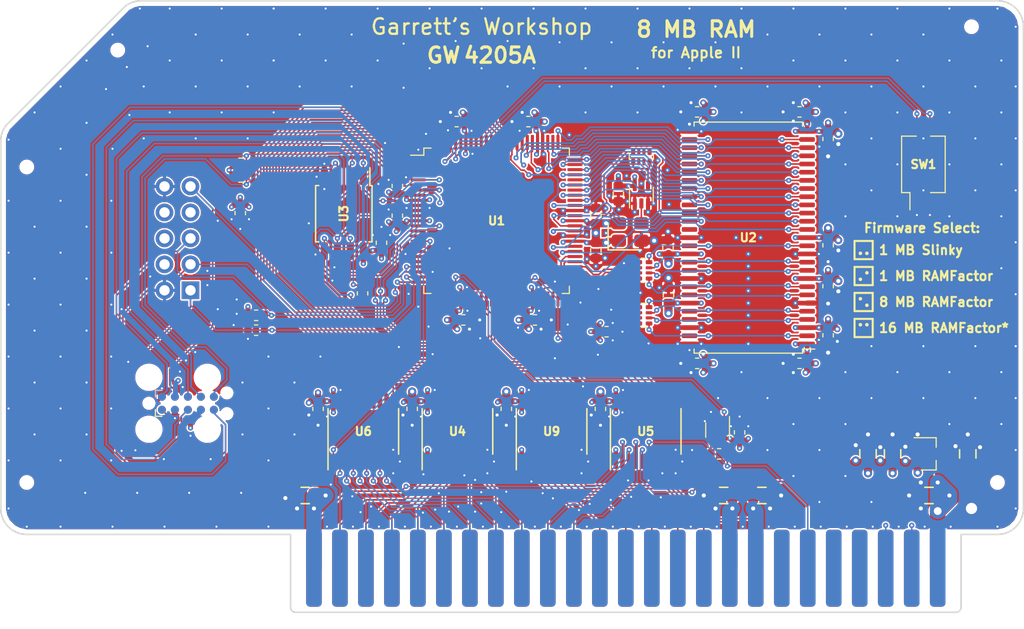
<source format=kicad_pcb>
(kicad_pcb (version 20171130) (host pcbnew "(5.1.5-0-10_14)")
  (title_block (title "GR8RAM (GW4205A)") (date 2021-01-06) (rev 0.9) (company "Garrett's Workshop"))
  (layers (0 F.Cu signal) (1 In1.Cu power) (2 In2.Cu power) (31 B.Cu signal) (34 B.Paste user) (35 F.Paste user) (36 B.SilkS user) (37 F.SilkS user) (38 B.Mask user) (39 F.Mask user) (44 Edge.Cuts user))
  (net 0 "")
  (net 1 +5V)
  (net 2 GND)
  (net 3 /A4)
  (net 4 /D7)
  (net 5 /D6)
  (net 6 /A8)
  (net 7 /A7)
  (net 8 /A6)
  (net 9 /A5)
  (net 10 /A3)
  (net 11 /A2)
  (net 12 /A1)
  (net 13 /A0)
  (net 14 /A9)
  (net 15 /D1)
  (net 16 /D5)
  (net 17 /D0)
  (net 18 /D2)
  (net 19 /D3)
  (net 20 /D4)
  (net 21 /A10)
  (net 22 +12V)
  (net 23 -12V)
  (net 24 -5V)
  (net 25 /~IOSEL~)
  (net 26 /A11)
  (net 27 /A12)
  (net 28 /A13)
  (net 29 /A14)
  (net 30 /A15)
  (net 31 /R~W~)
  (net 32 /~IOSTRB~)
  (net 33 /~NMI~)
  (net 34 /~IRQ~)
  (net 35 /~RES~)
  (net 36 /~INH~)
  (net 37 /COLORREF)
  (net 38 /7M)
  (net 39 /Q3)
  (net 40 /PHI1)
  (net 41 /USER1)
  (net 42 /PHI0)
  (net 43 /~DEVSEL~)
  (net 44 /INTin)
  (net 45 /DMAin)
  (net 46 /TCK)
  (net 47 /TDO)
  (net 48 /TMS)
  (net 49 "Net-(J2-Pad6)")
  (net 50 "Net-(J2-Pad7)")
  (net 51 "Net-(J2-Pad8)")
  (net 52 /TDI)
  (net 53 /RA0)
  (net 54 /RA1)
  (net 55 /RA2)
  (net 56 /RA3)
  (net 57 /RA4)
  (net 58 /RA5)
  (net 59 /RA6)
  (net 60 /RA7)
  (net 61 /RA8)
  (net 62 /RA9)
  (net 63 /RA10)
  (net 64 /RD0)
  (net 65 /RD1)
  (net 66 /RD2)
  (net 67 /RD3)
  (net 68 /RD4)
  (net 69 /RD5)
  (net 70 /RD6)
  (net 71 /RD7)
  (net 72 /VIDSYNC)
  (net 73 +3V3)
  (net 74 /~DMA~)
  (net 75 /R~RES~)
  (net 76 /R~IOSTRB~)
  (net 77 /R~DEVSEL~)
  (net 78 /R~IOSEL~)
  (net 79 /RA11)
  (net 80 /RA12)
  (net 81 /RA13)
  (net 82 /RA14)
  (net 83 /RA15)
  (net 84 /Ddir)
  (net 85 "Net-(U13-Pad3)")
  (net 86 /ACLK)
  (net 87 /RCLK)
  (net 88 /Dr0)
  (net 89 /Dr2)
  (net 90 /Dr1)
  (net 91 /Dr3)
  (net 92 /Dr7)
  (net 93 /Dr5)
  (net 94 /Dr6)
  (net 95 /Dr4)
  (net 96 /SD0)
  (net 97 /SD1)
  (net 98 /SD3)
  (net 99 /SD2)
  (net 100 /SD6)
  (net 101 /SD7)
  (net 102 /SD5)
  (net 103 /SD4)
  (net 104 /SDQML)
  (net 105 /S~WE~)
  (net 106 /S~CAS~)
  (net 107 /S~RAS~)
  (net 108 /S~CS~)
  (net 109 /SA0)
  (net 110 /SA3)
  (net 111 /SA4)
  (net 112 /SA6)
  (net 113 /SCKE)
  (net 114 /SDQMH)
  (net 115 /RR~W~in)
  (net 116 "Net-(RN1-Pad6)")
  (net 117 "Net-(RN1-Pad7)")
  (net 118 "Net-(RN1-Pad1)")
  (net 119 "Net-(RN1-Pad2)")
  (net 120 "Net-(RN1-Pad3)")
  (net 121 /~RDY~)
  (net 122 "Net-(R22-Pad2)")
  (net 123 /SA12)
  (net 124 /SBA0)
  (net 125 /SA11)
  (net 126 /SBA1)
  (net 127 /SA9)
  (net 128 /SA10)
  (net 129 /SA8)
  (net 130 /SA7)
  (net 131 /SA1)
  (net 132 /SA2)
  (net 133 /SA5)
  (net 134 /MISO)
  (net 135 /MOSI)
  (net 136 /F~CS~)
  (net 137 /FCK)
  (net 138 /RES~OE~)
  (net 139 /FD2)
  (net 140 /FD3)
  (net 141 "Net-(J5-Pad10)")
  (net 142 "Net-(J5-Pad9)")
  (net 143 "Net-(J4-Pad6)")
  (net 144 "Net-(J4-Pad7)")
  (net 145 "Net-(J4-Pad8)")
  (net 146 "Net-(RN5-Pad2)")
  (net 147 "Net-(RN5-Pad3)")
  (net 148 /RPHI0)
  (net 149 "Net-(J5-Pad6)")
  (net 150 "Net-(U1-Pad49)")
  (net 151 "Net-(U1-Pad48)")
  (net 152 "Net-(U1-Pad33)")
  (net 153 "Net-(U1-Pad29)")
  (net 154 "Net-(U1-Pad28)")
  (net 155 "Net-(U1-Pad27)")
  (net 156 "Net-(U1-Pad26)")
  (net 157 "Net-(U1-Pad21)")
  (net 158 "Net-(U1-Pad20)")
  (net 159 "Net-(U1-Pad18)")
  (net 160 "Net-(U5-Pad11)")
  (net 161 "Net-(U5-Pad12)")
  (net 162 /FW1)
  (net 163 /FW0)
  (net 164 "Net-(U1-Pad19)")
  (module stdpads:C_0603 (layer F.Cu) (at 90.8 111.1)
    (fp_text reference C21)
    (fp_text value 2u2)
    (pad 1 smd roundrect (at -0.75 0) (size 0.85 0.95) (layers F.Cu F.Paste F.Mask) (net 73 +3V3))
    (pad 2 smd roundrect (at 0.75 0) (size 0.85 0.95) (layers F.Cu F.Paste F.Mask) (net 2 GND))
  )
  (module stdpads:SW_DIP_SPSTx02_Slide_DSHP02TS_P1.27mm (layer F.Cu) (at 135.763 95.885)
    (fp_text reference SW1)
    (fp_text value FW)
    (fp_text user %R (at 0 0 180) (layer F.SilkS) (effects (font (size 0.8128 0.8128) (thickness 0.2032))))
    (pad 4 smd roundrect (at -0.635 -3.81 90) (size 1.27 0.76) (layers F.Cu F.Paste F.Mask) (net 162 /FW1))
    (pad 3 smd roundrect (at 0.635 -3.81 90) (size 1.27 0.76) (layers F.Cu F.Paste F.Mask) (net 163 /FW0))
    (pad 2 smd roundrect (at 0.635 3.81 90) (size 1.27 0.76) (layers F.Cu F.Paste F.Mask) (net 2 GND))
    (pad 1 smd roundrect (at -0.635 3.81 90) (size 1.27 0.76) (layers F.Cu F.Paste F.Mask) (net 2 GND))
  )
  (module stdpads:R_0603 (layer F.Cu) (at 80.95 108.5 90)
    (fp_text reference R31)
    (fp_text value 33)
    (pad 2 smd roundrect (at 0.8 0 90) (size 0.7 0.95) (layers F.Cu F.Paste F.Mask) (net 149 "Net-(J5-Pad6)"))
    (pad 1 smd roundrect (at -0.8 0 90) (size 0.7 0.95) (layers F.Cu F.Paste F.Mask) (net 137 /FCK))
  )
  (module Connector_IDC:IDC-Header_2x05_P2.54mm_Vertical (layer F.Cu) (at 64.135 108.204 180)
    (fp_text reference J4 hide)
    (fp_text value JTAG)
    (pad 1 thru_hole rect (at 0 0 180) (size 1.7272 1.7272) (drill 1.016) (layers *.Cu *.Mask) (net 46 /TCK))
    (pad 2 thru_hole oval (at 2.54 0 180) (size 1.7272 1.7272) (drill 1.016) (layers *.Cu *.Mask) (net 2 GND))
    (pad 3 thru_hole oval (at 0 2.54 180) (size 1.7272 1.7272) (drill 1.016) (layers *.Cu *.Mask) (net 47 /TDO))
    (pad 4 thru_hole oval (at 2.54 2.54 180) (size 1.7272 1.7272) (drill 1.016) (layers *.Cu *.Mask) (net 73 +3V3))
    (pad 5 thru_hole oval (at 0 5.08 180) (size 1.7272 1.7272) (drill 1.016) (layers *.Cu *.Mask) (net 48 /TMS))
    (pad 6 thru_hole oval (at 2.54 5.08 180) (size 1.7272 1.7272) (drill 1.016) (layers *.Cu *.Mask) (net 143 "Net-(J4-Pad6)"))
    (pad 7 thru_hole oval (at 0 7.62 180) (size 1.7272 1.7272) (drill 1.016) (layers *.Cu *.Mask) (net 144 "Net-(J4-Pad7)"))
    (pad 8 thru_hole oval (at 2.54 7.62 180) (size 1.7272 1.7272) (drill 1.016) (layers *.Cu *.Mask) (net 145 "Net-(J4-Pad8)"))
    (pad 9 thru_hole oval (at 0 10.16 180) (size 1.7272 1.7272) (drill 1.016) (layers *.Cu *.Mask) (net 52 /TDI))
    (pad 10 thru_hole oval (at 2.54 10.16 180) (size 1.7272 1.7272) (drill 1.016) (layers *.Cu *.Mask) (net 2 GND))
  )
  (module stdpads:Fiducial (layer F.Cu) (at 48.133 93.599 90)
    (fp_text reference FID2 hide)
    (fp_text value Fiducial hide)
    (pad ~ smd circle (at 0 0 90) (size 1 1) (layers F.Cu F.Mask) (clearance 0.575))
  )
  (module stdpads:SOIC-8_5.3mm (layer F.Cu) (at 79.121 100.711 180)
    (fp_text reference U3)
    (fp_text value W25Q128JVSIQ)
    (fp_text user %R (at 0 0 270) (layer F.SilkS) (effects (font (size 0.8128 0.8128) (thickness 0.2032))))
    (pad 8 smd roundrect (at -1.905 -3.65 270) (size 1.7 0.7) (layers F.Cu F.Paste F.Mask) (net 73 +3V3))
    (pad 7 smd roundrect (at -0.635 -3.65 270) (size 1.7 0.7) (layers F.Cu F.Paste F.Mask) (net 140 /FD3))
    (pad 6 smd roundrect (at 0.635 -3.65 270) (size 1.7 0.7) (layers F.Cu F.Paste F.Mask) (net 137 /FCK))
    (pad 5 smd roundrect (at 1.905 -3.65 270) (size 1.7 0.7) (layers F.Cu F.Paste F.Mask) (net 135 /MOSI))
    (pad 4 smd roundrect (at 1.905 3.65 270) (size 1.7 0.7) (layers F.Cu F.Paste F.Mask) (net 2 GND))
    (pad 3 smd roundrect (at 0.635 3.65 270) (size 1.7 0.7) (layers F.Cu F.Paste F.Mask) (net 139 /FD2))
    (pad 2 smd roundrect (at -0.635 3.65 270) (size 1.7 0.7) (layers F.Cu F.Paste F.Mask) (net 134 /MISO))
    (pad 1 smd roundrect (at -1.905 3.65 270) (size 1.7 0.7) (layers F.Cu F.Paste F.Mask) (net 136 /F~CS~))
  )
  (module stdpads:R4_0402 (layer F.Cu) (at 69.1 96.45 90)
    (fp_text reference RN5)
    (fp_text value 4x10k)
    (pad 5 smd roundrect (at 0.8 -0.5 180) (size 0.65 0.4) (layers F.Cu F.Paste F.Mask) (net 73 +3V3))
    (pad 6 smd roundrect (at 0.25 -0.5 180) (size 0.65 0.3) (layers F.Cu F.Paste F.Mask) (net 73 +3V3))
    (pad 8 smd roundrect (at -0.8 -0.5 180) (size 0.65 0.4) (layers F.Cu F.Paste F.Mask) (net 73 +3V3))
    (pad 7 smd roundrect (at -0.25 -0.5 180) (size 0.65 0.3) (layers F.Cu F.Paste F.Mask) (net 73 +3V3))
    (pad 4 smd roundrect (at 0.8 0.5 180) (size 0.65 0.4) (layers F.Cu F.Paste F.Mask) (net 140 /FD3))
    (pad 2 smd roundrect (at -0.25 0.5 180) (size 0.65 0.3) (layers F.Cu F.Paste F.Mask) (net 146 "Net-(RN5-Pad2)"))
    (pad 3 smd roundrect (at 0.25 0.5 180) (size 0.65 0.3) (layers F.Cu F.Paste F.Mask) (net 147 "Net-(RN5-Pad3)"))
    (pad 1 smd roundrect (at -0.8 0.5 180) (size 0.65 0.4) (layers F.Cu F.Paste F.Mask) (net 139 /FD2))
  )
  (module stdpads:R_0603 (layer F.Cu) (at 70.55 110.65)
    (fp_text reference R28)
    (fp_text value 22k)
    (pad 2 smd roundrect (at 0.8 0) (size 0.7 0.95) (layers F.Cu F.Paste F.Mask) (net 48 /TMS))
    (pad 1 smd roundrect (at -0.8 0) (size 0.7 0.95) (layers F.Cu F.Paste F.Mask) (net 73 +3V3))
  )
  (module stdpads:R_0603 (layer F.Cu) (at 70.55 112.1 180)
    (fp_text reference R29)
    (fp_text value 22k)
    (pad 1 smd roundrect (at -0.8 0 180) (size 0.7 0.95) (layers F.Cu F.Paste F.Mask) (net 46 /TCK))
    (pad 2 smd roundrect (at 0.8 0 180) (size 0.7 0.95) (layers F.Cu F.Paste F.Mask) (net 2 GND))
  )
  (module stdpads:TSSOP-20_4.4x6.5mm_P0.65mm (layer F.Cu) (at 81.025 122)
    (fp_text reference U6)
    (fp_text value 74AHC245PW)
    (fp_text user %R (at 0 0) (layer F.SilkS) (effects (font (size 0.8128 0.8128) (thickness 0.2032))))
    (pad 1 smd roundrect (at -2.925 2.95 90) (size 1.45 0.45) (layers F.Cu F.Paste F.Mask) (net 84 /Ddir))
    (pad 2 smd roundrect (at -2.275 2.95 90) (size 1.45 0.45) (layers F.Cu F.Paste F.Mask) (net 17 /D0))
    (pad 3 smd roundrect (at -1.625 2.95 90) (size 1.45 0.45) (layers F.Cu F.Paste F.Mask) (net 15 /D1))
    (pad 4 smd roundrect (at -0.975 2.95 90) (size 1.45 0.45) (layers F.Cu F.Paste F.Mask) (net 18 /D2))
    (pad 5 smd roundrect (at -0.325 2.95 90) (size 1.45 0.45) (layers F.Cu F.Paste F.Mask) (net 19 /D3))
    (pad 6 smd roundrect (at 0.325 2.95 90) (size 1.45 0.45) (layers F.Cu F.Paste F.Mask) (net 20 /D4))
    (pad 7 smd roundrect (at 0.975 2.95 90) (size 1.45 0.45) (layers F.Cu F.Paste F.Mask) (net 16 /D5))
    (pad 8 smd roundrect (at 1.625 2.95 90) (size 1.45 0.45) (layers F.Cu F.Paste F.Mask) (net 5 /D6))
    (pad 9 smd roundrect (at 2.275 2.95 90) (size 1.45 0.45) (layers F.Cu F.Paste F.Mask) (net 4 /D7))
    (pad 10 smd roundrect (at 2.925 2.95 90) (size 1.45 0.45) (layers F.Cu F.Paste F.Mask) (net 2 GND))
    (pad 11 smd roundrect (at 2.925 -2.95 90) (size 1.45 0.45) (layers F.Cu F.Paste F.Mask) (net 71 /RD7))
    (pad 12 smd roundrect (at 2.275 -2.95 90) (size 1.45 0.45) (layers F.Cu F.Paste F.Mask) (net 70 /RD6))
    (pad 13 smd roundrect (at 1.625 -2.95 90) (size 1.45 0.45) (layers F.Cu F.Paste F.Mask) (net 69 /RD5))
    (pad 14 smd roundrect (at 0.975 -2.95 90) (size 1.45 0.45) (layers F.Cu F.Paste F.Mask) (net 68 /RD4))
    (pad 15 smd roundrect (at 0.325 -2.95 90) (size 1.45 0.45) (layers F.Cu F.Paste F.Mask) (net 67 /RD3))
    (pad 16 smd roundrect (at -0.325 -2.95 90) (size 1.45 0.45) (layers F.Cu F.Paste F.Mask) (net 66 /RD2))
    (pad 17 smd roundrect (at -0.975 -2.95 90) (size 1.45 0.45) (layers F.Cu F.Paste F.Mask) (net 65 /RD1))
    (pad 18 smd roundrect (at -1.625 -2.95 90) (size 1.45 0.45) (layers F.Cu F.Paste F.Mask) (net 64 /RD0))
    (pad 19 smd roundrect (at -2.275 -2.95 90) (size 1.45 0.45) (layers F.Cu F.Paste F.Mask) (net 2 GND))
    (pad 20 smd roundrect (at -2.925 -2.95 90) (size 1.45 0.45) (layers F.Cu F.Paste F.Mask) (net 73 +3V3))
  )
  (module stdpads:TQFP-100_14x14mm_P0.5mm (layer F.Cu) (at 94.05 101.4 270)
    (fp_text reference U1)
    (fp_text value EPM240T100C5N)
    (fp_text user %R (at 0 0) (layer F.SilkS) (effects (font (size 0.8128 0.8128) (thickness 0.2032))))
    (pad 100 smd roundrect (at -7.6625 6) (size 0.3 1.475) (layers F.Cu F.Paste F.Mask) (net 53 /RA0))
    (pad 99 smd roundrect (at -7.6625 5.5) (size 0.3 1.475) (layers F.Cu F.Paste F.Mask) (net 71 /RD7))
    (pad 98 smd roundrect (at -7.6625 5) (size 0.3 1.475) (layers F.Cu F.Paste F.Mask) (net 54 /RA1))
    (pad 97 smd roundrect (at -7.6625 4.5) (size 0.3 1.475) (layers F.Cu F.Paste F.Mask) (net 55 /RA2))
    (pad 96 smd roundrect (at -7.6625 4) (size 0.3 1.475) (layers F.Cu F.Paste F.Mask) (net 163 /FW0))
    (pad 95 smd roundrect (at -7.6625 3.5) (size 0.3 1.475) (layers F.Cu F.Paste F.Mask) (net 162 /FW1))
    (pad 94 smd roundrect (at -7.6625 3) (size 0.3 1.475) (layers F.Cu F.Paste F.Mask) (net 73 +3V3))
    (pad 93 smd roundrect (at -7.6625 2.5) (size 0.3 1.475) (layers F.Cu F.Paste F.Mask) (net 2 GND))
    (pad 92 smd roundrect (at -7.6625 2) (size 0.3 1.475) (layers F.Cu F.Paste F.Mask) (net 70 /RD6))
    (pad 91 smd roundrect (at -7.6625 1.5) (size 0.3 1.475) (layers F.Cu F.Paste F.Mask) (net 69 /RD5))
    (pad 90 smd roundrect (at -7.6625 1) (size 0.3 1.475) (layers F.Cu F.Paste F.Mask) (net 68 /RD4))
    (pad 89 smd roundrect (at -7.6625 0.5) (size 0.3 1.475) (layers F.Cu F.Paste F.Mask) (net 67 /RD3))
    (pad 88 smd roundrect (at -7.6625 0) (size 0.3 1.475) (layers F.Cu F.Paste F.Mask) (net 66 /RD2))
    (pad 87 smd roundrect (at -7.6625 -0.5) (size 0.3 1.475) (layers F.Cu F.Paste F.Mask) (net 65 /RD1))
    (pad 86 smd roundrect (at -7.6625 -1) (size 0.3 1.475) (layers F.Cu F.Paste F.Mask) (net 64 /RD0))
    (pad 85 smd roundrect (at -7.6625 -1.5) (size 0.3 1.475) (layers F.Cu F.Paste F.Mask) (net 104 /SDQML))
    (pad 84 smd roundrect (at -7.6625 -2) (size 0.3 1.475) (layers F.Cu F.Paste F.Mask) (net 110 /SA3))
    (pad 83 smd roundrect (at -7.6625 -2.5) (size 0.3 1.475) (layers F.Cu F.Paste F.Mask) (net 133 /SA5))
    (pad 82 smd roundrect (at -7.6625 -3) (size 0.3 1.475) (layers F.Cu F.Paste F.Mask) (net 132 /SA2))
    (pad 81 smd roundrect (at -7.6625 -3.5) (size 0.3 1.475) (layers F.Cu F.Paste F.Mask) (net 131 /SA1))
    (pad 80 smd roundrect (at -7.6625 -4) (size 0.3 1.475) (layers F.Cu F.Paste F.Mask) (net 73 +3V3))
    (pad 79 smd roundrect (at -7.6625 -4.5) (size 0.3 1.475) (layers F.Cu F.Paste F.Mask) (net 2 GND))
    (pad 78 smd roundrect (at -7.6625 -5) (size 0.3 1.475) (layers F.Cu F.Paste F.Mask) (net 130 /SA7))
    (pad 77 smd roundrect (at -7.6625 -5.5) (size 0.3 1.475) (layers F.Cu F.Paste F.Mask) (net 112 /SA6))
    (pad 76 smd roundrect (at -7.6625 -6) (size 0.3 1.475) (layers F.Cu F.Paste F.Mask) (net 111 /SA4))
    (pad 75 smd roundrect (at -6 -7.6625) (size 1.475 0.3) (layers F.Cu F.Paste F.Mask) (net 109 /SA0))
    (pad 74 smd roundrect (at -5.5 -7.6625) (size 1.475 0.3) (layers F.Cu F.Paste F.Mask) (net 129 /SA8))
    (pad 73 smd roundrect (at -5 -7.6625) (size 1.475 0.3) (layers F.Cu F.Paste F.Mask) (net 128 /SA10))
    (pad 72 smd roundrect (at -4.5 -7.6625) (size 1.475 0.3) (layers F.Cu F.Paste F.Mask) (net 127 /SA9))
    (pad 71 smd roundrect (at -4 -7.6625) (size 1.475 0.3) (layers F.Cu F.Paste F.Mask) (net 126 /SBA1))
    (pad 70 smd roundrect (at -3.5 -7.6625) (size 1.475 0.3) (layers F.Cu F.Paste F.Mask) (net 125 /SA11))
    (pad 69 smd roundrect (at -3 -7.6625) (size 1.475 0.3) (layers F.Cu F.Paste F.Mask) (net 124 /SBA0))
    (pad 68 smd roundrect (at -2.5 -7.6625) (size 1.475 0.3) (layers F.Cu F.Paste F.Mask) (net 123 /SA12))
    (pad 67 smd roundrect (at -2 -7.6625) (size 1.475 0.3) (layers F.Cu F.Paste F.Mask) (net 108 /S~CS~))
    (pad 66 smd roundrect (at -1.5 -7.6625) (size 1.475 0.3) (layers F.Cu F.Paste F.Mask) (net 113 /SCKE))
    (pad 65 smd roundrect (at -1 -7.6625) (size 1.475 0.3) (layers F.Cu F.Paste F.Mask) (net 2 GND))
    (pad 64 smd roundrect (at -0.5 -7.6625) (size 1.475 0.3) (layers F.Cu F.Paste F.Mask) (net 86 /ACLK))
    (pad 63 smd roundrect (at 0 -7.6625) (size 1.475 0.3) (layers F.Cu F.Paste F.Mask) (net 73 +3V3))
    (pad 62 smd roundrect (at 0.5 -7.6625) (size 1.475 0.3) (layers F.Cu F.Paste F.Mask) (net 107 /S~RAS~))
    (pad 61 smd roundrect (at 1 -7.6625) (size 1.475 0.3) (layers F.Cu F.Paste F.Mask) (net 106 /S~CAS~))
    (pad 60 smd roundrect (at 1.5 -7.6625) (size 1.475 0.3) (layers F.Cu F.Paste F.Mask) (net 2 GND))
    (pad 59 smd roundrect (at 2 -7.6625) (size 1.475 0.3) (layers F.Cu F.Paste F.Mask) (net 73 +3V3))
    (pad 58 smd roundrect (at 2.5 -7.6625) (size 1.475 0.3) (layers F.Cu F.Paste F.Mask) (net 105 /S~WE~))
    (pad 57 smd roundrect (at 3 -7.6625) (size 1.475 0.3) (layers F.Cu F.Paste F.Mask) (net 114 /SDQMH))
    (pad 56 smd roundrect (at 3.5 -7.6625) (size 1.475 0.3) (layers F.Cu F.Paste F.Mask) (net 89 /Dr2))
    (pad 55 smd roundrect (at 4 -7.6625) (size 1.475 0.3) (layers F.Cu F.Paste F.Mask) (net 91 /Dr3))
    (pad 54 smd roundrect (at 4.5 -7.6625) (size 1.475 0.3) (layers F.Cu F.Paste F.Mask) (net 92 /Dr7))
    (pad 53 smd roundrect (at 5 -7.6625) (size 1.475 0.3) (layers F.Cu F.Paste F.Mask) (net 94 /Dr6))
    (pad 52 smd roundrect (at 5.5 -7.6625) (size 1.475 0.3) (layers F.Cu F.Paste F.Mask) (net 93 /Dr5))
    (pad 51 smd roundrect (at 6 -7.6625) (size 1.475 0.3) (layers F.Cu F.Paste F.Mask) (net 95 /Dr4))
    (pad 50 smd roundrect (at 7.6625 -6) (size 0.3 1.475) (layers F.Cu F.Paste F.Mask) (net 88 /Dr0))
    (pad 49 smd roundrect (at 7.6625 -5.5) (size 0.3 1.475) (layers F.Cu F.Paste F.Mask) (net 150 "Net-(U1-Pad49)"))
    (pad 48 smd roundrect (at 7.6625 -5) (size 0.3 1.475) (layers F.Cu F.Paste F.Mask) (net 151 "Net-(U1-Pad48)"))
    (pad 47 smd roundrect (at 7.6625 -4.5) (size 0.3 1.475) (layers F.Cu F.Paste F.Mask) (net 90 /Dr1))
    (pad 46 smd roundrect (at 7.6625 -4) (size 0.3 1.475) (layers F.Cu F.Paste F.Mask) (net 2 GND))
    (pad 45 smd roundrect (at 7.6625 -3.5) (size 0.3 1.475) (layers F.Cu F.Paste F.Mask) (net 73 +3V3))
    (pad 44 smd roundrect (at 7.6625 -3) (size 0.3 1.475) (layers F.Cu F.Paste F.Mask) (net 75 /R~RES~))
    (pad 43 smd roundrect (at 7.6625 -2.5) (size 0.3 1.475) (layers F.Cu F.Paste F.Mask) (net 115 /RR~W~in))
    (pad 42 smd roundrect (at 7.6625 -2) (size 0.3 1.475) (layers F.Cu F.Paste F.Mask) (net 76 /R~IOSTRB~))
    (pad 41 smd roundrect (at 7.6625 -1.5) (size 0.3 1.475) (layers F.Cu F.Paste F.Mask) (net 148 /RPHI0))
    (pad 40 smd roundrect (at 7.6625 -1) (size 0.3 1.475) (layers F.Cu F.Paste F.Mask) (net 77 /R~DEVSEL~))
    (pad 39 smd roundrect (at 7.6625 -0.5) (size 0.3 1.475) (layers F.Cu F.Paste F.Mask) (net 78 /R~IOSEL~))
    (pad 38 smd roundrect (at 7.6625 0) (size 0.3 1.475) (layers F.Cu F.Paste F.Mask) (net 83 /RA15))
    (pad 37 smd roundrect (at 7.6625 0.5) (size 0.3 1.475) (layers F.Cu F.Paste F.Mask) (net 82 /RA14))
    (pad 36 smd roundrect (at 7.6625 1) (size 0.3 1.475) (layers F.Cu F.Paste F.Mask) (net 81 /RA13))
    (pad 35 smd roundrect (at 7.6625 1.5) (size 0.3 1.475) (layers F.Cu F.Paste F.Mask) (net 80 /RA12))
    (pad 34 smd roundrect (at 7.6625 2) (size 0.3 1.475) (layers F.Cu F.Paste F.Mask) (net 79 /RA11))
    (pad 33 smd roundrect (at 7.6625 2.5) (size 0.3 1.475) (layers F.Cu F.Paste F.Mask) (net 152 "Net-(U1-Pad33)"))
    (pad 32 smd roundrect (at 7.6625 3) (size 0.3 1.475) (layers F.Cu F.Paste F.Mask) (net 2 GND))
    (pad 31 smd roundrect (at 7.6625 3.5) (size 0.3 1.475) (layers F.Cu F.Paste F.Mask) (net 73 +3V3))
    (pad 30 smd roundrect (at 7.6625 4) (size 0.3 1.475) (layers F.Cu F.Paste F.Mask) (net 138 /RES~OE~))
    (pad 29 smd roundrect (at 7.6625 4.5) (size 0.3 1.475) (layers F.Cu F.Paste F.Mask) (net 153 "Net-(U1-Pad29)"))
    (pad 28 smd roundrect (at 7.6625 5) (size 0.3 1.475) (layers F.Cu F.Paste F.Mask) (net 154 "Net-(U1-Pad28)"))
    (pad 27 smd roundrect (at 7.6625 5.5) (size 0.3 1.475) (layers F.Cu F.Paste F.Mask) (net 155 "Net-(U1-Pad27)"))
    (pad 26 smd roundrect (at 7.6625 6) (size 0.3 1.475) (layers F.Cu F.Paste F.Mask) (net 156 "Net-(U1-Pad26)"))
    (pad 25 smd roundrect (at 6 7.6625) (size 1.475 0.3) (layers F.Cu F.Paste F.Mask) (net 47 /TDO))
    (pad 24 smd roundrect (at 5.5 7.6625) (size 1.475 0.3) (layers F.Cu F.Paste F.Mask) (net 46 /TCK))
    (pad 23 smd roundrect (at 5 7.6625) (size 1.475 0.3) (layers F.Cu F.Paste F.Mask) (net 52 /TDI))
    (pad 22 smd roundrect (at 4.5 7.6625) (size 1.475 0.3) (layers F.Cu F.Paste F.Mask) (net 48 /TMS))
    (pad 21 smd roundrect (at 4 7.6625) (size 1.475 0.3) (layers F.Cu F.Paste F.Mask) (net 157 "Net-(U1-Pad21)"))
    (pad 20 smd roundrect (at 3.5 7.6625) (size 1.475 0.3) (layers F.Cu F.Paste F.Mask) (net 158 "Net-(U1-Pad20)"))
    (pad 19 smd roundrect (at 3 7.6625) (size 1.475 0.3) (layers F.Cu F.Paste F.Mask) (net 164 "Net-(U1-Pad19)"))
    (pad 18 smd roundrect (at 2.5 7.6625) (size 1.475 0.3) (layers F.Cu F.Paste F.Mask) (net 159 "Net-(U1-Pad18)"))
    (pad 17 smd roundrect (at 2 7.6625) (size 1.475 0.3) (layers F.Cu F.Paste F.Mask) (net 84 /Ddir))
    (pad 16 smd roundrect (at 1.5 7.6625) (size 1.475 0.3) (layers F.Cu F.Paste F.Mask) (net 134 /MISO))
    (pad 15 smd roundrect (at 1 7.6625) (size 1.475 0.3) (layers F.Cu F.Paste F.Mask) (net 135 /MOSI))
    (pad 14 smd roundrect (at 0.5 7.6625) (size 1.475 0.3) (layers F.Cu F.Paste F.Mask) (net 63 /RA10))
    (pad 13 smd roundrect (at 0 7.6625) (size 1.475 0.3) (layers F.Cu F.Paste F.Mask) (net 73 +3V3))
    (pad 12 smd roundrect (at -0.5 7.6625) (size 1.475 0.3) (layers F.Cu F.Paste F.Mask) (net 137 /FCK))
    (pad 11 smd roundrect (at -1 7.6625) (size 1.475 0.3) (layers F.Cu F.Paste F.Mask) (net 2 GND))
    (pad 10 smd roundrect (at -1.5 7.6625) (size 1.475 0.3) (layers F.Cu F.Paste F.Mask) (net 2 GND))
    (pad 9 smd roundrect (at -2 7.6625) (size 1.475 0.3) (layers F.Cu F.Paste F.Mask) (net 73 +3V3))
    (pad 8 smd roundrect (at -2.5 7.6625) (size 1.475 0.3) (layers F.Cu F.Paste F.Mask) (net 62 /RA9))
    (pad 7 smd roundrect (at -3 7.6625) (size 1.475 0.3) (layers F.Cu F.Paste F.Mask) (net 61 /RA8))
    (pad 6 smd roundrect (at -3.5 7.6625) (size 1.475 0.3) (layers F.Cu F.Paste F.Mask) (net 60 /RA7))
    (pad 5 smd roundrect (at -4 7.6625) (size 1.475 0.3) (layers F.Cu F.Paste F.Mask) (net 136 /F~CS~))
    (pad 4 smd roundrect (at -4.5 7.6625) (size 1.475 0.3) (layers F.Cu F.Paste F.Mask) (net 56 /RA3))
    (pad 3 smd roundrect (at -5 7.6625) (size 1.475 0.3) (layers F.Cu F.Paste F.Mask) (net 59 /RA6))
    (pad 2 smd roundrect (at -5.5 7.6625) (size 1.475 0.3) (layers F.Cu F.Paste F.Mask) (net 58 /RA5))
    (pad 1 smd roundrect (at -6 7.6625) (size 1.475 0.3) (layers F.Cu F.Paste F.Mask) (net 57 /RA4))
  )
  (module stdpads:R_0603 (layer F.Cu) (at 115.8 124.2 180)
    (fp_text reference R22)
    (fp_text value 33)
    (pad 1 smd roundrect (at -0.8 0 180) (size 0.7 0.95) (layers F.Cu F.Paste F.Mask) (net 35 /~RES~))
    (pad 2 smd roundrect (at 0.8 0 180) (size 0.7 0.95) (layers F.Cu F.Paste F.Mask) (net 122 "Net-(R22-Pad2)"))
  )
  (module stdpads:C_0603 (layer F.Cu) (at 69 100.65 270)
    (fp_text reference C44)
    (fp_text value 2u2)
    (pad 1 smd roundrect (at -0.75 0 270) (size 0.85 0.95) (layers F.Cu F.Paste F.Mask) (net 73 +3V3))
    (pad 2 smd roundrect (at 0.75 0 270) (size 0.85 0.95) (layers F.Cu F.Paste F.Mask) (net 2 GND))
  )
  (module stdpads:C_0603 (layer F.Cu) (at 104.8 112.25)
    (fp_text reference C43)
    (fp_text value 2u2)
    (pad 2 smd roundrect (at 0.75 0) (size 0.85 0.95) (layers F.Cu F.Paste F.Mask) (net 2 GND))
    (pad 1 smd roundrect (at -0.75 0) (size 0.85 0.95) (layers F.Cu F.Paste F.Mask) (net 73 +3V3))
  )
  (module Connector:Tag-Connect_TC2050-IDC-FP_2x05_P1.27mm_Vertical (layer B.Cu) (at 63.881 119.253)
    (fp_text reference J5)
    (fp_text value JTAG)
    (pad "" np_thru_hole circle (at 1.905 2.54) (size 2.3749 2.3749) (drill 2.3749) (layers *.Cu *.Mask))
    (pad "" np_thru_hole circle (at 1.905 -2.54) (size 2.3749 2.3749) (drill 2.3749) (layers *.Cu *.Mask))
    (pad "" np_thru_hole circle (at -3.81 -2.54) (size 2.3749 2.3749) (drill 2.3749) (layers *.Cu *.Mask))
    (pad "" np_thru_hole circle (at -3.81 2.54) (size 2.3749 2.3749) (drill 2.3749) (layers *.Cu *.Mask))
    (pad 10 connect circle (at -2.54 0.635) (size 0.7874 0.7874) (layers B.Cu B.Mask) (net 141 "Net-(J5-Pad10)"))
    (pad 9 connect circle (at -1.27 0.635) (size 0.7874 0.7874) (layers B.Cu B.Mask) (net 142 "Net-(J5-Pad9)"))
    (pad 8 connect circle (at 0 0.635) (size 0.7874 0.7874) (layers B.Cu B.Mask) (net 135 /MOSI))
    (pad 7 connect circle (at 1.27 0.635) (size 0.7874 0.7874) (layers B.Cu B.Mask) (net 2 GND))
    (pad 6 connect circle (at 2.54 0.635) (size 0.7874 0.7874) (layers B.Cu B.Mask) (net 149 "Net-(J5-Pad6)"))
    (pad 5 connect circle (at 2.54 -0.635) (size 0.7874 0.7874) (layers B.Cu B.Mask) (net 139 /FD2))
    (pad 4 connect circle (at 1.27 -0.635) (size 0.7874 0.7874) (layers B.Cu B.Mask) (net 140 /FD3))
    (pad 3 connect circle (at 0 -0.635) (size 0.7874 0.7874) (layers B.Cu B.Mask) (net 134 /MISO))
    (pad 2 connect circle (at -1.27 -0.635) (size 0.7874 0.7874) (layers B.Cu B.Mask) (net 73 +3V3))
    (pad 1 connect circle (at -2.54 -0.635) (size 0.7874 0.7874) (layers B.Cu B.Mask) (net 136 /F~CS~))
    (pad "" np_thru_hole circle (at -3.81 0) (size 0.9906 0.9906) (drill 0.9906) (layers *.Cu *.Mask))
    (pad "" np_thru_hole circle (at 3.81 -1.016) (size 0.9906 0.9906) (drill 0.9906) (layers *.Cu *.Mask))
    (pad "" np_thru_hole circle (at 3.81 1.016) (size 0.9906 0.9906) (drill 0.9906) (layers *.Cu *.Mask))
  )
  (module stdpads:SOT-353 (layer F.Cu) (at 108.2 98.85 270)
    (fp_text reference U16)
    (fp_text value 74LVC1G125GW)
    (pad 5 smd roundrect (at -0.85 0.65 90) (size 1 0.4) (layers F.Cu F.Paste F.Mask) (net 73 +3V3))
    (pad 4 smd roundrect (at -0.85 -0.65 90) (size 1 0.4) (layers F.Cu F.Paste F.Mask) (net 118 "Net-(RN1-Pad1)"))
    (pad 2 smd roundrect (at 0.85 0 90) (size 1 0.4) (layers F.Cu F.Paste F.Mask) (net 85 "Net-(U13-Pad3)"))
    (pad 1 smd roundrect (at 0.85 0.65 90) (size 1 0.4) (layers F.Cu F.Paste F.Mask) (net 2 GND))
    (pad 3 smd roundrect (at 0.85 -0.65 90) (size 1 0.4) (layers F.Cu F.Paste F.Mask) (net 2 GND))
  )
  (module stdpads:TSOP-II-54_22.2x10.16mm_P0.8mm (layer F.Cu) (at 118.65 103.05 180)
    (fp_text reference U2)
    (fp_text value W9825)
    (fp_text user %R (at 0 0) (layer F.SilkS) (effects (font (size 0.8128 0.8128) (thickness 0.2032))))
    (pad 1 smd roundrect (at -5.75 -10.4 180) (size 1.51 0.458) (layers F.Cu F.Paste F.Mask) (net 73 +3V3))
    (pad 2 smd roundrect (at -5.75 -9.6 180) (size 1.51 0.458) (layers F.Cu F.Paste F.Mask) (net 96 /SD0))
    (pad 3 smd roundrect (at -5.75 -8.8 180) (size 1.51 0.458) (layers F.Cu F.Paste F.Mask) (net 73 +3V3))
    (pad 4 smd roundrect (at -5.75 -8 180) (size 1.51 0.458) (layers F.Cu F.Paste F.Mask) (net 97 /SD1))
    (pad 5 smd roundrect (at -5.75 -7.2 180) (size 1.51 0.458) (layers F.Cu F.Paste F.Mask) (net 99 /SD2))
    (pad 6 smd roundrect (at -5.75 -6.4 180) (size 1.51 0.458) (layers F.Cu F.Paste F.Mask) (net 2 GND))
    (pad 7 smd roundrect (at -5.75 -5.6 180) (size 1.51 0.458) (layers F.Cu F.Paste F.Mask) (net 98 /SD3))
    (pad 8 smd roundrect (at -5.75 -4.8 180) (size 1.51 0.458) (layers F.Cu F.Paste F.Mask) (net 103 /SD4))
    (pad 9 smd roundrect (at -5.75 -4 180) (size 1.51 0.458) (layers F.Cu F.Paste F.Mask) (net 73 +3V3))
    (pad 10 smd roundrect (at -5.75 -3.2 180) (size 1.51 0.458) (layers F.Cu F.Paste F.Mask) (net 102 /SD5))
    (pad 11 smd roundrect (at -5.75 -2.4 180) (size 1.51 0.458) (layers F.Cu F.Paste F.Mask) (net 100 /SD6))
    (pad 12 smd roundrect (at -5.75 -1.6 180) (size 1.51 0.458) (layers F.Cu F.Paste F.Mask) (net 2 GND))
    (pad 13 smd roundrect (at -5.75 -0.8 180) (size 1.51 0.458) (layers F.Cu F.Paste F.Mask) (net 101 /SD7))
    (pad 14 smd roundrect (at -5.75 0 180) (size 1.51 0.458) (layers F.Cu F.Paste F.Mask) (net 73 +3V3))
    (pad 15 smd roundrect (at -5.75 0.8 180) (size 1.51 0.458) (layers F.Cu F.Paste F.Mask) (net 104 /SDQML))
    (pad 16 smd roundrect (at -5.75 1.6 180) (size 1.51 0.458) (layers F.Cu F.Paste F.Mask) (net 105 /S~WE~))
    (pad 17 smd roundrect (at -5.75 2.4 180) (size 1.51 0.458) (layers F.Cu F.Paste F.Mask) (net 106 /S~CAS~))
    (pad 18 smd roundrect (at -5.75 3.2 180) (size 1.51 0.458) (layers F.Cu F.Paste F.Mask) (net 107 /S~RAS~))
    (pad 19 smd roundrect (at -5.75 4 180) (size 1.51 0.458) (layers F.Cu F.Paste F.Mask) (net 108 /S~CS~))
    (pad 20 smd roundrect (at -5.75 4.8 180) (size 1.51 0.458) (layers F.Cu F.Paste F.Mask) (net 124 /SBA0))
    (pad 21 smd roundrect (at -5.75 5.6 180) (size 1.51 0.458) (layers F.Cu F.Paste F.Mask) (net 126 /SBA1))
    (pad 22 smd roundrect (at -5.75 6.4 180) (size 1.51 0.458) (layers F.Cu F.Paste F.Mask) (net 128 /SA10))
    (pad 23 smd roundrect (at -5.75 7.2 180) (size 1.51 0.458) (layers F.Cu F.Paste F.Mask) (net 109 /SA0))
    (pad 24 smd roundrect (at -5.75 8 180) (size 1.51 0.458) (layers F.Cu F.Paste F.Mask) (net 131 /SA1))
    (pad 25 smd roundrect (at -5.75 8.8 180) (size 1.51 0.458) (layers F.Cu F.Paste F.Mask) (net 132 /SA2))
    (pad 26 smd roundrect (at -5.75 9.6 180) (size 1.51 0.458) (layers F.Cu F.Paste F.Mask) (net 110 /SA3))
    (pad 27 smd roundrect (at -5.75 10.4 180) (size 1.51 0.458) (layers F.Cu F.Paste F.Mask) (net 73 +3V3))
    (pad 28 smd roundrect (at 5.75 10.4 180) (size 1.51 0.458) (layers F.Cu F.Paste F.Mask) (net 2 GND))
    (pad 29 smd roundrect (at 5.75 9.6 180) (size 1.51 0.458) (layers F.Cu F.Paste F.Mask) (net 111 /SA4))
    (pad 30 smd roundrect (at 5.75 8.8 180) (size 1.51 0.458) (layers F.Cu F.Paste F.Mask) (net 133 /SA5))
    (pad 31 smd roundrect (at 5.75 8 180) (size 1.51 0.458) (layers F.Cu F.Paste F.Mask) (net 112 /SA6))
    (pad 32 smd roundrect (at 5.75 7.2 180) (size 1.51 0.458) (layers F.Cu F.Paste F.Mask) (net 130 /SA7))
    (pad 33 smd roundrect (at 5.75 6.4 180) (size 1.51 0.458) (layers F.Cu F.Paste F.Mask) (net 129 /SA8))
    (pad 34 smd roundrect (at 5.75 5.6 180) (size 1.51 0.458) (layers F.Cu F.Paste F.Mask) (net 127 /SA9))
    (pad 35 smd roundrect (at 5.75 4.8 180) (size 1.51 0.458) (layers F.Cu F.Paste F.Mask) (net 125 /SA11))
    (pad 36 smd roundrect (at 5.75 4 180) (size 1.51 0.458) (layers F.Cu F.Paste F.Mask) (net 123 /SA12))
    (pad 37 smd roundrect (at 5.75 3.2 180) (size 1.51 0.458) (layers F.Cu F.Paste F.Mask) (net 113 /SCKE))
    (pad 38 smd roundrect (at 5.75 2.4 180) (size 1.51 0.458) (layers F.Cu F.Paste F.Mask) (net 87 /RCLK))
    (pad 39 smd roundrect (at 5.75 1.6 180) (size 1.51 0.458) (layers F.Cu F.Paste F.Mask) (net 114 /SDQMH))
    (pad 40 smd roundrect (at 5.75 0.8 180) (size 1.51 0.458) (layers F.Cu F.Paste F.Mask))
    (pad 41 smd roundrect (at 5.75 0 180) (size 1.51 0.458) (layers F.Cu F.Paste F.Mask) (net 2 GND))
    (pad 42 smd roundrect (at 5.75 -0.8 180) (size 1.51 0.458) (layers F.Cu F.Paste F.Mask) (net 101 /SD7))
    (pad 43 smd roundrect (at 5.75 -1.6 180) (size 1.51 0.458) (layers F.Cu F.Paste F.Mask) (net 73 +3V3))
    (pad 44 smd roundrect (at 5.75 -2.4 180) (size 1.51 0.458) (layers F.Cu F.Paste F.Mask) (net 100 /SD6))
    (pad 45 smd roundrect (at 5.75 -3.2 180) (size 1.51 0.458) (layers F.Cu F.Paste F.Mask) (net 102 /SD5))
    (pad 46 smd roundrect (at 5.75 -4 180) (size 1.51 0.458) (layers F.Cu F.Paste F.Mask) (net 2 GND))
    (pad 47 smd roundrect (at 5.75 -4.8 180) (size 1.51 0.458) (layers F.Cu F.Paste F.Mask) (net 103 /SD4))
    (pad 48 smd roundrect (at 5.75 -5.6 180) (size 1.51 0.458) (layers F.Cu F.Paste F.Mask) (net 98 /SD3))
    (pad 49 smd roundrect (at 5.75 -6.4 180) (size 1.51 0.458) (layers F.Cu F.Paste F.Mask) (net 73 +3V3))
    (pad 50 smd roundrect (at 5.75 -7.2 180) (size 1.51 0.458) (layers F.Cu F.Paste F.Mask) (net 99 /SD2))
    (pad 51 smd roundrect (at 5.75 -8 180) (size 1.51 0.458) (layers F.Cu F.Paste F.Mask) (net 97 /SD1))
    (pad 52 smd roundrect (at 5.75 -8.8 180) (size 1.51 0.458) (layers F.Cu F.Paste F.Mask) (net 2 GND))
    (pad 53 smd roundrect (at 5.75 -9.6 180) (size 1.51 0.458) (layers F.Cu F.Paste F.Mask) (net 96 /SD0))
    (pad 54 smd roundrect (at 5.75 -10.4 180) (size 1.51 0.458) (layers F.Cu F.Paste F.Mask) (net 2 GND))
  )
  (module stdpads:C_0805 (layer F.Cu) (at 132.75 124.2 90)
    (fp_text reference C10)
    (fp_text value 10u)
    (pad 1 smd roundrect (at -0.85 0 90) (size 1.05 1.4) (layers F.Cu F.Paste F.Mask) (net 73 +3V3))
    (pad 2 smd roundrect (at 0.85 0 90) (size 1.05 1.4) (layers F.Cu F.Paste F.Mask) (net 2 GND))
  )
  (module Connector:Tag-Connect_TC2050-IDC-FP_2x05_P1.27mm_Vertical (layer F.Cu) (at 63.881 119.253)
    (fp_text reference J2)
    (fp_text value JTAG)
    (pad "" np_thru_hole circle (at 3.81 -1.016) (size 0.9906 0.9906) (drill 0.9906) (layers *.Cu *.Mask))
    (pad "" np_thru_hole circle (at 3.81 1.016) (size 0.9906 0.9906) (drill 0.9906) (layers *.Cu *.Mask))
    (pad "" np_thru_hole circle (at -3.81 0) (size 0.9906 0.9906) (drill 0.9906) (layers *.Cu *.Mask))
    (pad 1 connect circle (at -2.54 0.635) (size 0.7874 0.7874) (layers F.Cu F.Mask) (net 46 /TCK))
    (pad 2 connect circle (at -1.27 0.635) (size 0.7874 0.7874) (layers F.Cu F.Mask) (net 2 GND))
    (pad 3 connect circle (at 0 0.635) (size 0.7874 0.7874) (layers F.Cu F.Mask) (net 47 /TDO))
    (pad 4 connect circle (at 1.27 0.635) (size 0.7874 0.7874) (layers F.Cu F.Mask) (net 73 +3V3))
    (pad 5 connect circle (at 2.54 0.635) (size 0.7874 0.7874) (layers F.Cu F.Mask) (net 48 /TMS))
    (pad 6 connect circle (at 2.54 -0.635) (size 0.7874 0.7874) (layers F.Cu F.Mask) (net 49 "Net-(J2-Pad6)"))
    (pad 7 connect circle (at 1.27 -0.635) (size 0.7874 0.7874) (layers F.Cu F.Mask) (net 50 "Net-(J2-Pad7)"))
    (pad 8 connect circle (at 0 -0.635) (size 0.7874 0.7874) (layers F.Cu F.Mask) (net 51 "Net-(J2-Pad8)"))
    (pad 9 connect circle (at -1.27 -0.635) (size 0.7874 0.7874) (layers F.Cu F.Mask) (net 52 /TDI))
    (pad 10 connect circle (at -2.54 -0.635) (size 0.7874 0.7874) (layers F.Cu F.Mask) (net 2 GND))
    (pad "" np_thru_hole circle (at -3.81 -2.54) (size 2.3749 2.3749) (drill 2.3749) (layers *.Cu *.Mask))
    (pad "" np_thru_hole circle (at -3.81 2.54) (size 2.3749 2.3749) (drill 2.3749) (layers *.Cu *.Mask))
    (pad "" np_thru_hole circle (at 1.905 2.54) (size 2.3749 2.3749) (drill 2.3749) (layers *.Cu *.Mask))
    (pad "" np_thru_hole circle (at 1.905 -2.54) (size 2.3749 2.3749) (drill 2.3749) (layers *.Cu *.Mask))
  )
  (module stdpads:C_0603 (layer F.Cu) (at 123.65 115.35 180)
    (fp_text reference C28)
    (fp_text value 2u2)
    (pad 2 smd roundrect (at 0.75 0 180) (size 0.85 0.95) (layers F.Cu F.Paste F.Mask) (net 2 GND))
    (pad 1 smd roundrect (at -0.75 0 180) (size 0.85 0.95) (layers F.Cu F.Paste F.Mask) (net 73 +3V3))
  )
  (module stdpads:TSSOP-20_4.4x6.5mm_P0.65mm (layer F.Cu) (at 108.625 122)
    (fp_text reference U5)
    (fp_text value 74AHC245PW)
    (fp_text user %R (at 0 0) (layer F.SilkS) (effects (font (size 0.8128 0.8128) (thickness 0.2032))))
    (pad 1 smd roundrect (at -2.925 2.95 90) (size 1.45 0.45) (layers F.Cu F.Paste F.Mask) (net 73 +3V3))
    (pad 2 smd roundrect (at -2.275 2.95 90) (size 1.45 0.45) (layers F.Cu F.Paste F.Mask) (net 25 /~IOSEL~))
    (pad 3 smd roundrect (at -1.625 2.95 90) (size 1.45 0.45) (layers F.Cu F.Paste F.Mask) (net 43 /~DEVSEL~))
    (pad 4 smd roundrect (at -0.975 2.95 90) (size 1.45 0.45) (layers F.Cu F.Paste F.Mask) (net 42 /PHI0))
    (pad 5 smd roundrect (at -0.325 2.95 90) (size 1.45 0.45) (layers F.Cu F.Paste F.Mask) (net 32 /~IOSTRB~))
    (pad 6 smd roundrect (at 0.325 2.95 90) (size 1.45 0.45) (layers F.Cu F.Paste F.Mask) (net 35 /~RES~))
    (pad 7 smd roundrect (at 0.975 2.95 90) (size 1.45 0.45) (layers F.Cu F.Paste F.Mask) (net 31 /R~W~))
    (pad 8 smd roundrect (at 1.625 2.95 90) (size 1.45 0.45) (layers F.Cu F.Paste F.Mask) (net 2 GND))
    (pad 9 smd roundrect (at 2.275 2.95 90) (size 1.45 0.45) (layers F.Cu F.Paste F.Mask) (net 2 GND))
    (pad 10 smd roundrect (at 2.925 2.95 90) (size 1.45 0.45) (layers F.Cu F.Paste F.Mask) (net 2 GND))
    (pad 11 smd roundrect (at 2.925 -2.95 90) (size 1.45 0.45) (layers F.Cu F.Paste F.Mask) (net 160 "Net-(U5-Pad11)"))
    (pad 12 smd roundrect (at 2.275 -2.95 90) (size 1.45 0.45) (layers F.Cu F.Paste F.Mask) (net 161 "Net-(U5-Pad12)"))
    (pad 13 smd roundrect (at 1.625 -2.95 90) (size 1.45 0.45) (layers F.Cu F.Paste F.Mask) (net 115 /RR~W~in))
    (pad 14 smd roundrect (at 0.975 -2.95 90) (size 1.45 0.45) (layers F.Cu F.Paste F.Mask) (net 75 /R~RES~))
    (pad 15 smd roundrect (at 0.325 -2.95 90) (size 1.45 0.45) (layers F.Cu F.Paste F.Mask) (net 76 /R~IOSTRB~))
    (pad 16 smd roundrect (at -0.325 -2.95 90) (size 1.45 0.45) (layers F.Cu F.Paste F.Mask) (net 148 /RPHI0))
    (pad 17 smd roundrect (at -0.975 -2.95 90) (size 1.45 0.45) (layers F.Cu F.Paste F.Mask) (net 77 /R~DEVSEL~))
    (pad 18 smd roundrect (at -1.625 -2.95 90) (size 1.45 0.45) (layers F.Cu F.Paste F.Mask) (net 78 /R~IOSEL~))
    (pad 19 smd roundrect (at -2.275 -2.95 90) (size 1.45 0.45) (layers F.Cu F.Paste F.Mask) (net 2 GND))
    (pad 20 smd roundrect (at -2.925 -2.95 90) (size 1.45 0.45) (layers F.Cu F.Paste F.Mask) (net 73 +3V3))
  )
  (module stdpads:Crystal_SMD_3225-4Pin_3.2x2.5mm (layer F.Cu) (at 107.1 102.5)
    (fp_text reference U13)
    (fp_text value 25M)
    (pad 1 smd roundrect (at -1.1 0.85) (size 1.4 1.2) (layers F.Cu F.Paste F.Mask) (net 73 +3V3))
    (pad 2 smd roundrect (at 1.1 0.85) (size 1.4 1.2) (layers F.Cu F.Paste F.Mask) (net 2 GND))
    (pad 3 smd roundrect (at 1.1 -0.85) (size 1.4 1.2) (layers F.Cu F.Paste F.Mask) (net 85 "Net-(U13-Pad3)"))
    (pad 4 smd roundrect (at -1.1 -0.85) (size 1.4 1.2) (layers F.Cu F.Paste F.Mask) (net 73 +3V3))
  )
  (module stdpads:C_0603 (layer F.Cu) (at 105.95 98.75 270)
    (fp_text reference C27)
    (fp_text value 2u2)
    (pad 1 smd roundrect (at -0.75 0 270) (size 0.85 0.95) (layers F.Cu F.Paste F.Mask) (net 73 +3V3))
    (pad 2 smd roundrect (at 0.75 0 270) (size 0.85 0.95) (layers F.Cu F.Paste F.Mask) (net 2 GND))
  )
  (module stdpads:C_0603 (layer F.Cu) (at 110.85 108.7 90)
    (fp_text reference C34)
    (fp_text value 2u2)
    (pad 1 smd roundrect (at -0.75 0 90) (size 0.85 0.95) (layers F.Cu F.Paste F.Mask) (net 73 +3V3))
    (pad 2 smd roundrect (at 0.75 0 90) (size 0.85 0.95) (layers F.Cu F.Paste F.Mask) (net 2 GND))
  )
  (module stdpads:C_0603 (layer F.Cu) (at 113.65 115.35 180)
    (fp_text reference C35)
    (fp_text value 2u2)
    (pad 1 smd roundrect (at -0.75 0 180) (size 0.85 0.95) (layers F.Cu F.Paste F.Mask) (net 73 +3V3))
    (pad 2 smd roundrect (at 0.75 0 180) (size 0.85 0.95) (layers F.Cu F.Paste F.Mask) (net 2 GND))
  )
  (module stdpads:C_0603 (layer F.Cu) (at 126.45 93.4 270)
    (fp_text reference C32)
    (fp_text value 2u2)
    (pad 2 smd roundrect (at 0.75 0 270) (size 0.85 0.95) (layers F.Cu F.Paste F.Mask) (net 2 GND))
    (pad 1 smd roundrect (at -0.75 0 270) (size 0.85 0.95) (layers F.Cu F.Paste F.Mask) (net 73 +3V3))
  )
  (module stdpads:C_0603 (layer F.Cu) (at 110.8 104.05 90)
    (fp_text reference C33)
    (fp_text value 2u2)
    (pad 1 smd roundrect (at -0.75 0 90) (size 0.85 0.95) (layers F.Cu F.Paste F.Mask) (net 73 +3V3))
    (pad 2 smd roundrect (at 0.75 0 90) (size 0.85 0.95) (layers F.Cu F.Paste F.Mask) (net 2 GND))
  )
  (module stdpads:C_0603 (layer F.Cu) (at 126.45 107.8 270)
    (fp_text reference C30)
    (fp_text value 2u2)
    (pad 1 smd roundrect (at -0.75 0 270) (size 0.85 0.95) (layers F.Cu F.Paste F.Mask) (net 73 +3V3))
    (pad 2 smd roundrect (at 0.75 0 270) (size 0.85 0.95) (layers F.Cu F.Paste F.Mask) (net 2 GND))
  )
  (module stdpads:C_0603 (layer F.Cu) (at 126.45 112.6 270)
    (fp_text reference C29)
    (fp_text value 2u2)
    (pad 1 smd roundrect (at -0.75 0 270) (size 0.85 0.95) (layers F.Cu F.Paste F.Mask) (net 73 +3V3))
    (pad 2 smd roundrect (at 0.75 0 270) (size 0.85 0.95) (layers F.Cu F.Paste F.Mask) (net 2 GND))
  )
  (module stdpads:C_0603 (layer F.Cu) (at 126.45 103.8 270)
    (fp_text reference C31)
    (fp_text value 2u2)
    (pad 1 smd roundrect (at -0.75 0 270) (size 0.85 0.95) (layers F.Cu F.Paste F.Mask) (net 73 +3V3))
    (pad 2 smd roundrect (at 0.75 0 270) (size 0.85 0.95) (layers F.Cu F.Paste F.Mask) (net 2 GND))
  )
  (module stdpads:AppleIIBus_Edge (layer F.Cu) (at 106.68 135.382)
    (fp_text reference J1 hide)
    (fp_text value AppleIIBus)
    (pad 1 smd roundrect (at -30.48 0 180) (size 1.524 7.54) (layers F.Cu F.Mask) (net 25 /~IOSEL~))
    (pad 2 smd roundrect (at -27.94 0 180) (size 1.524 7.54) (layers F.Cu F.Mask) (net 13 /A0))
    (pad 3 smd roundrect (at -25.4 0 180) (size 1.524 7.54) (layers F.Cu F.Mask) (net 12 /A1))
    (pad 4 smd roundrect (at -22.86 0 180) (size 1.524 7.54) (layers F.Cu F.Mask) (net 11 /A2))
    (pad 5 smd roundrect (at -20.32 0 180) (size 1.524 7.54) (layers F.Cu F.Mask) (net 10 /A3))
    (pad 6 smd roundrect (at -17.78 0 180) (size 1.524 7.54) (layers F.Cu F.Mask) (net 3 /A4))
    (pad 7 smd roundrect (at -15.24 0 180) (size 1.524 7.54) (layers F.Cu F.Mask) (net 9 /A5))
    (pad 8 smd roundrect (at -12.7 0 180) (size 1.524 7.54) (layers F.Cu F.Mask) (net 8 /A6))
    (pad 9 smd roundrect (at -10.16 0 180) (size 1.524 7.54) (layers F.Cu F.Mask) (net 7 /A7))
    (pad 10 smd roundrect (at -7.62 0 180) (size 1.524 7.54) (layers F.Cu F.Mask) (net 6 /A8))
    (pad 11 smd roundrect (at -5.08 0 180) (size 1.524 7.54) (layers F.Cu F.Mask) (net 14 /A9))
    (pad 12 smd roundrect (at -2.54 0 180) (size 1.524 7.54) (layers F.Cu F.Mask) (net 21 /A10))
    (pad 13 smd roundrect (at 0 0 180) (size 1.524 7.54) (layers F.Cu F.Mask) (net 26 /A11))
    (pad 14 smd roundrect (at 2.54 0 180) (size 1.524 7.54) (layers F.Cu F.Mask) (net 27 /A12))
    (pad 15 smd roundrect (at 5.08 0 180) (size 1.524 7.54) (layers F.Cu F.Mask) (net 28 /A13))
    (pad 16 smd roundrect (at 7.62 0 180) (size 1.524 7.54) (layers F.Cu F.Mask) (net 29 /A14))
    (pad 17 smd roundrect (at 10.16 0 180) (size 1.524 7.54) (layers F.Cu F.Mask) (net 30 /A15))
    (pad 18 smd roundrect (at 12.7 0 180) (size 1.524 7.54) (layers F.Cu F.Mask) (net 31 /R~W~))
    (pad 19 smd roundrect (at 15.24 0 180) (size 1.524 7.54) (layers F.Cu F.Mask) (net 72 /VIDSYNC))
    (pad 20 smd roundrect (at 17.78 0 180) (size 1.524 7.54) (layers F.Cu F.Mask) (net 32 /~IOSTRB~))
    (pad 21 smd roundrect (at 20.32 0 180) (size 1.524 7.54) (layers F.Cu F.Mask) (net 121 /~RDY~))
    (pad 22 smd roundrect (at 22.86 0 180) (size 1.524 7.54) (layers F.Cu F.Mask) (net 74 /~DMA~))
    (pad 23 smd roundrect (at 25.4 0 180) (size 1.524 7.54) (layers F.Cu F.Mask) (net 44 /INTin))
    (pad 24 smd roundrect (at 27.94 0 180) (size 1.524 7.54) (layers F.Cu F.Mask) (net 45 /DMAin))
    (pad 25 smd roundrect (at 30.48 0 180) (size 1.524 7.54) (layers F.Cu F.Mask) (net 1 +5V))
    (pad 29 smd roundrect (at 22.86 0 180) (size 1.524 7.54) (layers B.Cu B.Mask) (net 33 /~NMI~))
    (pad 30 smd roundrect (at 20.32 0 180) (size 1.524 7.54) (layers B.Cu B.Mask) (net 34 /~IRQ~))
    (pad 31 smd roundrect (at 17.78 0 180) (size 1.524 7.54) (layers B.Cu B.Mask) (net 35 /~RES~))
    (pad 32 smd roundrect (at 15.24 0 180) (size 1.524 7.54) (layers B.Cu B.Mask) (net 36 /~INH~))
    (pad 33 smd roundrect (at 12.7 0 180) (size 1.524 7.54) (layers B.Cu B.Mask) (net 23 -12V))
    (pad 34 smd roundrect (at 10.16 0 180) (size 1.524 7.54) (layers B.Cu B.Mask) (net 24 -5V))
    (pad 35 smd roundrect (at 7.62 0 180) (size 1.524 7.54) (layers B.Cu B.Mask) (net 37 /COLORREF))
    (pad 36 smd roundrect (at 5.08 0 180) (size 1.524 7.54) (layers B.Cu B.Mask) (net 38 /7M))
    (pad 37 smd roundrect (at 2.54 0 180) (size 1.524 7.54) (layers B.Cu B.Mask) (net 39 /Q3))
    (pad 38 smd roundrect (at 0 0 180) (size 1.524 7.54) (layers B.Cu B.Mask) (net 40 /PHI1))
    (pad 39 smd roundrect (at -2.54 0 180) (size 1.524 7.54) (layers B.Cu B.Mask) (net 41 /USER1))
    (pad 40 smd roundrect (at -5.08 0 180) (size 1.524 7.54) (layers B.Cu B.Mask) (net 42 /PHI0))
    (pad 41 smd roundrect (at -7.62 0 180) (size 1.524 7.54) (layers B.Cu B.Mask) (net 43 /~DEVSEL~))
    (pad 42 smd roundrect (at -10.16 0 180) (size 1.524 7.54) (layers B.Cu B.Mask) (net 4 /D7))
    (pad 43 smd roundrect (at -12.7 0 180) (size 1.524 7.54) (layers B.Cu B.Mask) (net 5 /D6))
    (pad 44 smd roundrect (at -15.24 0 180) (size 1.524 7.54) (layers B.Cu B.Mask) (net 16 /D5))
    (pad 45 smd roundrect (at -17.78 0 180) (size 1.524 7.54) (layers B.Cu B.Mask) (net 20 /D4))
    (pad 46 smd roundrect (at -20.32 0 180) (size 1.524 7.54) (layers B.Cu B.Mask) (net 19 /D3))
    (pad 47 smd roundrect (at -22.86 0 180) (size 1.524 7.54) (layers B.Cu B.Mask) (net 18 /D2))
    (pad 48 smd roundrect (at -25.4 0 180) (size 1.524 7.54) (layers B.Cu B.Mask) (net 15 /D1))
    (pad 49 smd roundrect (at -27.94 0 180) (size 1.524 7.54) (layers B.Cu B.Mask) (net 17 /D0))
    (pad 50 smd roundrect (at -30.48 0 180) (size 1.524 7.54) (layers B.Cu B.Mask) (net 22 +12V))
    (pad 28 smd roundrect (at 25.4 0 180) (size 1.524 7.54) (layers B.Cu B.Mask) (net 44 /INTin))
    (pad 27 smd roundrect (at 27.94 0 180) (size 1.524 7.54) (layers B.Cu B.Mask) (net 45 /DMAin))
    (pad 26 smd roundrect (at 30.48 0 180) (size 1.524 7.54) (layers B.Cu B.Mask) (net 2 GND))
  )
  (module stdpads:C_0805 (layer F.Cu) (at 116.244 128.27)
    (fp_text reference C3 hide)
    (fp_text value 10u hide)
    (pad 2 smd roundrect (at 0.85 0) (size 1.05 1.4) (layers F.Cu F.Paste F.Mask) (net 24 -5V))
    (pad 1 smd roundrect (at -0.85 0) (size 1.05 1.4) (layers F.Cu F.Paste F.Mask) (net 2 GND))
  )
  (module stdpads:C_0805 (layer F.Cu) (at 119.976 128.27 180)
    (fp_text reference C2 hide)
    (fp_text value 10u hide)
    (pad 2 smd roundrect (at 0.85 0 180) (size 1.05 1.4) (layers F.Cu F.Paste F.Mask) (net 23 -12V))
    (pad 1 smd roundrect (at -0.85 0 180) (size 1.05 1.4) (layers F.Cu F.Paste F.Mask) (net 2 GND))
  )
  (module stdpads:PasteHole_1.1mm_PTH (layer F.Cu) (at 140.462 129.54)
    (fp_text reference H1 hide)
    (fp_text value " " hide)
    (pad 1 thru_hole circle (at 0 0) (size 2 2) (drill 1.1) (layers *.Cu *.Mask) (net 2 GND))
  )
  (module stdpads:C_0805 (layer F.Cu) (at 75.35 128.27 180)
    (fp_text reference C4 hide)
    (fp_text value 10u hide)
    (pad 1 smd roundrect (at -0.85 0 180) (size 1.05 1.4) (layers F.Cu F.Paste F.Mask) (net 22 +12V))
    (pad 2 smd roundrect (at 0.85 0 180) (size 1.05 1.4) (layers F.Cu F.Paste F.Mask) (net 2 GND))
  )
  (module stdpads:Fiducial (layer F.Cu) (at 143.002 129.54)
    (fp_text reference FID4 hide)
    (fp_text value Fiducial hide)
    (pad ~ smd circle (at 0 0) (size 1 1) (layers F.Cu F.Mask) (clearance 0.575))
  )
  (module stdpads:Fiducial (layer F.Cu) (at 48.133 129.54)
    (fp_text reference FID5 hide)
    (fp_text value Fiducial hide)
    (pad ~ smd circle (at 0 0) (size 1 1) (layers F.Cu F.Mask) (clearance 0.575))
  )
  (module stdpads:Fiducial (layer F.Cu) (at 143.002 82.423 270)
    (fp_text reference FID1 hide)
    (fp_text value Fiducial hide)
    (pad ~ smd circle (at 0 0 270) (size 1 1) (layers F.Cu F.Mask) (clearance 0.575))
  )
  (module stdpads:Fiducial (layer F.Cu) (at 58.801 82.931 90)
    (fp_text reference FID3 hide)
    (fp_text value Fiducial hide)
    (pad ~ smd circle (at 0 0 90) (size 1 1) (layers F.Cu F.Mask) (clearance 0.575))
  )
  (module stdpads:C_0603 (layer F.Cu) (at 103.75 104.3 270)
    (fp_text reference C23)
    (fp_text value 2u2)
    (pad 1 smd roundrect (at -0.75 0 270) (size 0.85 0.95) (layers F.Cu F.Paste F.Mask) (net 73 +3V3))
    (pad 2 smd roundrect (at 0.75 0 270) (size 0.85 0.95) (layers F.Cu F.Paste F.Mask) (net 2 GND))
  )
  (module stdpads:C_0603 (layer F.Cu) (at 97.8 111.1)
    (fp_text reference C22)
    (fp_text value 2u2)
    (pad 2 smd roundrect (at 0.75 0) (size 0.85 0.95) (layers F.Cu F.Paste F.Mask) (net 2 GND))
    (pad 1 smd roundrect (at -0.75 0) (size 0.85 0.95) (layers F.Cu F.Paste F.Mask) (net 73 +3V3))
  )
  (module stdpads:C_0603 (layer F.Cu) (at 84.35 100.9 90)
    (fp_text reference C20)
    (fp_text value 2u2)
    (pad 1 smd roundrect (at -0.75 0 90) (size 0.85 0.95) (layers F.Cu F.Paste F.Mask) (net 73 +3V3))
    (pad 2 smd roundrect (at 0.75 0 90) (size 0.85 0.95) (layers F.Cu F.Paste F.Mask) (net 2 GND))
  )
  (module stdpads:C_0603 (layer F.Cu) (at 97.15 91.7 180)
    (fp_text reference C25)
    (fp_text value 2u2)
    (pad 1 smd roundrect (at -0.75 0 180) (size 0.85 0.95) (layers F.Cu F.Paste F.Mask) (net 73 +3V3))
    (pad 2 smd roundrect (at 0.75 0 180) (size 0.85 0.95) (layers F.Cu F.Paste F.Mask) (net 2 GND))
  )
  (module stdpads:C_0603 (layer F.Cu) (at 90.15 91.7 180)
    (fp_text reference C26)
    (fp_text value 2u2)
    (pad 2 smd roundrect (at 0.75 0 180) (size 0.85 0.95) (layers F.Cu F.Paste F.Mask) (net 2 GND))
    (pad 1 smd roundrect (at -0.75 0 180) (size 0.85 0.95) (layers F.Cu F.Paste F.Mask) (net 73 +3V3))
  )
  (module stdpads:C_0603 (layer F.Cu) (at 84.35 98 90)
    (fp_text reference C19)
    (fp_text value 2u2)
    (pad 2 smd roundrect (at 0.75 0 90) (size 0.85 0.95) (layers F.Cu F.Paste F.Mask) (net 2 GND))
    (pad 1 smd roundrect (at -0.75 0 90) (size 0.85 0.95) (layers F.Cu F.Paste F.Mask) (net 73 +3V3))
  )
  (module stdpads:C_0603 (layer F.Cu) (at 85.8 119.8 270)
    (fp_text reference C14)
    (fp_text value 2u2)
    (pad 2 smd roundrect (at 0.75 0 270) (size 0.85 0.95) (layers F.Cu F.Paste F.Mask) (net 2 GND))
    (pad 1 smd roundrect (at -0.75 0 270) (size 0.85 0.95) (layers F.Cu F.Paste F.Mask) (net 73 +3V3))
  )
  (module stdpads:C_0603 (layer F.Cu) (at 104.2 119.8 270)
    (fp_text reference C16)
    (fp_text value 2u2)
    (pad 2 smd roundrect (at 0.75 0 270) (size 0.85 0.95) (layers F.Cu F.Paste F.Mask) (net 2 GND))
    (pad 1 smd roundrect (at -0.75 0 270) (size 0.85 0.95) (layers F.Cu F.Paste F.Mask) (net 73 +3V3))
  )
  (module stdpads:C_0603 (layer F.Cu) (at 95 119.8 270)
    (fp_text reference C15)
    (fp_text value 2u2)
    (pad 1 smd roundrect (at -0.75 0 270) (size 0.85 0.95) (layers F.Cu F.Paste F.Mask) (net 73 +3V3))
    (pad 2 smd roundrect (at 0.75 0 270) (size 0.85 0.95) (layers F.Cu F.Paste F.Mask) (net 2 GND))
  )
  (module stdpads:C_0805 (layer F.Cu) (at 136.31 128.27 180)
    (fp_text reference C1)
    (fp_text value 10u)
    (pad 1 smd roundrect (at -0.85 0 180) (size 1.05 1.4) (layers F.Cu F.Paste F.Mask) (net 1 +5V))
    (pad 2 smd roundrect (at 0.85 0 180) (size 1.05 1.4) (layers F.Cu F.Paste F.Mask) (net 2 GND))
  )
  (module stdpads:TSSOP-20_4.4x6.5mm_P0.65mm (layer F.Cu) (at 99.425 122)
    (fp_text reference U9)
    (fp_text value 74AHC245PW)
    (fp_text user %R (at 0 0) (layer F.SilkS) (effects (font (size 0.8128 0.8128) (thickness 0.2032))))
    (pad 20 smd roundrect (at -2.925 -2.95 90) (size 1.45 0.45) (layers F.Cu F.Paste F.Mask) (net 73 +3V3))
    (pad 19 smd roundrect (at -2.275 -2.95 90) (size 1.45 0.45) (layers F.Cu F.Paste F.Mask) (net 2 GND))
    (pad 18 smd roundrect (at -1.625 -2.95 90) (size 1.45 0.45) (layers F.Cu F.Paste F.Mask) (net 61 /RA8))
    (pad 17 smd roundrect (at -0.975 -2.95 90) (size 1.45 0.45) (layers F.Cu F.Paste F.Mask) (net 62 /RA9))
    (pad 16 smd roundrect (at -0.325 -2.95 90) (size 1.45 0.45) (layers F.Cu F.Paste F.Mask) (net 63 /RA10))
    (pad 15 smd roundrect (at 0.325 -2.95 90) (size 1.45 0.45) (layers F.Cu F.Paste F.Mask) (net 79 /RA11))
    (pad 14 smd roundrect (at 0.975 -2.95 90) (size 1.45 0.45) (layers F.Cu F.Paste F.Mask) (net 80 /RA12))
    (pad 13 smd roundrect (at 1.625 -2.95 90) (size 1.45 0.45) (layers F.Cu F.Paste F.Mask) (net 81 /RA13))
    (pad 12 smd roundrect (at 2.275 -2.95 90) (size 1.45 0.45) (layers F.Cu F.Paste F.Mask) (net 82 /RA14))
    (pad 11 smd roundrect (at 2.925 -2.95 90) (size 1.45 0.45) (layers F.Cu F.Paste F.Mask) (net 83 /RA15))
    (pad 10 smd roundrect (at 2.925 2.95 90) (size 1.45 0.45) (layers F.Cu F.Paste F.Mask) (net 2 GND))
    (pad 9 smd roundrect (at 2.275 2.95 90) (size 1.45 0.45) (layers F.Cu F.Paste F.Mask) (net 30 /A15))
    (pad 8 smd roundrect (at 1.625 2.95 90) (size 1.45 0.45) (layers F.Cu F.Paste F.Mask) (net 29 /A14))
    (pad 7 smd roundrect (at 0.975 2.95 90) (size 1.45 0.45) (layers F.Cu F.Paste F.Mask) (net 28 /A13))
    (pad 6 smd roundrect (at 0.325 2.95 90) (size 1.45 0.45) (layers F.Cu F.Paste F.Mask) (net 27 /A12))
    (pad 5 smd roundrect (at -0.325 2.95 90) (size 1.45 0.45) (layers F.Cu F.Paste F.Mask) (net 26 /A11))
    (pad 4 smd roundrect (at -0.975 2.95 90) (size 1.45 0.45) (layers F.Cu F.Paste F.Mask) (net 21 /A10))
    (pad 3 smd roundrect (at -1.625 2.95 90) (size 1.45 0.45) (layers F.Cu F.Paste F.Mask) (net 14 /A9))
    (pad 2 smd roundrect (at -2.275 2.95 90) (size 1.45 0.45) (layers F.Cu F.Paste F.Mask) (net 6 /A8))
    (pad 1 smd roundrect (at -2.925 2.95 90) (size 1.45 0.45) (layers F.Cu F.Paste F.Mask) (net 73 +3V3))
  )
  (module stdpads:C_0603 (layer F.Cu) (at 103.75 100.9 90)
    (fp_text reference C24)
    (fp_text value 2u2)
    (pad 2 smd roundrect (at 0.75 0 90) (size 0.85 0.95) (layers F.Cu F.Paste F.Mask) (net 2 GND))
    (pad 1 smd roundrect (at -0.75 0 90) (size 0.85 0.95) (layers F.Cu F.Paste F.Mask) (net 73 +3V3))
  )
  (module stdpads:TSSOP-20_4.4x6.5mm_P0.65mm (layer F.Cu) (at 90.225 122)
    (fp_text reference U4)
    (fp_text value 74AHC245PW)
    (fp_text user %R (at 0 0) (layer F.SilkS) (effects (font (size 0.8128 0.8128) (thickness 0.2032))))
    (pad 20 smd roundrect (at -2.925 -2.95 90) (size 1.45 0.45) (layers F.Cu F.Paste F.Mask) (net 73 +3V3))
    (pad 19 smd roundrect (at -2.275 -2.95 90) (size 1.45 0.45) (layers F.Cu F.Paste F.Mask) (net 2 GND))
    (pad 18 smd roundrect (at -1.625 -2.95 90) (size 1.45 0.45) (layers F.Cu F.Paste F.Mask) (net 53 /RA0))
    (pad 17 smd roundrect (at -0.975 -2.95 90) (size 1.45 0.45) (layers F.Cu F.Paste F.Mask) (net 54 /RA1))
    (pad 16 smd roundrect (at -0.325 -2.95 90) (size 1.45 0.45) (layers F.Cu F.Paste F.Mask) (net 55 /RA2))
    (pad 15 smd roundrect (at 0.325 -2.95 90) (size 1.45 0.45) (layers F.Cu F.Paste F.Mask) (net 56 /RA3))
    (pad 14 smd roundrect (at 0.975 -2.95 90) (size 1.45 0.45) (layers F.Cu F.Paste F.Mask) (net 57 /RA4))
    (pad 13 smd roundrect (at 1.625 -2.95 90) (size 1.45 0.45) (layers F.Cu F.Paste F.Mask) (net 58 /RA5))
    (pad 12 smd roundrect (at 2.275 -2.95 90) (size 1.45 0.45) (layers F.Cu F.Paste F.Mask) (net 59 /RA6))
    (pad 11 smd roundrect (at 2.925 -2.95 90) (size 1.45 0.45) (layers F.Cu F.Paste F.Mask) (net 60 /RA7))
    (pad 10 smd roundrect (at 2.925 2.95 90) (size 1.45 0.45) (layers F.Cu F.Paste F.Mask) (net 2 GND))
    (pad 9 smd roundrect (at 2.275 2.95 90) (size 1.45 0.45) (layers F.Cu F.Paste F.Mask) (net 7 /A7))
    (pad 8 smd roundrect (at 1.625 2.95 90) (size 1.45 0.45) (layers F.Cu F.Paste F.Mask) (net 8 /A6))
    (pad 7 smd roundrect (at 0.975 2.95 90) (size 1.45 0.45) (layers F.Cu F.Paste F.Mask) (net 9 /A5))
    (pad 6 smd roundrect (at 0.325 2.95 90) (size 1.45 0.45) (layers F.Cu F.Paste F.Mask) (net 3 /A4))
    (pad 5 smd roundrect (at -0.325 2.95 90) (size 1.45 0.45) (layers F.Cu F.Paste F.Mask) (net 10 /A3))
    (pad 4 smd roundrect (at -0.975 2.95 90) (size 1.45 0.45) (layers F.Cu F.Paste F.Mask) (net 11 /A2))
    (pad 3 smd roundrect (at -1.625 2.95 90) (size 1.45 0.45) (layers F.Cu F.Paste F.Mask) (net 12 /A1))
    (pad 2 smd roundrect (at -2.275 2.95 90) (size 1.45 0.45) (layers F.Cu F.Paste F.Mask) (net 13 /A0))
    (pad 1 smd roundrect (at -2.925 2.95 90) (size 1.45 0.45) (layers F.Cu F.Paste F.Mask) (net 73 +3V3))
  )
  (module stdpads:SOT-23 (layer F.Cu) (at 136.25 124.2 180)
    (fp_text reference U8)
    (fp_text value XC6206P332MR)
    (pad 1 smd roundrect (at 1.05 0.95) (size 1.35 0.8) (layers F.Cu F.Paste F.Mask) (net 2 GND))
    (pad 2 smd roundrect (at 1.05 -0.95) (size 1.35 0.8) (layers F.Cu F.Paste F.Mask) (net 73 +3V3))
    (pad 3 smd roundrect (at -1.05 0) (size 1.35 0.8) (layers F.Cu F.Paste F.Mask) (net 1 +5V))
  )
  (module stdpads:C_0805 (layer F.Cu) (at 140.1 124.2 90)
    (fp_text reference C7)
    (fp_text value 10u)
    (pad 2 smd roundrect (at 0.85 0 90) (size 1.05 1.4) (layers F.Cu F.Paste F.Mask) (net 2 GND))
    (pad 1 smd roundrect (at -0.85 0 90) (size 1.05 1.4) (layers F.Cu F.Paste F.Mask) (net 1 +5V))
  )
  (module stdpads:PasteHole_1.152mm_NPTH (layer F.Cu) (at 48.133 96.139 90)
    (fp_text reference H3)
    (fp_text value " " hide)
    (pad "" np_thru_hole circle (at 0 0 90) (size 1.152 1.152) (drill 1.152) (layers *.Cu *.Mask))
  )
  (module stdpads:PasteHole_1.152mm_NPTH (layer F.Cu) (at 57.023 84.709 90)
    (fp_text reference H4)
    (fp_text value " " hide)
    (pad "" np_thru_hole circle (at 0 0 90) (size 1.152 1.152) (drill 1.152) (layers *.Cu *.Mask))
  )
  (module stdpads:PasteHole_1.152mm_NPTH (layer F.Cu) (at 143.002 127)
    (fp_text reference H6)
    (fp_text value " " hide)
    (pad "" np_thru_hole circle (at 0 0) (size 1.152 1.152) (drill 1.152) (layers *.Cu *.Mask))
  )
  (module stdpads:PasteHole_1.152mm_NPTH (layer F.Cu) (at 48.133 127)
    (fp_text reference H2)
    (fp_text value " " hide)
    (pad "" np_thru_hole circle (at 0 0) (size 1.152 1.152) (drill 1.152) (layers *.Cu *.Mask))
  )
  (module stdpads:PasteHole_1.152mm_NPTH (layer F.Cu) (at 140.462 82.423 270)
    (fp_text reference H5)
    (fp_text value " " hide)
    (pad "" np_thru_hole circle (at 0 0 270) (size 1.152 1.152) (drill 1.152) (layers *.Cu *.Mask))
  )
  (module stdpads:C_0603 (layer F.Cu) (at 76.6 119.8 270)
    (fp_text reference C13)
    (fp_text value 2u2)
    (pad 1 smd roundrect (at -0.75 0 270) (size 0.85 0.95) (layers F.Cu F.Paste F.Mask) (net 73 +3V3))
    (pad 2 smd roundrect (at 0.75 0 270) (size 0.85 0.95) (layers F.Cu F.Paste F.Mask) (net 2 GND))
  )
  (module stdpads:R4_0402 (layer F.Cu) (at 108.2 95.15)
    (fp_text reference RN1)
    (fp_text value 4x33)
    (pad 5 smd roundrect (at 0.8 -0.5 90) (size 0.65 0.4) (layers F.Cu F.Paste F.Mask) (net 87 /RCLK))
    (pad 6 smd roundrect (at 0.25 -0.5 90) (size 0.65 0.3) (layers F.Cu F.Paste F.Mask) (net 116 "Net-(RN1-Pad6)"))
    (pad 8 smd roundrect (at -0.8 -0.5 90) (size 0.65 0.4) (layers F.Cu F.Paste F.Mask) (net 86 /ACLK))
    (pad 7 smd roundrect (at -0.25 -0.5 90) (size 0.65 0.3) (layers F.Cu F.Paste F.Mask) (net 117 "Net-(RN1-Pad7)"))
    (pad 4 smd roundrect (at 0.8 0.5 90) (size 0.65 0.4) (layers F.Cu F.Paste F.Mask) (net 118 "Net-(RN1-Pad1)"))
    (pad 2 smd roundrect (at -0.25 0.5 90) (size 0.65 0.3) (layers F.Cu F.Paste F.Mask) (net 119 "Net-(RN1-Pad2)"))
    (pad 3 smd roundrect (at 0.25 0.5 90) (size 0.65 0.3) (layers F.Cu F.Paste F.Mask) (net 120 "Net-(RN1-Pad3)"))
    (pad 1 smd roundrect (at -0.8 0.5 90) (size 0.65 0.4) (layers F.Cu F.Paste F.Mask) (net 118 "Net-(RN1-Pad1)"))
  )
  (module stdpads:R4_0402 (layer F.Cu) (at 108.45 106.25 270)
    (fp_text reference RN2)
    (fp_text value 4x33)
    (pad 1 smd roundrect (at -0.8 0.5) (size 0.65 0.4) (layers F.Cu F.Paste F.Mask) (net 92 /Dr7))
    (pad 3 smd roundrect (at 0.25 0.5) (size 0.65 0.3) (layers F.Cu F.Paste F.Mask) (net 93 /Dr5))
    (pad 2 smd roundrect (at -0.25 0.5) (size 0.65 0.3) (layers F.Cu F.Paste F.Mask) (net 94 /Dr6))
    (pad 4 smd roundrect (at 0.8 0.5) (size 0.65 0.4) (layers F.Cu F.Paste F.Mask) (net 95 /Dr4))
    (pad 7 smd roundrect (at -0.25 -0.5) (size 0.65 0.3) (layers F.Cu F.Paste F.Mask) (net 100 /SD6))
    (pad 8 smd roundrect (at -0.8 -0.5) (size 0.65 0.4) (layers F.Cu F.Paste F.Mask) (net 101 /SD7))
    (pad 6 smd roundrect (at 0.25 -0.5) (size 0.65 0.3) (layers F.Cu F.Paste F.Mask) (net 102 /SD5))
    (pad 5 smd roundrect (at 0.8 -0.5) (size 0.65 0.4) (layers F.Cu F.Paste F.Mask) (net 103 /SD4))
  )
  (module stdpads:R4_0402 (layer F.Cu) (at 108.45 110.65 270)
    (fp_text reference RN3)
    (fp_text value 4x33)
    (pad 5 smd roundrect (at 0.8 -0.5) (size 0.65 0.4) (layers F.Cu F.Paste F.Mask) (net 96 /SD0))
    (pad 6 smd roundrect (at 0.25 -0.5) (size 0.65 0.3) (layers F.Cu F.Paste F.Mask) (net 97 /SD1))
    (pad 8 smd roundrect (at -0.8 -0.5) (size 0.65 0.4) (layers F.Cu F.Paste F.Mask) (net 98 /SD3))
    (pad 7 smd roundrect (at -0.25 -0.5) (size 0.65 0.3) (layers F.Cu F.Paste F.Mask) (net 99 /SD2))
    (pad 4 smd roundrect (at 0.8 0.5) (size 0.65 0.4) (layers F.Cu F.Paste F.Mask) (net 88 /Dr0))
    (pad 2 smd roundrect (at -0.25 0.5) (size 0.65 0.3) (layers F.Cu F.Paste F.Mask) (net 89 /Dr2))
    (pad 3 smd roundrect (at 0.25 0.5) (size 0.65 0.3) (layers F.Cu F.Paste F.Mask) (net 90 /Dr1))
    (pad 1 smd roundrect (at -0.8 0.5) (size 0.65 0.4) (layers F.Cu F.Paste F.Mask) (net 91 /Dr3))
  )
  (module stdpads:C_0603 (layer F.Cu) (at 82.8 103.551 90)
    (fp_text reference C18)
    (fp_text value 2u2)
    (pad 1 smd roundrect (at -0.75 0 90) (size 0.85 0.95) (layers F.Cu F.Paste F.Mask) (net 73 +3V3))
    (pad 2 smd roundrect (at 0.75 0 90) (size 0.85 0.95) (layers F.Cu F.Paste F.Mask) (net 2 GND))
  )
  (module stdpads:SOT-353 (layer F.Cu) (at 115.65 121.85 90)
    (fp_text reference U14)
    (fp_text value 74LVC1G125GW)
    (pad 5 smd roundrect (at -0.85 0.65 270) (size 1 0.4) (layers F.Cu F.Paste F.Mask) (net 73 +3V3))
    (pad 4 smd roundrect (at -0.85 -0.65 270) (size 1 0.4) (layers F.Cu F.Paste F.Mask) (net 122 "Net-(R22-Pad2)"))
    (pad 2 smd roundrect (at 0.85 0 270) (size 1 0.4) (layers F.Cu F.Paste F.Mask) (net 2 GND))
    (pad 1 smd roundrect (at 0.85 0.65 270) (size 1 0.4) (layers F.Cu F.Paste F.Mask) (net 138 /RES~OE~))
    (pad 3 smd roundrect (at 0.85 -0.65 270) (size 1 0.4) (layers F.Cu F.Paste F.Mask) (net 2 GND))
  )
  (module stdpads:C_0603 (layer F.Cu) (at 117.8 122.1 90)
    (fp_text reference C42)
    (fp_text value 2u2)
    (pad 1 smd roundrect (at -0.75 0 90) (size 0.85 0.95) (layers F.Cu F.Paste F.Mask) (net 73 +3V3))
    (pad 2 smd roundrect (at 0.75 0 90) (size 0.85 0.95) (layers F.Cu F.Paste F.Mask) (net 2 GND))
  )
  (module stdpads:C_0603 (layer F.Cu) (at 113.65 90.75 180)
    (fp_text reference C5)
    (fp_text value 2u2)
    (pad 2 smd roundrect (at 0.75 0 180) (size 0.85 0.95) (layers F.Cu F.Paste F.Mask) (net 2 GND))
    (pad 1 smd roundrect (at -0.75 0 180) (size 0.85 0.95) (layers F.Cu F.Paste F.Mask) (net 73 +3V3))
  )
  (module stdpads:C_0603 (layer F.Cu) (at 123.65 90.75 180)
    (fp_text reference C12)
    (fp_text value 2u2)
    (pad 1 smd roundrect (at -0.75 0 180) (size 0.85 0.95) (layers F.Cu F.Paste F.Mask) (net 73 +3V3))
    (pad 2 smd roundrect (at 0.75 0 180) (size 0.85 0.95) (layers F.Cu F.Paste F.Mask) (net 2 GND))
  )
  (module stdpads:C_0805 (layer F.Cu) (at 130.35 124.2 90)
    (fp_text reference C11)
    (fp_text value 10u)
    (pad 1 smd roundrect (at -0.85 0 90) (size 1.05 1.4) (layers F.Cu F.Paste F.Mask) (net 73 +3V3))
    (pad 2 smd roundrect (at 0.85 0 90) (size 1.05 1.4) (layers F.Cu F.Paste F.Mask) (net 2 GND))
  )
  (gr_line (start 130.81 108.458) (end 129.032 108.458) (layer F.SilkS) (width 0.2032))
  (gr_line (start 130.23855 109.6645) (end 130.23865 109.6645) (layer F.SilkS) (width 0.35))
  (gr_line (start 129.6034 109.0295) (end 129.6035 109.0295) (layer F.SilkS) (width 0.35))
  (gr_line (start 129.032 110.236) (end 129.032 108.458) (layer F.SilkS) (width 0.2032))
  (gr_line (start 130.81 110.236) (end 130.81 108.458) (layer F.SilkS) (width 0.2032))
  (gr_line (start 129.032 110.236) (end 130.81 110.236) (layer F.SilkS) (width 0.2032))
  (gr_line (start 129.032 112.776) (end 129.032 110.998) (layer F.SilkS) (width 0.2032))
  (gr_line (start 130.81 112.776) (end 130.81 110.998) (layer F.SilkS) (width 0.2032))
  (gr_line (start 129.6034 111.5695) (end 129.6035 111.5695) (layer F.SilkS) (width 0.35))
  (gr_line (start 130.23855 111.5695) (end 130.23865 111.5695) (layer F.SilkS) (width 0.35))
  (gr_line (start 130.81 110.998) (end 129.032 110.998) (layer F.SilkS) (width 0.2032))
  (gr_line (start 129.032 112.776) (end 130.81 112.776) (layer F.SilkS) (width 0.2032))
  (gr_text "8 MB RAMFactor" (at 131.318 109.347) (layer F.SilkS) (effects (font (size 0.9 0.9) (thickness 0.2032)) (justify left)))
  (gr_text "16 MB RAMFactor*" (at 131.318 111.887) (layer F.SilkS) (effects (font (size 0.9 0.9) (thickness 0.2032)) (justify left)))
  (gr_line (start 130.81 103.378) (end 129.032 103.378) (layer F.SilkS) (width 0.2032))
  (gr_line (start 130.23855 104.5845) (end 130.23865 104.5845) (layer F.SilkS) (width 0.35))
  (gr_line (start 129.6034 104.5845) (end 129.6035 104.5845) (layer F.SilkS) (width 0.35))
  (gr_line (start 129.032 105.156) (end 129.032 103.378) (layer F.SilkS) (width 0.2032))
  (gr_line (start 130.81 105.156) (end 130.81 103.378) (layer F.SilkS) (width 0.2032))
  (gr_line (start 129.032 105.156) (end 130.81 105.156) (layer F.SilkS) (width 0.2032))
  (gr_line (start 129.032 107.696) (end 129.032 105.918) (layer F.SilkS) (width 0.2032))
  (gr_line (start 130.81 107.696) (end 130.81 105.918) (layer F.SilkS) (width 0.2032))
  (gr_line (start 129.6034 107.1245) (end 129.6035 107.1245) (layer F.SilkS) (width 0.35))
  (gr_line (start 130.2384 106.4895) (end 130.2385 106.4895) (layer F.SilkS) (width 0.35))
  (gr_line (start 130.81 105.918) (end 129.032 105.918) (layer F.SilkS) (width 0.2032))
  (gr_line (start 129.032 107.696) (end 130.81 107.696) (layer F.SilkS) (width 0.2032))
  (gr_text "1 MB RAMFactor" (at 131.318 106.807) (layer F.SilkS) (effects (font (size 0.9 0.9) (thickness 0.2032)) (justify left)))
  (gr_text "1 MB Slinky" (at 131.318 104.267) (layer F.SilkS) (effects (font (size 0.9 0.9) (thickness 0.2032)) (justify left)))
  (gr_text "Firmware Select:" (at 135.636 102.108) (layer F.SilkS) (effects (font (size 0.9 0.9) (thickness 0.2032))))
  (gr_line (start 57.785 80.391) (end 46.101001 92.074999) (layer Edge.Cuts) (width 0.15))
  (gr_arc (start 59.309 82.423) (end 59.309 79.883) (angle -36.86989765) (layer Edge.Cuts) (width 0.15))
  (gr_arc (start 48.133 93.599) (end 45.593 93.599) (angle 36.86992923) (layer Edge.Cuts) (width 0.15))
  (gr_text "for Apple II" (at 113.538 84.963) (layer F.SilkS) (effects (font (size 1.016 1.016) (thickness 0.2032))))
  (gr_text 4205A (at 90.678 85.217) (layer F.SilkS) (effects (font (size 1.5 1.5) (thickness 0.3)) (justify left)))
  (gr_text "8 MB RAM" (at 113.538 82.677) (layer F.SilkS) (effects (font (size 1.524 1.524) (thickness 0.3))))
  (gr_text "Garrett’s Workshop" (at 92.583 82.423) (layer F.SilkS) (effects (font (size 1.524 1.524) (thickness 0.225))))
  (gr_text GW (at 90.678 85.217) (layer F.SilkS) (effects (font (size 1.5 1.5) (thickness 0.3)) (justify right)))
  (gr_line (start 48.133 132.08) (end 73.914 132.08) (layer Edge.Cuts) (width 0.15))
  (gr_line (start 59.309 79.883) (end 143.002 79.883) (layer Edge.Cuts) (width 0.15))
  (gr_arc (start 143.002 82.423) (end 145.542 82.423) (angle -90) (layer Edge.Cuts) (width 0.15))
  (gr_line (start 138.938 139.7) (end 74.422 139.7) (layer Edge.Cuts) (width 0.15))
  (gr_line (start 145.542 129.54) (end 145.542 82.423) (angle 90) (layer Edge.Cuts) (width 0.15))
  (gr_arc (start 74.422 139.192) (end 73.914 139.192) (angle -90) (layer Edge.Cuts) (width 0.15))
  (gr_arc (start 138.938 139.192) (end 138.938 139.7) (angle -90) (layer Edge.Cuts) (width 0.15))
  (gr_line (start 73.914 132.08) (end 73.914 139.192) (layer Edge.Cuts) (width 0.15))
  (gr_line (start 45.593 129.54) (end 45.593 93.599) (layer Edge.Cuts) (width 0.15))
  (gr_arc (start 48.133 129.54) (end 45.593 129.54) (angle -90) (layer Edge.Cuts) (width 0.15))
  (gr_line (start 143.002 132.08) (end 139.446 132.08) (layer Edge.Cuts) (width 0.15))
  (gr_line (start 139.446 132.08) (end 139.446 139.192) (layer Edge.Cuts) (width 0.15))
  (gr_arc (start 143.002 129.54) (end 143.002 132.08) (angle -90) (layer Edge.Cuts) (width 0.15))
  (via (at 137.16 127) (size 0.8) (drill 0.4) (layers F.Cu B.Cu) (net 1))
  (segment (start 137.16 128.27) (end 137.16 127) (width 0.762) (layer F.Cu) (net 1))
  (via (at 138.303 128.27) (size 0.8) (drill 0.4) (layers F.Cu B.Cu) (net 1))
  (via (at 137.16 129.794) (size 1.524) (drill 0.762) (layers F.Cu B.Cu) (net 1))
  (segment (start 137.16 135.382) (end 137.16 129.794) (width 1.524) (layer F.Cu) (net 1))
  (segment (start 137.16 127) (end 137.75 127) (width 0.8) (layer F.Cu) (net 1))
  (segment (start 137.16 127) (end 137.16 127.96) (width 0.8) (layer B.Cu) (net 1))
  (segment (start 137.16 129.794) (end 137.16 127) (width 1.524) (layer B.Cu) (net 1))
  (segment (start 138.303 128.651) (end 137.16 129.794) (width 1.524) (layer B.Cu) (net 1))
  (segment (start 138.303 128.27) (end 138.303 128.651) (width 1.524) (layer B.Cu) (net 1))
  (segment (start 138.303 128.143) (end 137.16 127) (width 1.524) (layer B.Cu) (net 1))
  (segment (start 137.16 128.27) (end 137.16 129.794) (width 0.8) (layer F.Cu) (net 1))
  (segment (start 137.16 129.794) (end 137.668 129.794) (width 0.8) (layer F.Cu) (net 1))
  (segment (start 138.303 129.159) (end 138.303 128.27) (width 0.8) (layer F.Cu) (net 1))
  (segment (start 137.668 129.794) (end 138.303 129.159) (width 0.8) (layer F.Cu) (net 1))
  (segment (start 138.303 127.381) (end 138.303 128.27) (width 0.8) (layer F.Cu) (net 1))
  (segment (start 137.922 127) (end 138.303 127.381) (width 0.8) (layer F.Cu) (net 1))
  (segment (start 137.16 127) (end 137.922 127) (width 0.8) (layer F.Cu) (net 1))
  (segment (start 137.16 130.937) (end 137.16 135.382) (width 0.8) (layer F.Cu) (net 1))
  (segment (start 138.1125 127.9525) (end 137.16 127) (width 0.8) (layer B.Cu) (net 1))
  (segment (start 138.6205 127.9525) (end 138.1125 127.9525) (width 0.8) (layer B.Cu) (net 1))
  (segment (start 137.16 127) (end 136.906 127) (width 0.8) (layer B.Cu) (net 1))
  (segment (start 136.915002 127) (end 137.16 127) (width 0.8) (layer B.Cu) (net 1))
  (segment (start 137.16 128.27) (end 138.303 128.27) (width 0.762) (layer F.Cu) (net 1))
  (segment (start 137.16 128.94) (end 137.16 129.794) (width 0.5) (layer B.Cu) (net 1))
  (segment (start 137.856 129.794) (end 137.16 129.794) (width 0.45) (layer B.Cu) (net 1))
  (segment (start 138.53 128.27) (end 138.303 128.27) (width 0.5) (layer B.Cu) (net 1))
  (segment (start 137.16 129.794) (end 137.16 128.651) (width 0.5) (layer B.Cu) (net 1))
  (segment (start 137.16 127) (end 137.31 126.85) (width 0.5) (layer B.Cu) (net 1))
  (segment (start 138.303 128.27) (end 138.303 128.143) (width 1.524) (layer B.Cu) (net 1))
  (segment (start 137.3 126.378) (end 137.922 127) (width 0.8) (layer F.Cu) (net 1))
  (segment (start 137.3 124.2) (end 137.3 126.378) (width 0.8) (layer F.Cu) (net 1))
  (segment (start 137.3 126.86) (end 137.16 127) (width 0.8) (layer F.Cu) (net 1))
  (segment (start 137.3 124.2) (end 137.3 126.86) (width 0.8) (layer F.Cu) (net 1))
  (segment (start 137.3 124.2) (end 138.25 124.2) (width 0.8) (layer F.Cu) (net 1))
  (segment (start 139.1 125.05) (end 140.1 125.05) (width 0.8) (layer F.Cu) (net 1))
  (segment (start 138.25 124.2) (end 139.1 125.05) (width 0.8) (layer F.Cu) (net 1))
  (via (at 60.2 106.85) (size 0.5) (drill 0.2) (layers F.Cu B.Cu) (net 2))
  (via (at 74.803 83.185) (size 0.5) (drill 0.2) (layers F.Cu B.Cu) (net 2))
  (via (at 79.883 83.185) (size 0.5) (drill 0.2) (layers F.Cu B.Cu) (net 2))
  (via (at 84.963 84.074) (size 0.5) (drill 0.2) (layers F.Cu B.Cu) (net 2))
  (via (at 90.043 83.82) (size 0.5) (drill 0.2) (layers F.Cu B.Cu) (net 2))
  (via (at 102.743 80.645) (size 0.5) (drill 0.2) (layers F.Cu B.Cu) (net 2))
  (via (at 119.85 103.05) (size 0.5) (drill 0.2) (layers F.Cu B.Cu) (net 2))
  (via (at 117.45 103.05) (size 0.5) (drill 0.2) (layers F.Cu B.Cu) (net 2))
  (via (at 118.65 109.45) (size 0.5) (drill 0.2) (layers F.Cu B.Cu) (net 2))
  (via (at 118.65 107.05) (size 0.5) (drill 0.2) (layers F.Cu B.Cu) (net 2))
  (via (at 118.65 104.65) (size 0.5) (drill 0.2) (layers F.Cu B.Cu) (net 2))
  (via (at 118.65 110.65) (size 0.5) (drill 0.2) (layers F.Cu B.Cu) (net 2))
  (via (at 118.65 111.85) (size 0.5) (drill 0.2) (layers F.Cu B.Cu) (net 2))
  (via (at 118.65 113.45) (size 0.5) (drill 0.2) (layers F.Cu B.Cu) (net 2))
  (via (at 118.65 105.85) (size 0.5) (drill 0.2) (layers F.Cu B.Cu) (net 2))
  (via (at 118.65 108.25) (size 0.5) (drill 0.2) (layers F.Cu B.Cu) (net 2))
  (via (at 144.78 93.345) (size 0.5) (drill 0.2) (layers F.Cu B.Cu) (net 2))
  (via (at 51.435 131.318) (size 0.5) (drill 0.2) (layers F.Cu B.Cu) (net 2))
  (via (at 143.002 131.318) (size 0.5) (drill 0.2) (layers F.Cu B.Cu) (net 2))
  (via (at 144.78 129.54) (size 0.5) (drill 0.2) (layers F.Cu B.Cu) (net 2))
  (via (at 46.355 104.521) (size 0.5) (drill 0.2) (layers F.Cu B.Cu) (net 2))
  (via (at 46.355 124.841) (size 0.5) (drill 0.2) (layers F.Cu B.Cu) (net 2))
  (via (at 46.355 119.761) (size 0.5) (drill 0.2) (layers F.Cu B.Cu) (net 2))
  (via (at 46.355 109.601) (size 0.5) (drill 0.2) (layers F.Cu B.Cu) (net 2))
  (via (at 71.755 131.318) (size 0.5) (drill 0.2) (layers F.Cu B.Cu) (net 2))
  (via (at 117.983 80.645) (size 0.5) (drill 0.2) (layers F.Cu B.Cu) (net 2))
  (via (at 112.903 80.645) (size 0.5) (drill 0.2) (layers F.Cu B.Cu) (net 2))
  (via (at 107.823 80.645) (size 0.5) (drill 0.2) (layers F.Cu B.Cu) (net 2))
  (via (at 97.663 80.645) (size 0.5) (drill 0.2) (layers F.Cu B.Cu) (net 2))
  (via (at 92.583 80.645) (size 0.5) (drill 0.2) (layers F.Cu B.Cu) (net 2))
  (via (at 87.503 80.645) (size 0.5) (drill 0.2) (layers F.Cu B.Cu) (net 2))
  (via (at 48.133 131.318) (size 0.5) (drill 0.2) (layers F.Cu B.Cu) (net 2))
  (via (at 46.355 129.54) (size 0.5) (drill 0.2) (layers F.Cu B.Cu) (net 2))
  (via (at 144.78 82.423) (size 0.5) (drill 0.2) (layers F.Cu B.Cu) (net 2))
  (via (at 144.78 98.425) (size 0.5) (drill 0.2) (layers F.Cu B.Cu) (net 2))
  (via (at 81.788 129.3495) (size 0.5) (drill 0.2) (layers F.Cu B.Cu) (net 2))
  (via (at 79.95 128.35) (size 0.5) (drill 0.2) (layers F.Cu B.Cu) (net 2))
  (via (at 97.79 131.318) (size 0.5) (drill 0.2) (layers F.Cu B.Cu) (net 2))
  (via (at 85.09 131.318) (size 0.5) (drill 0.2) (layers F.Cu B.Cu) (net 2))
  (via (at 87.63 131.318) (size 0.5) (drill 0.2) (layers F.Cu B.Cu) (net 2))
  (via (at 102.87 131.318) (size 0.5) (drill 0.2) (layers F.Cu B.Cu) (net 2))
  (via (at 105.41 131.318) (size 0.5) (drill 0.2) (layers F.Cu B.Cu) (net 2))
  (via (at 107.95 131.318) (size 0.5) (drill 0.2) (layers F.Cu B.Cu) (net 2))
  (via (at 110.49 131.318) (size 0.5) (drill 0.2) (layers F.Cu B.Cu) (net 2))
  (via (at 113.03 131.318) (size 0.5) (drill 0.2) (layers F.Cu B.Cu) (net 2))
  (via (at 115.57 131.318) (size 0.5) (drill 0.2) (layers F.Cu B.Cu) (net 2))
  (via (at 118.11 131.318) (size 0.5) (drill 0.2) (layers F.Cu B.Cu) (net 2))
  (via (at 100.33 131.318) (size 0.5) (drill 0.2) (layers F.Cu B.Cu) (net 2))
  (via (at 95.25 131.318) (size 0.5) (drill 0.2) (layers F.Cu B.Cu) (net 2))
  (via (at 92.71 131.318) (size 0.5) (drill 0.2) (layers F.Cu B.Cu) (net 2))
  (via (at 90.17 131.318) (size 0.5) (drill 0.2) (layers F.Cu B.Cu) (net 2))
  (via (at 80.01 131.318) (size 0.5) (drill 0.2) (layers F.Cu B.Cu) (net 2))
  (via (at 77.47 131.318) (size 0.5) (drill 0.2) (layers F.Cu B.Cu) (net 2))
  (via (at 82.55 131.318) (size 0.5) (drill 0.2) (layers F.Cu B.Cu) (net 2))
  (via (at 138.303 80.645) (size 0.5) (drill 0.2) (layers F.Cu B.Cu) (net 2))
  (via (at 133.223 80.645) (size 0.5) (drill 0.2) (layers F.Cu B.Cu) (net 2))
  (via (at 128.143 80.645) (size 0.5) (drill 0.2) (layers F.Cu B.Cu) (net 2))
  (via (at 123.063 80.645) (size 0.5) (drill 0.2) (layers F.Cu B.Cu) (net 2))
  (via (at 46.355 99.441) (size 0.5) (drill 0.2) (layers F.Cu B.Cu) (net 2))
  (via (at 120.65 131.318) (size 0.5) (drill 0.2) (layers F.Cu B.Cu) (net 2))
  (via (at 125.73 131.318) (size 0.5) (drill 0.2) (layers F.Cu B.Cu) (net 2))
  (via (at 128.27 131.318) (size 0.5) (drill 0.2) (layers F.Cu B.Cu) (net 2))
  (via (at 123.19 131.318) (size 0.5) (drill 0.2) (layers F.Cu B.Cu) (net 2))
  (via (at 46.355 114.681) (size 0.5) (drill 0.2) (layers F.Cu B.Cu) (net 2))
  (via (at 144.78 88.265) (size 0.5) (drill 0.2) (layers F.Cu B.Cu) (net 2))
  (via (at 138.43 131.318) (size 0.5) (drill 0.2) (layers F.Cu B.Cu) (net 2))
  (segment (start 112.9 92.65) (end 112.9 91.95) (width 0.45) (layer F.Cu) (net 2))
  (segment (start 112.9 92.65) (end 114.05 92.65) (width 0.45) (layer F.Cu) (net 2))
  (segment (start 112.9 103.05) (end 114.05 103.05) (width 0.45) (layer F.Cu) (net 2))
  (segment (start 110.8 103.3) (end 111.6 103.3) (width 0.508) (layer F.Cu) (net 2))
  (segment (start 124.4 109.45) (end 123.25 109.45) (width 0.45) (layer F.Cu) (net 2))
  (via (at 111.75 103.05) (size 0.5) (drill 0.2) (layers F.Cu B.Cu) (net 2))
  (segment (start 124.4 104.65) (end 125.55 104.65) (width 0.45) (layer F.Cu) (net 2))
  (segment (start 126.45 104.55) (end 125.65 104.55) (width 0.508) (layer F.Cu) (net 2))
  (via (at 125.55 104.65) (size 0.5) (drill 0.2) (layers F.Cu B.Cu) (net 2))
  (via (at 126.45 109.5) (size 0.762) (drill 0.381) (layers F.Cu B.Cu) (net 2))
  (via (at 114.05 92.65) (size 0.5) (drill 0.2) (layers F.Cu B.Cu) (net 2))
  (via (at 123.25 104.65) (size 0.5) (drill 0.2) (layers F.Cu B.Cu) (net 2))
  (segment (start 126.45 108.55) (end 126.45 109.5) (width 0.762) (layer F.Cu) (net 2))
  (segment (start 125.65 104.55) (end 125.55 104.65) (width 0.508) (layer F.Cu) (net 2))
  (via (at 114.05 103.05) (size 0.5) (drill 0.2) (layers F.Cu B.Cu) (net 2))
  (segment (start 124.4 104.65) (end 123.25 104.65) (width 0.45) (layer F.Cu) (net 2))
  (segment (start 124.4 109.45) (end 126.4 109.45) (width 0.508) (layer F.Cu) (net 2))
  (segment (start 112.9 103.05) (end 111.75 103.05) (width 0.45) (layer F.Cu) (net 2))
  (segment (start 111.65 103.15) (end 111.75 103.05) (width 0.508) (layer F.Cu) (net 2))
  (via (at 123.25 109.45) (size 0.5) (drill 0.2) (layers F.Cu B.Cu) (net 2))
  (segment (start 126.4 109.45) (end 126.45 109.5) (width 0.508) (layer F.Cu) (net 2))
  (segment (start 109.95 107.95) (end 110.85 107.95) (width 0.5) (layer F.Cu) (net 2))
  (via (at 109.95 107.95) (size 0.5) (drill 0.2) (layers F.Cu B.Cu) (net 2))
  (segment (start 110.85 107.95) (end 110.85 107) (width 0.8) (layer F.Cu) (net 2))
  (via (at 110.85 107) (size 0.8) (drill 0.4) (layers F.Cu B.Cu) (net 2))
  (segment (start 112.9 111.85) (end 114.05 111.85) (width 0.45) (layer F.Cu) (net 2))
  (via (at 114.05 107.05) (size 0.5) (drill 0.2) (layers F.Cu B.Cu) (net 2))
  (via (at 111.75 111.85) (size 0.5) (drill 0.2) (layers F.Cu B.Cu) (net 2))
  (segment (start 112.9 111.85) (end 111.75 111.85) (width 0.45) (layer F.Cu) (net 2))
  (segment (start 112.9 107.05) (end 114.05 107.05) (width 0.45) (layer F.Cu) (net 2))
  (via (at 114.05 111.85) (size 0.5) (drill 0.2) (layers F.Cu B.Cu) (net 2))
  (via (at 130.81 131.318) (size 0.5) (drill 0.2) (layers F.Cu B.Cu) (net 2))
  (via (at 133.35 131.318) (size 0.5) (drill 0.2) (layers F.Cu B.Cu) (net 2))
  (via (at 135.89 131.318) (size 0.5) (drill 0.2) (layers F.Cu B.Cu) (net 2))
  (segment (start 76.575 120.55) (end 77.475 120.55) (width 0.508) (layer F.Cu) (net 2))
  (via (at 77.475 120.55) (size 0.5) (drill 0.2) (layers F.Cu B.Cu) (net 2))
  (segment (start 94.975 120.55) (end 95.875 120.55) (width 0.508) (layer F.Cu) (net 2))
  (via (at 95.875 120.55) (size 0.5) (drill 0.2) (layers F.Cu B.Cu) (net 2))
  (via (at 115.443 129.54) (size 0.8) (drill 0.4) (layers F.Cu B.Cu) (net 2))
  (segment (start 115.394 129.491) (end 115.443 129.54) (width 0.8) (layer F.Cu) (net 2))
  (segment (start 115.394 128.27) (end 115.394 129.491) (width 0.8) (layer F.Cu) (net 2))
  (via (at 114.3 128.27) (size 0.8) (drill 0.4) (layers F.Cu B.Cu) (net 2))
  (segment (start 115.394 128.27) (end 114.3 128.27) (width 0.8) (layer F.Cu) (net 2))
  (via (at 134.366 128.27) (size 0.8) (drill 0.4) (layers F.Cu B.Cu) (net 2))
  (segment (start 135.46 128.27) (end 134.366 128.27) (width 0.762) (layer F.Cu) (net 2))
  (via (at 135.509 127) (size 0.8) (drill 0.4) (layers F.Cu B.Cu) (net 2))
  (segment (start 135.46 127.049) (end 135.509 127) (width 0.762) (layer F.Cu) (net 2))
  (segment (start 135.46 128.27) (end 135.46 127.049) (width 0.762) (layer F.Cu) (net 2))
  (via (at 135.509 129.54) (size 0.8) (drill 0.4) (layers F.Cu B.Cu) (net 2))
  (segment (start 135.46 129.491) (end 135.509 129.54) (width 0.762) (layer F.Cu) (net 2))
  (segment (start 135.46 128.27) (end 135.46 129.491) (width 0.762) (layer F.Cu) (net 2))
  (via (at 83.95 126.1) (size 0.5) (drill 0.2) (layers F.Cu B.Cu) (net 2))
  (segment (start 83.95 124.95) (end 83.95 126.1) (width 0.45) (layer F.Cu) (net 2))
  (via (at 84.6 124.95) (size 0.5) (drill 0.2) (layers F.Cu B.Cu) (net 2))
  (segment (start 83.95 124.95) (end 84.6 124.95) (width 0.45) (layer F.Cu) (net 2))
  (via (at 93.15 123.8) (size 0.5) (drill 0.2) (layers F.Cu B.Cu) (net 2))
  (segment (start 93.15 124.95) (end 93.15 123.8) (width 0.45) (layer F.Cu) (net 2))
  (via (at 93.15 126.1) (size 0.5) (drill 0.2) (layers F.Cu B.Cu) (net 2))
  (segment (start 93.15 124.95) (end 93.15 126.1) (width 0.45) (layer F.Cu) (net 2))
  (via (at 93.8 124.95) (size 0.5) (drill 0.2) (layers F.Cu B.Cu) (net 2))
  (segment (start 93.15 124.95) (end 93.8 124.95) (width 0.45) (layer F.Cu) (net 2))
  (via (at 102.35 123.8) (size 0.5) (drill 0.2) (layers F.Cu B.Cu) (net 2))
  (segment (start 102.35 124.95) (end 102.35 123.8) (width 0.45) (layer F.Cu) (net 2))
  (via (at 103 124.95) (size 0.5) (drill 0.2) (layers F.Cu B.Cu) (net 2))
  (segment (start 102.35 124.95) (end 103 124.95) (width 0.45) (layer F.Cu) (net 2))
  (via (at 102.35 126.1) (size 0.5) (drill 0.2) (layers F.Cu B.Cu) (net 2))
  (segment (start 102.35 124.95) (end 102.35 126.1) (width 0.45) (layer F.Cu) (net 2))
  (via (at 98.2 110.2) (size 0.5) (drill 0.2) (layers F.Cu B.Cu) (net 2))
  (segment (start 98.05 110.05) (end 98.2 110.2) (width 0.3) (layer F.Cu) (net 2))
  (segment (start 98.05 109.0625) (end 98.05 110.05) (width 0.3) (layer F.Cu) (net 2))
  (segment (start 91.05 110.05) (end 91.2 110.2) (width 0.3) (layer F.Cu) (net 2))
  (via (at 91.2 110.2) (size 0.5) (drill 0.2) (layers F.Cu B.Cu) (net 2))
  (segment (start 91.05 109.0625) (end 91.05 110.05) (width 0.3) (layer F.Cu) (net 2))
  (segment (start 91.55 111.1) (end 91.55 110.35) (width 0.5) (layer F.Cu) (net 2))
  (segment (start 91.4 110.2) (end 91.2 110.2) (width 0.5) (layer F.Cu) (net 2))
  (segment (start 91.55 110.35) (end 91.4 110.2) (width 0.5) (layer F.Cu) (net 2))
  (via (at 102.85 100.4) (size 0.5) (drill 0.2) (layers F.Cu B.Cu) (net 2))
  (segment (start 101.7125 100.4) (end 102.85 100.4) (width 0.3) (layer F.Cu) (net 2))
  (via (at 102.85 102.75) (size 0.5) (drill 0.2) (layers F.Cu B.Cu) (net 2))
  (segment (start 102.7 102.9) (end 102.85 102.75) (width 0.3) (layer F.Cu) (net 2))
  (segment (start 101.7125 102.9) (end 102.7 102.9) (width 0.3) (layer F.Cu) (net 2))
  (segment (start 103.75 100.15) (end 103 100.15) (width 0.5) (layer F.Cu) (net 2))
  (segment (start 102.85 100.3) (end 102.85 100.4) (width 0.5) (layer F.Cu) (net 2))
  (segment (start 103 100.15) (end 102.85 100.3) (width 0.5) (layer F.Cu) (net 2))
  (via (at 85.25 100.15) (size 0.5) (drill 0.2) (layers F.Cu B.Cu) (net 2))
  (segment (start 86.3875 100.4) (end 85.45 100.4) (width 0.3) (layer F.Cu) (net 2))
  (segment (start 85.25 100.2) (end 85.25 100.15) (width 0.3) (layer F.Cu) (net 2))
  (segment (start 85.45 100.4) (end 85.25 100.2) (width 0.3) (layer F.Cu) (net 2))
  (segment (start 86.3875 99.9) (end 85.45 99.9) (width 0.3) (layer F.Cu) (net 2))
  (segment (start 85.25 100.1) (end 85.25 100.15) (width 0.3) (layer F.Cu) (net 2))
  (segment (start 85.45 99.9) (end 85.25 100.1) (width 0.3) (layer F.Cu) (net 2))
  (segment (start 84.35 100.15) (end 85.25 100.15) (width 0.5) (layer F.Cu) (net 2))
  (via (at 98.7 92.6) (size 0.5) (drill 0.2) (layers F.Cu B.Cu) (net 2))
  (segment (start 98.55 92.75) (end 98.7 92.6) (width 0.3) (layer F.Cu) (net 2))
  (segment (start 98.55 93.7375) (end 98.55 92.75) (width 0.3) (layer F.Cu) (net 2))
  (via (at 96.3 92.59999) (size 0.5) (drill 0.2) (layers F.Cu B.Cu) (net 2))
  (segment (start 96.4 92.49999) (end 96.3 92.59999) (width 0.5) (layer F.Cu) (net 2))
  (segment (start 96.4 91.7) (end 96.4 92.49999) (width 0.5) (layer F.Cu) (net 2))
  (via (at 100.55 102.8) (size 0.5) (drill 0.2) (layers F.Cu B.Cu) (net 2))
  (segment (start 100.65 102.9) (end 100.55 102.8) (width 0.3) (layer F.Cu) (net 2))
  (segment (start 101.7125 102.9) (end 100.65 102.9) (width 0.3) (layer F.Cu) (net 2))
  (via (at 100.55 100.4) (size 0.5) (drill 0.2) (layers F.Cu B.Cu) (net 2))
  (segment (start 101.7125 100.4) (end 100.55 100.4) (width 0.3) (layer F.Cu) (net 2))
  (via (at 98.65 94.9) (size 0.5) (drill 0.2) (layers F.Cu B.Cu) (net 2))
  (segment (start 98.55 94.8) (end 98.65 94.9) (width 0.3) (layer F.Cu) (net 2))
  (segment (start 98.55 93.7375) (end 98.55 94.8) (width 0.3) (layer F.Cu) (net 2))
  (via (at 91.15 107.9) (size 0.5) (drill 0.2) (layers F.Cu B.Cu) (net 2))
  (segment (start 91.05 108) (end 91.15 107.9) (width 0.3) (layer F.Cu) (net 2))
  (segment (start 91.05 109.0625) (end 91.05 108) (width 0.3) (layer F.Cu) (net 2))
  (via (at 98.15 107.9) (size 0.5) (drill 0.2) (layers F.Cu B.Cu) (net 2))
  (segment (start 98.05 108) (end 98.15 107.9) (width 0.3) (layer F.Cu) (net 2))
  (segment (start 98.05 109.0625) (end 98.05 108) (width 0.3) (layer F.Cu) (net 2))
  (via (at 74.549 129.54) (size 0.8) (drill 0.4) (layers F.Cu B.Cu) (net 2))
  (segment (start 74.5 129.491) (end 74.549 129.54) (width 0.8) (layer F.Cu) (net 2))
  (segment (start 74.5 128.27) (end 74.5 129.491) (width 0.8) (layer F.Cu) (net 2))
  (via (at 120.777 129.54) (size 0.8) (drill 0.4) (layers F.Cu B.Cu) (net 2))
  (segment (start 120.826 129.491) (end 120.777 129.54) (width 0.8) (layer F.Cu) (net 2))
  (segment (start 120.826 128.27) (end 120.826 129.491) (width 0.8) (layer F.Cu) (net 2))
  (segment (start 137.16 135.382) (end 137.16 131.572) (width 1.524) (layer B.Cu) (net 2))
  (segment (start 102.975 105.05) (end 103.75 105.05) (width 0.5) (layer F.Cu) (net 2))
  (via (at 102.875 105.15) (size 0.5) (drill 0.2) (layers F.Cu B.Cu) (net 2))
  (segment (start 102.875 105.15) (end 102.975 105.05) (width 0.5) (layer F.Cu) (net 2))
  (segment (start 73.66 128.27) (end 74.5 128.27) (width 0.8) (layer F.Cu) (net 2))
  (segment (start 73.406 128.524) (end 73.66 128.27) (width 0.8) (layer F.Cu) (net 2))
  (via (at 73.406 128.524) (size 0.8) (drill 0.4) (layers F.Cu B.Cu) (net 2))
  (via (at 104.75 102.6) (size 0.5) (drill 0.2) (layers F.Cu B.Cu) (net 2))
  (via (at 109.45 103.35) (size 0.8) (drill 0.4) (layers F.Cu B.Cu) (net 2))
  (segment (start 108.2 103.35) (end 109.45 103.35) (width 0.8) (layer F.Cu) (net 2))
  (via (at 109.8 95.5) (size 0.5) (drill 0.2) (layers F.Cu B.Cu) (net 2))
  (via (at 104 108.075) (size 0.5) (drill 0.2) (layers F.Cu B.Cu) (net 2))
  (segment (start 104.65 100.15) (end 104.7 100.2) (width 0.5) (layer F.Cu) (net 2))
  (segment (start 103.75 100.15) (end 104.65 100.15) (width 0.5) (layer F.Cu) (net 2))
  (via (at 104.7 100.2) (size 0.5) (drill 0.2) (layers F.Cu B.Cu) (net 2))
  (segment (start 109.5 103.3) (end 109.45 103.35) (width 0.8) (layer F.Cu) (net 2))
  (segment (start 110.8 103.3) (end 109.5 103.3) (width 0.8) (layer F.Cu) (net 2))
  (segment (start 85.1 97.25) (end 84.35 97.25) (width 0.5) (layer F.Cu) (net 2))
  (segment (start 85.2 97.15) (end 85.1 97.25) (width 0.5) (layer F.Cu) (net 2))
  (via (at 85.2 97.15) (size 0.5) (drill 0.2) (layers F.Cu B.Cu) (net 2))
  (segment (start 106.35 120.15) (end 106.35 119.05) (width 0.45) (layer F.Cu) (net 2))
  (via (at 106.35 120.15) (size 0.5) (drill 0.2) (layers F.Cu B.Cu) (net 2))
  (segment (start 104.175 120.55) (end 105.05 120.55) (width 0.508) (layer F.Cu) (net 2))
  (via (at 105.05 120.55) (size 0.5) (drill 0.2) (layers F.Cu B.Cu) (net 2))
  (via (at 106.85 99.5) (size 0.5) (drill 0.2) (layers F.Cu B.Cu) (net 2))
  (segment (start 105.95 99.5) (end 106.85 99.5) (width 0.5) (layer F.Cu) (net 2))
  (via (at 108.05 104.35) (size 0.5) (drill 0.2) (layers F.Cu B.Cu) (net 2))
  (segment (start 108.2 104.2) (end 108.05 104.35) (width 0.5) (layer F.Cu) (net 2))
  (segment (start 108.2 103.35) (end 108.2 104.2) (width 0.5) (layer F.Cu) (net 2))
  (via (at 89.3 92.55) (size 0.5) (drill 0.2) (layers F.Cu B.Cu) (net 2))
  (segment (start 89.3 92.55) (end 89.4 92.45) (width 0.5) (layer F.Cu) (net 2))
  (segment (start 89.4 92.45) (end 89.4 91.7) (width 0.5) (layer F.Cu) (net 2))
  (via (at 102.25 109.4) (size 0.5) (drill 0.2) (layers F.Cu B.Cu) (net 2))
  (via (at 105.25 110.1) (size 0.5) (drill 0.2) (layers F.Cu B.Cu) (net 2))
  (via (at 106.5 105.55) (size 0.5) (drill 0.2) (layers F.Cu B.Cu) (net 2))
  (via (at 110.75 96.45) (size 0.5) (drill 0.2) (layers F.Cu B.Cu) (net 2))
  (via (at 106.75 97) (size 0.5) (drill 0.2) (layers F.Cu B.Cu) (net 2))
  (via (at 108.2 97.75) (size 0.5) (drill 0.2) (layers F.Cu B.Cu) (net 2))
  (via (at 83.95 123.8) (size 0.5) (drill 0.2) (layers F.Cu B.Cu) (net 2))
  (segment (start 83.95 124.95) (end 83.95 123.8) (width 0.45) (layer F.Cu) (net 2))
  (via (at 85.45 108.55) (size 0.5) (drill 0.2) (layers F.Cu B.Cu) (net 2))
  (segment (start 126.45 114.3) (end 126.45 113.35) (width 0.8) (layer F.Cu) (net 2))
  (via (at 126.45 114.3) (size 0.8) (drill 0.4) (layers F.Cu B.Cu) (net 2))
  (via (at 103.75 105.85) (size 0.5) (drill 0.2) (layers F.Cu B.Cu) (net 2))
  (segment (start 103.75 105.05) (end 103.75 105.85) (width 0.5) (layer F.Cu) (net 2))
  (segment (start 61.341 118.618) (end 61.341 117.7925) (width 0.6) (layer F.Cu) (net 2))
  (via (at 61.341 117.7925) (size 0.5) (drill 0.2) (layers F.Cu B.Cu) (net 2))
  (segment (start 62.611 119.888) (end 62.611 120.7135) (width 0.6) (layer F.Cu) (net 2))
  (via (at 62.611 120.7135) (size 0.5) (drill 0.2) (layers F.Cu B.Cu) (net 2))
  (via (at 66.1035 124.714) (size 0.5) (drill 0.2) (layers F.Cu B.Cu) (net 2))
  (via (at 65.786 106.299) (size 0.5) (drill 0.2) (layers F.Cu B.Cu) (net 2))
  (via (at 65.786 107.696) (size 0.5) (drill 0.2) (layers F.Cu B.Cu) (net 2))
  (via (at 112.9 91.95) (size 0.6) (drill 0.3) (layers F.Cu B.Cu) (net 2))
  (via (at 125.6 94.15) (size 0.5) (drill 0.2) (layers F.Cu B.Cu) (net 2))
  (segment (start 126.45 94.15) (end 125.6 94.15) (width 0.5) (layer F.Cu) (net 2))
  (via (at 132.75 122.3) (size 0.8) (drill 0.4) (layers F.Cu B.Cu) (net 2))
  (segment (start 132.75 123.35) (end 132.75 122.3) (width 0.8) (layer F.Cu) (net 2))
  (segment (start 105.95 99.5) (end 105.301054 99.5) (width 0.4) (layer F.Cu) (net 2))
  (via (at 82.423 80.645) (size 0.5) (drill 0.2) (layers F.Cu B.Cu) (net 2))
  (via (at 77.343 80.645) (size 0.5) (drill 0.2) (layers F.Cu B.Cu) (net 2))
  (via (at 72.263 80.645) (size 0.5) (drill 0.2) (layers F.Cu B.Cu) (net 2))
  (via (at 62.103 80.645) (size 0.5) (drill 0.2) (layers F.Cu B.Cu) (net 2))
  (via (at 56.515 131.318) (size 0.5) (drill 0.2) (layers F.Cu B.Cu) (net 2))
  (via (at 61.595 131.318) (size 0.5) (drill 0.2) (layers F.Cu B.Cu) (net 2))
  (via (at 66.675 131.318) (size 0.5) (drill 0.2) (layers F.Cu B.Cu) (net 2))
  (via (at 48.895 122.301) (size 0.5) (drill 0.2) (layers F.Cu B.Cu) (net 2))
  (via (at 48.895 112.141) (size 0.5) (drill 0.2) (layers F.Cu B.Cu) (net 2))
  (via (at 48.895 107.061) (size 0.5) (drill 0.2) (layers F.Cu B.Cu) (net 2))
  (via (at 48.895 101.981) (size 0.5) (drill 0.2) (layers F.Cu B.Cu) (net 2))
  (via (at 48.895 117.221) (size 0.5) (drill 0.2) (layers F.Cu B.Cu) (net 2))
  (via (at 53.975 122.301) (size 0.5) (drill 0.2) (layers F.Cu B.Cu) (net 2))
  (via (at 53.975 112.141) (size 0.5) (drill 0.2) (layers F.Cu B.Cu) (net 2))
  (via (at 53.975 117.221) (size 0.5) (drill 0.2) (layers F.Cu B.Cu) (net 2))
  (via (at 51.435 119.761) (size 0.5) (drill 0.2) (layers F.Cu B.Cu) (net 2))
  (via (at 51.435 124.841) (size 0.5) (drill 0.2) (layers F.Cu B.Cu) (net 2))
  (via (at 51.435 114.681) (size 0.5) (drill 0.2) (layers F.Cu B.Cu) (net 2))
  (via (at 56.4 99.441) (size 0.5) (drill 0.2) (layers F.Cu B.Cu) (net 2))
  (via (at 56.388 119.761) (size 0.5) (drill 0.2) (layers F.Cu B.Cu) (net 2))
  (via (at 56.388 124.841) (size 0.5) (drill 0.2) (layers F.Cu B.Cu) (net 2))
  (via (at 56.4 109.6) (size 0.5) (drill 0.2) (layers F.Cu B.Cu) (net 2))
  (via (at 56.388 114.681) (size 0.5) (drill 0.2) (layers F.Cu B.Cu) (net 2))
  (via (at 56.4 104.521) (size 0.5) (drill 0.2) (layers F.Cu B.Cu) (net 2))
  (via (at 72.263 80.645) (size 0.5) (drill 0.2) (layers F.Cu B.Cu) (net 2))
  (via (at 67.183 80.645) (size 0.5) (drill 0.2) (layers F.Cu B.Cu) (net 2))
  (via (at 53.848 128.016) (size 0.5) (drill 0.2) (layers F.Cu B.Cu) (net 2))
  (via (at 64.008 128.016) (size 0.5) (drill 0.2) (layers F.Cu B.Cu) (net 2))
  (via (at 58.928 128.016) (size 0.5) (drill 0.2) (layers F.Cu B.Cu) (net 2))
  (via (at 69.088 128.016) (size 0.5) (drill 0.2) (layers F.Cu B.Cu) (net 2))
  (via (at 56.515 94.361) (size 0.5) (drill 0.2) (layers F.Cu B.Cu) (net 2))
  (via (at 53.975 96.901) (size 0.5) (drill 0.2) (layers F.Cu B.Cu) (net 2))
  (via (at 120.523 83.185) (size 0.5) (drill 0.2) (layers F.Cu B.Cu) (net 2))
  (via (at 115.443 83.947) (size 0.5) (drill 0.2) (layers F.Cu B.Cu) (net 2))
  (via (at 135.763 83.185) (size 0.5) (drill 0.2) (layers F.Cu B.Cu) (net 2))
  (via (at 130.683 83.185) (size 0.5) (drill 0.2) (layers F.Cu B.Cu) (net 2))
  (via (at 125.603 83.185) (size 0.5) (drill 0.2) (layers F.Cu B.Cu) (net 2))
  (via (at 130.683 88.265) (size 0.5) (drill 0.2) (layers F.Cu B.Cu) (net 2))
  (via (at 143.383 85.725) (size 0.5) (drill 0.2) (layers F.Cu B.Cu) (net 2))
  (via (at 144.78 113.665) (size 0.5) (drill 0.2) (layers F.Cu B.Cu) (net 2))
  (via (at 144.78 118.745) (size 0.5) (drill 0.2) (layers F.Cu B.Cu) (net 2))
  (via (at 144.78 123.825) (size 0.5) (drill 0.2) (layers F.Cu B.Cu) (net 2))
  (via (at 67.183 90.805) (size 0.5) (drill 0.2) (layers F.Cu B.Cu) (net 2))
  (via (at 62.103 90.805) (size 0.5) (drill 0.2) (layers F.Cu B.Cu) (net 2))
  (via (at 64.643 93.345) (size 0.5) (drill 0.2) (layers F.Cu B.Cu) (net 2))
  (via (at 58.166 91.059) (size 0.5) (drill 0.2) (layers F.Cu B.Cu) (net 2))
  (via (at 68.65 110.5) (size 0.5) (drill 0.2) (layers F.Cu B.Cu) (net 2))
  (via (at 68.65 109.1) (size 0.5) (drill 0.2) (layers F.Cu B.Cu) (net 2))
  (via (at 64.643 83.185) (size 0.5) (drill 0.2) (layers F.Cu B.Cu) (net 2))
  (via (at 69.723 83.185) (size 0.5) (drill 0.2) (layers F.Cu B.Cu) (net 2))
  (via (at 100.203 83.947) (size 0.5) (drill 0.2) (layers F.Cu B.Cu) (net 2))
  (via (at 89.45 104.1) (size 0.5) (drill 0.2) (layers F.Cu B.Cu) (net 2))
  (via (at 99.75 107.35) (size 0.5) (drill 0.2) (layers F.Cu B.Cu) (net 2))
  (via (at 59.563 93.345) (size 0.5) (drill 0.2) (layers F.Cu B.Cu) (net 2))
  (via (at 96.15 111.85) (size 0.5) (drill 0.2) (layers F.Cu B.Cu) (net 2))
  (via (at 58.05 115.2) (size 0.5) (drill 0.2) (layers F.Cu B.Cu) (net 2))
  (via (at 57.4 110.05) (size 0.5) (drill 0.2) (layers F.Cu B.Cu) (net 2))
  (via (at 66.8 110.05) (size 0.5) (drill 0.2) (layers F.Cu B.Cu) (net 2))
  (via (at 63.1 116.15) (size 0.5) (drill 0.2) (layers F.Cu B.Cu) (net 2))
  (via (at 61.5315 124.714) (size 0.5) (drill 0.2) (layers F.Cu B.Cu) (net 2))
  (via (at 58.75 123.85) (size 0.5) (drill 0.2) (layers F.Cu B.Cu) (net 2))
  (via (at 57.4 123.9) (size 0.5) (drill 0.2) (layers F.Cu B.Cu) (net 2))
  (via (at 66.8 101.4) (size 0.5) (drill 0.2) (layers F.Cu B.Cu) (net 2))
  (via (at 101.15 93) (size 0.5) (drill 0.2) (layers F.Cu B.Cu) (net 2))
  (via (at 102.5 117.6) (size 0.5) (drill 0.2) (layers F.Cu B.Cu) (net 2))
  (via (at 110.1 128.45) (size 0.5) (drill 0.2) (layers F.Cu B.Cu) (net 2))
  (via (at 107.2 128.4) (size 0.5) (drill 0.2) (layers F.Cu B.Cu) (net 2))
  (via (at 105.2 128.7) (size 0.5) (drill 0.2) (layers F.Cu B.Cu) (net 2))
  (via (at 103.15 129.1) (size 0.5) (drill 0.2) (layers F.Cu B.Cu) (net 2))
  (via (at 102.1 129.7) (size 0.5) (drill 0.2) (layers F.Cu B.Cu) (net 2))
  (via (at 99.55 128.55) (size 0.5) (drill 0.2) (layers F.Cu B.Cu) (net 2))
  (via (at 86.85 129.95) (size 0.5) (drill 0.2) (layers F.Cu B.Cu) (net 2))
  (via (at 88.05 129.65) (size 0.5) (drill 0.2) (layers F.Cu B.Cu) (net 2))
  (via (at 90.3 129.35) (size 0.5) (drill 0.2) (layers F.Cu B.Cu) (net 2))
  (via (at 92.55 129.05) (size 0.5) (drill 0.2) (layers F.Cu B.Cu) (net 2))
  (via (at 94.5 129.9) (size 0.5) (drill 0.2) (layers F.Cu B.Cu) (net 2))
  (via (at 92.55 127.95) (size 0.5) (drill 0.2) (layers F.Cu B.Cu) (net 2))
  (via (at 90.9 126.3) (size 0.5) (drill 0.2) (layers F.Cu B.Cu) (net 2))
  (via (at 91.95 129.85) (size 0.5) (drill 0.2) (layers F.Cu B.Cu) (net 2))
  (via (at 89.4 129.85) (size 0.5) (drill 0.2) (layers F.Cu B.Cu) (net 2))
  (via (at 80.75 129.9) (size 0.5) (drill 0.2) (layers F.Cu B.Cu) (net 2))
  (via (at 88.4 128.05) (size 0.5) (drill 0.2) (layers F.Cu B.Cu) (net 2))
  (via (at 99.75 114.85) (size 0.5) (drill 0.2) (layers F.Cu B.Cu) (net 2))
  (via (at 106.9 126.8) (size 0.5) (drill 0.2) (layers F.Cu B.Cu) (net 2))
  (via (at 108.9 126.8) (size 0.5) (drill 0.2) (layers F.Cu B.Cu) (net 2))
  (via (at 97.45 126.9) (size 0.5) (drill 0.2) (layers F.Cu B.Cu) (net 2))
  (via (at 98.55 128.05) (size 0.5) (drill 0.2) (layers F.Cu B.Cu) (net 2))
  (via (at 95 127.9) (size 0.5) (drill 0.2) (layers F.Cu B.Cu) (net 2))
  (via (at 108.9 113.4) (size 0.5) (drill 0.2) (layers F.Cu B.Cu) (net 2))
  (via (at 108.1 108.45) (size 0.5) (drill 0.2) (layers F.Cu B.Cu) (net 2))
  (via (at 126.45 95.1) (size 0.8) (drill 0.4) (layers F.Cu B.Cu) (net 2))
  (segment (start 126.45 94.15) (end 126.45 95.1) (width 0.8) (layer F.Cu) (net 2))
  (via (at 68.35 111.6) (size 0.5) (drill 0.2) (layers F.Cu B.Cu) (net 2))
  (segment (start 91.55 92.65) (end 91.55 93.7375) (width 0.3) (layer F.Cu) (net 2))
  (segment (start 91.6 92.6) (end 91.55 92.65) (width 0.3) (layer F.Cu) (net 2))
  (via (at 91.6 92.6) (size 0.5) (drill 0.2) (layers F.Cu B.Cu) (net 2))
  (segment (start 112.9 113.45) (end 112.9 114.05) (width 0.45) (layer F.Cu) (net 2))
  (via (at 112.9 114.05) (size 0.5) (drill 0.2) (layers F.Cu B.Cu) (net 2))
  (segment (start 112.9 114.7) (end 112.9 115.35) (width 0.8) (layer F.Cu) (net 2))
  (segment (start 112.9 114.7) (end 112.9 114.05) (width 0.5) (layer F.Cu) (net 2))
  (segment (start 110.9 107.05) (end 110.85 107) (width 0.45) (layer F.Cu) (net 2))
  (segment (start 112.9 107.05) (end 110.9 107.05) (width 0.45) (layer F.Cu) (net 2))
  (via (at 114.05 113.45) (size 0.5) (drill 0.2) (layers F.Cu B.Cu) (net 2))
  (segment (start 112.9 113.45) (end 114.05 113.45) (width 0.45) (layer F.Cu) (net 2))
  (segment (start 111.75 113.45) (end 112.9 113.45) (width 0.45) (layer F.Cu) (net 2))
  (via (at 111.75 113.45) (size 0.5) (drill 0.2) (layers F.Cu B.Cu) (net 2))
  (segment (start 110.8 103.3) (end 110.8 102.45) (width 0.6) (layer F.Cu) (net 2))
  (via (at 110.8 102.45) (size 0.6) (drill 0.3) (layers F.Cu B.Cu) (net 2))
  (segment (start 111.9 92.65) (end 112.9 92.65) (width 0.45) (layer F.Cu) (net 2))
  (segment (start 111.75 92.5) (end 111.9 92.65) (width 0.45) (layer F.Cu) (net 2))
  (via (at 111.75 92.5) (size 0.5) (drill 0.2) (layers F.Cu B.Cu) (net 2))
  (via (at 114.4 121) (size 0.5) (drill 0.2) (layers F.Cu B.Cu) (net 2))
  (segment (start 115 121) (end 114.4 121) (width 0.4) (layer F.Cu) (net 2))
  (via (at 115 120.1) (size 0.5) (drill 0.2) (layers F.Cu B.Cu) (net 2))
  (segment (start 115 121) (end 115 120.1) (width 0.4) (layer F.Cu) (net 2))
  (segment (start 117.8 121.35) (end 117.8 120.55) (width 0.5) (layer F.Cu) (net 2))
  (segment (start 105.55 111.55) (end 105.4 111.4) (width 0.5) (layer F.Cu) (net 2))
  (segment (start 105.55 112.25) (end 105.55 111.55) (width 0.5) (layer F.Cu) (net 2))
  (via (at 105.4 111.4) (size 0.5) (drill 0.2) (layers F.Cu B.Cu) (net 2))
  (via (at 87.8 106.4) (size 0.5) (drill 0.2) (layers F.Cu B.Cu) (net 2))
  (segment (start 85.775 120.55) (end 86.65 120.55) (width 0.508) (layer F.Cu) (net 2))
  (via (at 86.65 120.55) (size 0.5) (drill 0.2) (layers F.Cu B.Cu) (net 2))
  (via (at 85.15 104.65) (size 0.5) (drill 0.2) (layers F.Cu B.Cu) (net 2))
  (via (at 82.8 102) (size 0.5) (drill 0.2) (layers F.Cu B.Cu) (net 2))
  (segment (start 82.8 102.801) (end 82.8 102) (width 0.5) (layer F.Cu) (net 2))
  (via (at 83.65 102.8) (size 0.5) (drill 0.2) (layers F.Cu B.Cu) (net 2))
  (segment (start 83.649 102.801) (end 83.65 102.8) (width 0.5) (layer F.Cu) (net 2))
  (segment (start 82.8 102.801) (end 83.649 102.801) (width 0.5) (layer F.Cu) (net 2))
  (via (at 81.95 102.8) (size 0.5) (drill 0.2) (layers F.Cu B.Cu) (net 2))
  (segment (start 81.951 102.801) (end 81.95 102.8) (width 0.5) (layer F.Cu) (net 2))
  (segment (start 82.8 102.801) (end 81.951 102.801) (width 0.5) (layer F.Cu) (net 2))
  (via (at 77.216 95.8215) (size 0.5) (drill 0.2) (layers F.Cu B.Cu) (net 2))
  (segment (start 77.216 97.061) (end 77.216 95.8215) (width 0.5) (layer F.Cu) (net 2))
  (via (at 76.35 104.7) (size 0.5) (drill 0.2) (layers F.Cu B.Cu) (net 2))
  (via (at 87.15 92.9) (size 0.5) (drill 0.2) (layers F.Cu B.Cu) (net 2))
  (via (at 83.15 93.8) (size 0.5) (drill 0.2) (layers F.Cu B.Cu) (net 2))
  (via (at 86.4 94.45) (size 0.5) (drill 0.2) (layers F.Cu B.Cu) (net 2))
  (segment (start 83.65 100.15) (end 83.5 100.3) (width 0.5) (layer F.Cu) (net 2))
  (segment (start 84.35 100.15) (end 83.65 100.15) (width 0.5) (layer F.Cu) (net 2))
  (via (at 83.5 100.3) (size 0.5) (drill 0.2) (layers F.Cu B.Cu) (net 2))
  (segment (start 83.65 97.25) (end 83.5 97.4) (width 0.5) (layer F.Cu) (net 2))
  (segment (start 84.35 97.25) (end 83.65 97.25) (width 0.5) (layer F.Cu) (net 2))
  (via (at 83.5 97.4) (size 0.5) (drill 0.2) (layers F.Cu B.Cu) (net 2))
  (via (at 64.135 122.428) (size 0.5) (drill 0.2) (layers F.Cu B.Cu) (net 2))
  (segment (start 63.881 122.428) (end 64.135 122.428) (width 0.5) (layer B.Cu) (net 2))
  (segment (start 63.373 121.92) (end 63.881 122.428) (width 0.5) (layer B.Cu) (net 2))
  (segment (start 63.373 121.412) (end 63.373 121.92) (width 0.5) (layer B.Cu) (net 2))
  (segment (start 63.881 120.904) (end 63.373 121.412) (width 0.5) (layer B.Cu) (net 2))
  (segment (start 64.262 120.904) (end 63.881 120.904) (width 0.5) (layer B.Cu) (net 2))
  (segment (start 65.151 120.015) (end 64.262 120.904) (width 0.5) (layer B.Cu) (net 2))
  (segment (start 65.151 119.888) (end 65.151 120.015) (width 0.5) (layer B.Cu) (net 2))
  (via (at 69.723 93.345) (size 0.5) (drill 0.2) (layers F.Cu B.Cu) (net 2))
  (segment (start 117.1 121.35) (end 116.95 121.5) (width 0.5) (layer F.Cu) (net 2))
  (segment (start 117.8 121.35) (end 117.1 121.35) (width 0.5) (layer F.Cu) (net 2))
  (via (at 116.95 121.5) (size 0.5) (drill 0.2) (layers F.Cu B.Cu) (net 2))
  (segment (start 118.5 121.35) (end 118.65 121.5) (width 0.5) (layer F.Cu) (net 2))
  (segment (start 117.8 121.35) (end 118.5 121.35) (width 0.5) (layer F.Cu) (net 2))
  (via (at 118.65 121.5) (size 0.5) (drill 0.2) (layers F.Cu B.Cu) (net 2))
  (segment (start 105.55 112.95) (end 105.55 112.25) (width 0.5) (layer F.Cu) (net 2))
  (segment (start 105.4 113.1) (end 105.55 112.95) (width 0.5) (layer F.Cu) (net 2))
  (via (at 105.4 113.1) (size 0.5) (drill 0.2) (layers F.Cu B.Cu) (net 2))
  (segment (start 126.45 113.35) (end 125.75 113.35) (width 0.5) (layer F.Cu) (net 2))
  (via (at 125.55 113.05) (size 0.5) (drill 0.2) (layers F.Cu B.Cu) (net 2))
  (segment (start 125.55 113.15) (end 125.55 113.05) (width 0.5) (layer F.Cu) (net 2))
  (segment (start 125.75 113.35) (end 125.55 113.15) (width 0.5) (layer F.Cu) (net 2))
  (via (at 92.45 112.9) (size 0.5) (drill 0.2) (layers F.Cu B.Cu) (net 2))
  (via (at 87.5 100.15) (size 0.5) (drill 0.2) (layers F.Cu B.Cu) (net 2))
  (segment (start 87.35 100.4) (end 86.3875 100.4) (width 0.3) (layer F.Cu) (net 2))
  (segment (start 87.5 100.15) (end 87.5 100.25) (width 0.3) (layer F.Cu) (net 2))
  (segment (start 87.5 100.25) (end 87.35 100.4) (width 0.3) (layer F.Cu) (net 2))
  (segment (start 87.5 100.05) (end 87.35 99.9) (width 0.3) (layer F.Cu) (net 2))
  (segment (start 87.35 99.9) (end 86.3875 99.9) (width 0.3) (layer F.Cu) (net 2))
  (segment (start 87.5 100.15) (end 87.5 100.05) (width 0.3) (layer F.Cu) (net 2))
  (via (at 91.7 94.85) (size 0.5) (drill 0.2) (layers F.Cu B.Cu) (net 2))
  (segment (start 91.7 94.85) (end 91.55 94.7) (width 0.3) (layer F.Cu) (net 2))
  (segment (start 91.55 94.7) (end 91.55 93.7375) (width 0.3) (layer F.Cu) (net 2))
  (segment (start 127.2 94.15) (end 127.45 93.9) (width 0.8) (layer F.Cu) (net 2))
  (segment (start 126.45 94.15) (end 127.2 94.15) (width 0.8) (layer F.Cu) (net 2))
  (via (at 127.45 93.9) (size 0.8) (drill 0.4) (layers F.Cu B.Cu) (net 2))
  (segment (start 127.2 108.55) (end 127.45 108.3) (width 0.8) (layer F.Cu) (net 2))
  (segment (start 126.45 108.55) (end 127.2 108.55) (width 0.8) (layer F.Cu) (net 2))
  (via (at 127.45 108.3) (size 0.8) (drill 0.4) (layers F.Cu B.Cu) (net 2))
  (segment (start 69.7 101.4) (end 69.85 101.25) (width 0.5) (layer F.Cu) (net 2))
  (segment (start 69 101.4) (end 69.7 101.4) (width 0.5) (layer F.Cu) (net 2))
  (via (at 69.85 101.25) (size 0.5) (drill 0.2) (layers F.Cu B.Cu) (net 2))
  (segment (start 68.3 101.4) (end 68.15 101.25) (width 0.5) (layer F.Cu) (net 2))
  (segment (start 69 101.4) (end 68.3 101.4) (width 0.5) (layer F.Cu) (net 2))
  (via (at 68.15 101.25) (size 0.5) (drill 0.2) (layers F.Cu B.Cu) (net 2))
  (via (at 140.843 88.265) (size 0.5) (drill 0.2) (layers F.Cu B.Cu) (net 2))
  (via (at 135.763 88.265) (size 0.5) (drill 0.2) (layers F.Cu B.Cu) (net 2))
  (via (at 75.7 101.65) (size 0.5) (drill 0.2) (layers F.Cu B.Cu) (net 2))
  (via (at 78 107.25) (size 0.5) (drill 0.2) (layers F.Cu B.Cu) (net 2))
  (via (at 78.2 105.95) (size 0.5) (drill 0.2) (layers F.Cu B.Cu) (net 2))
  (via (at 82.5 97.8) (size 0.5) (drill 0.2) (layers F.Cu B.Cu) (net 2))
  (segment (start 127.2 104.55) (end 127.45 104.3) (width 0.762) (layer F.Cu) (net 2))
  (segment (start 126.45 104.55) (end 127.2 104.55) (width 0.762) (layer F.Cu) (net 2))
  (via (at 127.45 104.3) (size 0.762) (drill 0.381) (layers F.Cu B.Cu) (net 2))
  (via (at 69.75 112.95) (size 0.5) (drill 0.2) (layers F.Cu B.Cu) (net 2))
  (segment (start 69.75 112.1) (end 69.75 112.95) (width 0.5) (layer F.Cu) (net 2))
  (via (at 51.435 99.441) (size 0.5) (drill 0.2) (layers F.Cu B.Cu) (net 2))
  (via (at 51.435 104.521) (size 0.5) (drill 0.2) (layers F.Cu B.Cu) (net 2))
  (via (at 51.435 109.601) (size 0.5) (drill 0.2) (layers F.Cu B.Cu) (net 2))
  (via (at 53.975 101.981) (size 0.5) (drill 0.2) (layers F.Cu B.Cu) (net 2))
  (via (at 53.975 107.061) (size 0.5) (drill 0.2) (layers F.Cu B.Cu) (net 2))
  (via (at 64.6 114.25) (size 0.5) (drill 0.2) (layers F.Cu B.Cu) (net 2))
  (via (at 63.6905 115.062) (size 0.5) (drill 0.2) (layers F.Cu B.Cu) (net 2))
  (via (at 63.373 117.6655) (size 0.5) (drill 0.2) (layers F.Cu B.Cu) (net 2))
  (segment (start 138.43 131.318) (end 137.414 131.318) (width 0.15) (layer B.Cu) (net 2))
  (segment (start 137.414 131.318) (end 137.16 131.572) (width 0.15) (layer B.Cu) (net 2))
  (segment (start 135.89 131.318) (end 136.906 131.318) (width 0.15) (layer B.Cu) (net 2))
  (segment (start 136.906 131.318) (end 137.16 131.572) (width 0.15) (layer B.Cu) (net 2))
  (via (at 87.4 111.75) (size 0.5) (drill 0.2) (layers F.Cu B.Cu) (net 2))
  (via (at 86.4 109.8) (size 0.5) (drill 0.2) (layers F.Cu B.Cu) (net 2))
  (via (at 46.355 93.472) (size 0.5) (drill 0.2) (layers F.Cu B.Cu) (net 2))
  (via (at 59.182 80.645) (size 0.5) (drill 0.2) (layers F.Cu B.Cu) (net 2))
  (via (at 51.435 94.361) (size 0.5) (drill 0.2) (layers F.Cu B.Cu) (net 2))
  (via (at 53.975 91.821) (size 0.5) (drill 0.2) (layers F.Cu B.Cu) (net 2))
  (via (at 56.515 83.185) (size 0.5) (drill 0.2) (layers F.Cu B.Cu) (net 2))
  (via (at 53.975 85.725) (size 0.5) (drill 0.2) (layers F.Cu B.Cu) (net 2))
  (via (at 51.435 88.265) (size 0.5) (drill 0.2) (layers F.Cu B.Cu) (net 2))
  (via (at 48.895 90.805) (size 0.5) (drill 0.2) (layers F.Cu B.Cu) (net 2))
  (via (at 55.88 88.519) (size 0.5) (drill 0.2) (layers F.Cu B.Cu) (net 2))
  (via (at 71.755 114.681) (size 0.5) (drill 0.2) (layers F.Cu B.Cu) (net 2))
  (via (at 71.755 124.841) (size 0.5) (drill 0.2) (layers F.Cu B.Cu) (net 2))
  (via (at 74.295 122.301) (size 0.5) (drill 0.2) (layers F.Cu B.Cu) (net 2))
  (via (at 71.755 119.761) (size 0.5) (drill 0.2) (layers F.Cu B.Cu) (net 2))
  (via (at 74.295 117.221) (size 0.5) (drill 0.2) (layers F.Cu B.Cu) (net 2))
  (via (at 69.215 122.301) (size 0.5) (drill 0.2) (layers F.Cu B.Cu) (net 2))
  (via (at 69.215 117.221) (size 0.5) (drill 0.2) (layers F.Cu B.Cu) (net 2))
  (via (at 76.835 114.681) (size 0.5) (drill 0.2) (layers F.Cu B.Cu) (net 2))
  (via (at 143.002 80.645) (size 0.5) (drill 0.2) (layers F.Cu B.Cu) (net 2))
  (via (at 84.5 113.75) (size 0.5) (drill 0.2) (layers F.Cu B.Cu) (net 2))
  (via (at 87.8 114.45) (size 0.5) (drill 0.2) (layers F.Cu B.Cu) (net 2))
  (via (at 110.9 99.8) (size 0.5) (drill 0.2) (layers F.Cu B.Cu) (net 2))
  (via (at 105.05 98.95) (size 0.5) (drill 0.2) (layers F.Cu B.Cu) (net 2))
  (via (at 107.55 100.55) (size 0.5) (drill 0.2) (layers F.Cu B.Cu) (net 2))
  (segment (start 107.55 99.7) (end 107.55 100.55) (width 0.4) (layer F.Cu) (net 2))
  (segment (start 108.85 99.7) (end 108.85 100.55) (width 0.4) (layer F.Cu) (net 2))
  (via (at 108.85 100.55) (size 0.5) (drill 0.2) (layers F.Cu B.Cu) (net 2))
  (segment (start 109.4 99.7) (end 108.85 99.7) (width 0.4) (layer F.Cu) (net 2))
  (via (at 109.4 99.7) (size 0.5) (drill 0.2) (layers F.Cu B.Cu) (net 2))
  (via (at 106 100.3) (size 0.5) (drill 0.2) (layers F.Cu B.Cu) (net 2))
  (segment (start 106 100.3) (end 105.95 100.25) (width 0.5) (layer F.Cu) (net 2))
  (segment (start 105.95 100.25) (end 105.95 99.5) (width 0.5) (layer F.Cu) (net 2))
  (via (at 57.912 86.36) (size 0.5) (drill 0.2) (layers F.Cu B.Cu) (net 2))
  (via (at 59.944 84.328) (size 0.5) (drill 0.2) (layers F.Cu B.Cu) (net 2))
  (via (at 117.8 120.55) (size 0.5) (drill 0.2) (layers F.Cu B.Cu) (net 2))
  (via (at 110.363 83.947) (size 0.5) (drill 0.2) (layers F.Cu B.Cu) (net 2))
  (via (at 105.283 83.947) (size 0.5) (drill 0.2) (layers F.Cu B.Cu) (net 2))
  (via (at 107.823 90.805) (size 0.5) (drill 0.2) (layers F.Cu B.Cu) (net 2))
  (via (at 110.363 88.265) (size 0.5) (drill 0.2) (layers F.Cu B.Cu) (net 2))
  (via (at 105.283 88.265) (size 0.5) (drill 0.2) (layers F.Cu B.Cu) (net 2))
  (via (at 100.203 88.265) (size 0.5) (drill 0.2) (layers F.Cu B.Cu) (net 2))
  (via (at 102.743 90.805) (size 0.5) (drill 0.2) (layers F.Cu B.Cu) (net 2))
  (via (at 117.983 90.805) (size 0.5) (drill 0.2) (layers F.Cu B.Cu) (net 2))
  (via (at 120.523 88.265) (size 0.5) (drill 0.2) (layers F.Cu B.Cu) (net 2))
  (via (at 115.443 88.265) (size 0.5) (drill 0.2) (layers F.Cu B.Cu) (net 2))
  (via (at 125.603 88.265) (size 0.5) (drill 0.2) (layers F.Cu B.Cu) (net 2))
  (via (at 128.143 90.805) (size 0.5) (drill 0.2) (layers F.Cu B.Cu) (net 2))
  (via (at 133.223 90.805) (size 0.5) (drill 0.2) (layers F.Cu B.Cu) (net 2))
  (via (at 130.683 93.345) (size 0.5) (drill 0.2) (layers F.Cu B.Cu) (net 2))
  (via (at 133.223 95.885) (size 0.5) (drill 0.2) (layers F.Cu B.Cu) (net 2))
  (via (at 143.383 90.805) (size 0.5) (drill 0.2) (layers F.Cu B.Cu) (net 2))
  (via (at 128.143 95.885) (size 0.5) (drill 0.2) (layers F.Cu B.Cu) (net 2))
  (via (at 130.683 98.425) (size 0.5) (drill 0.2) (layers F.Cu B.Cu) (net 2))
  (via (at 69 102.2) (size 0.5) (drill 0.2) (layers F.Cu B.Cu) (net 2))
  (segment (start 69 101.4) (end 69 102.2) (width 0.5) (layer F.Cu) (net 2))
  (via (at 101 111.55) (size 0.5) (drill 0.2) (layers F.Cu B.Cu) (net 2))
  (via (at 103.95 114.5) (size 0.5) (drill 0.2) (layers F.Cu B.Cu) (net 2))
  (via (at 106.35 112.25) (size 0.5) (drill 0.2) (layers F.Cu B.Cu) (net 2))
  (segment (start 105.55 112.25) (end 106.35 112.25) (width 0.5) (layer F.Cu) (net 2))
  (via (at 135.763 93.345) (size 0.5) (drill 0.2) (layers F.Cu B.Cu) (net 2))
  (via (at 138.303 95.885) (size 0.5) (drill 0.2) (layers F.Cu B.Cu) (net 2))
  (via (at 135.763 98.425) (size 0.5) (drill 0.2) (layers F.Cu B.Cu) (net 2))
  (via (at 143.383 95.885) (size 0.5) (drill 0.2) (layers F.Cu B.Cu) (net 2))
  (via (at 140.843 98.425) (size 0.5) (drill 0.2) (layers F.Cu B.Cu) (net 2))
  (via (at 140.843 93.345) (size 0.5) (drill 0.2) (layers F.Cu B.Cu) (net 2))
  (via (at 138.303 90.805) (size 0.5) (drill 0.2) (layers F.Cu B.Cu) (net 2))
  (via (at 130.35 122.3) (size 0.8) (drill 0.4) (layers F.Cu B.Cu) (net 2))
  (via (at 129.15 123.35) (size 0.8) (drill 0.4) (layers F.Cu B.Cu) (net 2))
  (segment (start 130.35 123.35) (end 129.15 123.35) (width 0.8) (layer F.Cu) (net 2))
  (segment (start 130.35 122.3) (end 130.35 123.35) (width 0.8) (layer F.Cu) (net 2))
  (segment (start 131.35 123.35) (end 131.55 123.55) (width 0.8) (layer F.Cu) (net 2))
  (segment (start 130.35 123.35) (end 131.35 123.35) (width 0.8) (layer F.Cu) (net 2))
  (via (at 131.55 123.55) (size 0.8) (drill 0.4) (layers F.Cu B.Cu) (net 2))
  (segment (start 131.75 123.35) (end 131.55 123.55) (width 0.8) (layer F.Cu) (net 2))
  (segment (start 132.75 123.35) (end 131.75 123.35) (width 0.8) (layer F.Cu) (net 2))
  (via (at 140.1 122.3) (size 0.8) (drill 0.4) (layers F.Cu B.Cu) (net 2))
  (segment (start 140.1 123.35) (end 140.1 122.3) (width 0.8) (layer F.Cu) (net 2))
  (via (at 141.3 123.55) (size 0.8) (drill 0.4) (layers F.Cu B.Cu) (net 2))
  (segment (start 141.1 123.35) (end 141.3 123.55) (width 0.8) (layer F.Cu) (net 2))
  (segment (start 140.1 123.35) (end 141.1 123.35) (width 0.8) (layer F.Cu) (net 2))
  (segment (start 112.9 90.75) (end 112.9 91.95) (width 0.6) (layer F.Cu) (net 2))
  (segment (start 122.9 91.5) (end 123.05 91.65) (width 0.6) (layer F.Cu) (net 2))
  (via (at 123.05 91.65) (size 0.6) (drill 0.3) (layers F.Cu B.Cu) (net 2))
  (segment (start 122.9 90.75) (end 122.9 91.5) (width 0.6) (layer F.Cu) (net 2))
  (segment (start 122.9 90) (end 123.05 89.85) (width 0.6) (layer F.Cu) (net 2))
  (via (at 123.05 89.85) (size 0.6) (drill 0.3) (layers F.Cu B.Cu) (net 2))
  (segment (start 122.9 90.75) (end 122.9 90) (width 0.6) (layer F.Cu) (net 2))
  (via (at 122.05 90.75) (size 0.6) (drill 0.3) (layers F.Cu B.Cu) (net 2))
  (segment (start 122.9 90.75) (end 122.05 90.75) (width 0.6) (layer F.Cu) (net 2))
  (via (at 113.05 89.85) (size 0.6) (drill 0.3) (layers F.Cu B.Cu) (net 2))
  (segment (start 112.9 90) (end 113.05 89.85) (width 0.6) (layer F.Cu) (net 2))
  (segment (start 112.9 90.75) (end 112.9 90) (width 0.6) (layer F.Cu) (net 2))
  (via (at 112.05 90.75) (size 0.6) (drill 0.3) (layers F.Cu B.Cu) (net 2))
  (segment (start 112.9 90.75) (end 112.05 90.75) (width 0.6) (layer F.Cu) (net 2))
  (via (at 123.05 116.25) (size 0.6) (drill 0.3) (layers F.Cu B.Cu) (net 2))
  (segment (start 122.9 116.1) (end 123.05 116.25) (width 0.6) (layer F.Cu) (net 2))
  (segment (start 122.9 115.35) (end 122.9 116.1) (width 0.6) (layer F.Cu) (net 2))
  (via (at 122.05 115.35) (size 0.6) (drill 0.3) (layers F.Cu B.Cu) (net 2))
  (segment (start 122.9 115.35) (end 122.05 115.35) (width 0.6) (layer F.Cu) (net 2))
  (via (at 123.05 114.45) (size 0.6) (drill 0.3) (layers F.Cu B.Cu) (net 2))
  (segment (start 122.9 114.6) (end 123.05 114.45) (width 0.6) (layer F.Cu) (net 2))
  (segment (start 122.9 115.35) (end 122.9 114.6) (width 0.6) (layer F.Cu) (net 2))
  (segment (start 112.9 116.1) (end 113.05 116.25) (width 0.6) (layer F.Cu) (net 2))
  (via (at 113.05 116.25) (size 0.6) (drill 0.3) (layers F.Cu B.Cu) (net 2))
  (segment (start 112.9 115.35) (end 112.9 116.1) (width 0.6) (layer F.Cu) (net 2))
  (via (at 112.05 115.35) (size 0.6) (drill 0.3) (layers F.Cu B.Cu) (net 2))
  (segment (start 112.9 115.35) (end 112.05 115.35) (width 0.6) (layer F.Cu) (net 2))
  (via (at 126.45 105.4) (size 0.6) (drill 0.3) (layers F.Cu B.Cu) (net 2))
  (segment (start 126.45 104.55) (end 126.45 105.4) (width 0.6) (layer F.Cu) (net 2))
  (via (at 127.35 113.2) (size 0.6) (drill 0.3) (layers F.Cu B.Cu) (net 2))
  (segment (start 127.2 113.35) (end 127.35 113.2) (width 0.6) (layer F.Cu) (net 2))
  (segment (start 126.45 113.35) (end 127.2 113.35) (width 0.6) (layer F.Cu) (net 2))
  (via (at 92.4 111.1) (size 0.6) (drill 0.3) (layers F.Cu B.Cu) (net 2))
  (segment (start 91.55 111.1) (end 92.4 111.1) (width 0.6) (layer F.Cu) (net 2))
  (via (at 91.4 112) (size 0.6) (drill 0.3) (layers F.Cu B.Cu) (net 2))
  (segment (start 91.55 111.85) (end 91.4 112) (width 0.6) (layer F.Cu) (net 2))
  (segment (start 91.55 111.1) (end 91.55 111.85) (width 0.6) (layer F.Cu) (net 2))
  (via (at 98.4 112) (size 0.6) (drill 0.3) (layers F.Cu B.Cu) (net 2))
  (segment (start 98.55 111.85) (end 98.4 112) (width 0.6) (layer F.Cu) (net 2))
  (segment (start 98.55 111.1) (end 98.55 111.85) (width 0.6) (layer F.Cu) (net 2))
  (via (at 99.4 111.1) (size 0.6) (drill 0.3) (layers F.Cu B.Cu) (net 2))
  (segment (start 98.55 111.1) (end 99.4 111.1) (width 0.6) (layer F.Cu) (net 2))
  (via (at 88.55 91.7) (size 0.6) (drill 0.3) (layers F.Cu B.Cu) (net 2))
  (segment (start 89.4 91.7) (end 88.55 91.7) (width 0.6) (layer F.Cu) (net 2))
  (via (at 89.55 90.8) (size 0.6) (drill 0.3) (layers F.Cu B.Cu) (net 2))
  (segment (start 89.4 90.95) (end 89.55 90.8) (width 0.6) (layer F.Cu) (net 2))
  (segment (start 89.4 91.7) (end 89.4 90.95) (width 0.6) (layer F.Cu) (net 2))
  (via (at 95.55 91.7) (size 0.6) (drill 0.3) (layers F.Cu B.Cu) (net 2))
  (segment (start 96.4 91.7) (end 95.55 91.7) (width 0.6) (layer F.Cu) (net 2))
  (via (at 96.55 90.8) (size 0.6) (drill 0.3) (layers F.Cu B.Cu) (net 2))
  (segment (start 96.4 90.95) (end 96.55 90.8) (width 0.6) (layer F.Cu) (net 2))
  (segment (start 96.4 91.7) (end 96.4 90.95) (width 0.6) (layer F.Cu) (net 2))
  (via (at 104.65 105.05) (size 0.6) (drill 0.3) (layers F.Cu B.Cu) (net 2))
  (segment (start 103.75 105.05) (end 104.65 105.05) (width 0.6) (layer F.Cu) (net 2))
  (via (at 76.6 121.4) (size 0.6) (drill 0.3) (layers F.Cu B.Cu) (net 2))
  (segment (start 76.6 120.55) (end 76.6 121.4) (width 0.6) (layer F.Cu) (net 2))
  (via (at 75.7 120.4) (size 0.6) (drill 0.3) (layers F.Cu B.Cu) (net 2))
  (segment (start 75.85 120.55) (end 75.7 120.4) (width 0.6) (layer F.Cu) (net 2))
  (segment (start 76.6 120.55) (end 75.85 120.55) (width 0.6) (layer F.Cu) (net 2))
  (via (at 84.9 120.4) (size 0.6) (drill 0.3) (layers F.Cu B.Cu) (net 2))
  (segment (start 85.05 120.55) (end 84.9 120.4) (width 0.6) (layer F.Cu) (net 2))
  (segment (start 85.8 120.55) (end 85.05 120.55) (width 0.6) (layer F.Cu) (net 2))
  (via (at 85.8 121.4) (size 0.6) (drill 0.3) (layers F.Cu B.Cu) (net 2))
  (segment (start 85.8 120.55) (end 85.8 121.4) (width 0.6) (layer F.Cu) (net 2))
  (segment (start 97.15 118) (end 97.2 117.95) (width 0.45) (layer F.Cu) (net 2))
  (segment (start 97.15 119.05) (end 97.15 118) (width 0.45) (layer F.Cu) (net 2))
  (via (at 97.2 117.95) (size 0.5) (drill 0.2) (layers F.Cu B.Cu) (net 2))
  (segment (start 87.95 118) (end 88 117.95) (width 0.45) (layer F.Cu) (net 2))
  (segment (start 87.95 119.05) (end 87.95 118) (width 0.45) (layer F.Cu) (net 2))
  (via (at 88 117.95) (size 0.5) (drill 0.2) (layers F.Cu B.Cu) (net 2))
  (segment (start 78.75 118) (end 78.8 117.95) (width 0.45) (layer F.Cu) (net 2))
  (segment (start 78.75 119.05) (end 78.75 118) (width 0.45) (layer F.Cu) (net 2))
  (via (at 78.8 117.95) (size 0.5) (drill 0.2) (layers F.Cu B.Cu) (net 2))
  (segment (start 106.35 118) (end 106.4 117.95) (width 0.45) (layer F.Cu) (net 2))
  (segment (start 106.35 119.05) (end 106.35 118) (width 0.45) (layer F.Cu) (net 2))
  (via (at 106.4 117.95) (size 0.5) (drill 0.2) (layers F.Cu B.Cu) (net 2))
  (via (at 143.383 100.965) (size 0.5) (drill 0.2) (layers F.Cu B.Cu) (net 2))
  (via (at 138.303 100.965) (size 0.5) (drill 0.2) (layers F.Cu B.Cu) (net 2))
  (via (at 144.78 103.505) (size 0.5) (drill 0.2) (layers F.Cu B.Cu) (net 2))
  (via (at 133.223 100.965) (size 0.5) (drill 0.2) (layers F.Cu B.Cu) (net 2))
  (via (at 143.383 106.045) (size 0.5) (drill 0.2) (layers F.Cu B.Cu) (net 2))
  (via (at 144.78 108.585) (size 0.5) (drill 0.2) (layers F.Cu B.Cu) (net 2))
  (via (at 144.78 113.665) (size 0.5) (drill 0.2) (layers F.Cu B.Cu) (net 2))
  (via (at 140.843 113.665) (size 0.5) (drill 0.2) (layers F.Cu B.Cu) (net 2))
  (via (at 135.763 113.665) (size 0.5) (drill 0.2) (layers F.Cu B.Cu) (net 2))
  (via (at 143.383 116.205) (size 0.5) (drill 0.2) (layers F.Cu B.Cu) (net 2))
  (via (at 133.223 116.205) (size 0.5) (drill 0.2) (layers F.Cu B.Cu) (net 2))
  (via (at 138.303 116.205) (size 0.5) (drill 0.2) (layers F.Cu B.Cu) (net 2))
  (segment (start 98.55 111.1) (end 98.55 110.35) (width 0.5) (layer F.Cu) (net 2))
  (segment (start 98.4 110.2) (end 98.2 110.2) (width 0.5) (layer F.Cu) (net 2))
  (segment (start 98.55 110.35) (end 98.4 110.2) (width 0.5) (layer F.Cu) (net 2))
  (via (at 77.216 98.298) (size 0.5) (drill 0.2) (layers F.Cu B.Cu) (net 2))
  (segment (start 77.216 97.061) (end 77.216 98.298) (width 0.5) (layer F.Cu) (net 2))
  (via (at 76.454 97.0915) (size 0.5) (drill 0.2) (layers F.Cu B.Cu) (net 2))
  (segment (start 76.4845 97.061) (end 76.454 97.0915) (width 0.5) (layer F.Cu) (net 2))
  (segment (start 77.216 97.061) (end 76.4845 97.061) (width 0.5) (layer F.Cu) (net 2))
  (via (at 128.143 100.965) (size 0.5) (drill 0.2) (layers F.Cu B.Cu) (net 2))
  (via (at 143.383 121.285) (size 0.5) (drill 0.2) (layers F.Cu B.Cu) (net 2))
  (via (at 128.143 116.205) (size 0.5) (drill 0.2) (layers F.Cu B.Cu) (net 2))
  (via (at 130.683 113.665) (size 0.5) (drill 0.2) (layers F.Cu B.Cu) (net 2))
  (via (at 135.128 100.838) (size 0.5) (drill 0.2) (layers F.Cu B.Cu) (net 2))
  (segment (start 135.128 99.695) (end 135.128 100.838) (width 0.15) (layer F.Cu) (net 2))
  (via (at 136.398 100.838) (size 0.5) (drill 0.2) (layers F.Cu B.Cu) (net 2))
  (segment (start 136.398 99.695) (end 136.398 100.838) (width 0.15) (layer F.Cu) (net 2))
  (via (at 72.263 90.805) (size 0.5) (drill 0.2) (layers F.Cu B.Cu) (net 2))
  (via (at 102.743 86.487) (size 0.5) (drill 0.2) (layers F.Cu B.Cu) (net 2))
  (via (at 97.663 86.487) (size 0.5) (drill 0.2) (layers F.Cu B.Cu) (net 2))
  (via (at 107.823 86.487) (size 0.5) (drill 0.2) (layers F.Cu B.Cu) (net 2))
  (via (at 117.983 86.487) (size 0.5) (drill 0.2) (layers F.Cu B.Cu) (net 2))
  (via (at 112.903 86.487) (size 0.5) (drill 0.2) (layers F.Cu B.Cu) (net 2))
  (via (at 92.583 86.487) (size 0.5) (drill 0.2) (layers F.Cu B.Cu) (net 2))
  (via (at 87.503 86.487) (size 0.5) (drill 0.2) (layers F.Cu B.Cu) (net 2))
  (via (at 82.423 85.725) (size 0.5) (drill 0.2) (layers F.Cu B.Cu) (net 2))
  (via (at 77.343 85.725) (size 0.5) (drill 0.2) (layers F.Cu B.Cu) (net 2))
  (via (at 67.183 85.725) (size 0.5) (drill 0.2) (layers F.Cu B.Cu) (net 2))
  (via (at 72.263 85.725) (size 0.5) (drill 0.2) (layers F.Cu B.Cu) (net 2))
  (via (at 62.103 85.725) (size 0.5) (drill 0.2) (layers F.Cu B.Cu) (net 2))
  (via (at 72.263 85.725) (size 0.5) (drill 0.2) (layers F.Cu B.Cu) (net 2))
  (via (at 123.063 85.725) (size 0.5) (drill 0.2) (layers F.Cu B.Cu) (net 2))
  (via (at 128.143 85.725) (size 0.5) (drill 0.2) (layers F.Cu B.Cu) (net 2))
  (via (at 133.223 85.725) (size 0.5) (drill 0.2) (layers F.Cu B.Cu) (net 2))
  (via (at 138.303 85.725) (size 0.5) (drill 0.2) (layers F.Cu B.Cu) (net 2))
  (via (at 74.803 88.265) (size 0.5) (drill 0.2) (layers F.Cu B.Cu) (net 2))
  (via (at 79.883 88.265) (size 0.5) (drill 0.2) (layers F.Cu B.Cu) (net 2))
  (via (at 84.963 88.392) (size 0.5) (drill 0.2) (layers F.Cu B.Cu) (net 2))
  (via (at 69.723 88.265) (size 0.5) (drill 0.2) (layers F.Cu B.Cu) (net 2))
  (via (at 64.643 88.265) (size 0.5) (drill 0.2) (layers F.Cu B.Cu) (net 2))
  (via (at 59.563 88.265) (size 0.5) (drill 0.2) (layers F.Cu B.Cu) (net 2))
  (via (at 77.85 127.2) (size 0.5) (drill 0.2) (layers F.Cu B.Cu) (net 2))
  (via (at 91.95 126.75) (size 0.5) (drill 0.2) (layers F.Cu B.Cu) (net 2))
  (via (at 86.9 126.2) (size 0.5) (drill 0.2) (layers F.Cu B.Cu) (net 2))
  (via (at 94.1 120.4) (size 0.6) (drill 0.3) (layers F.Cu B.Cu) (net 2))
  (segment (start 94.25 120.55) (end 94.1 120.4) (width 0.6) (layer F.Cu) (net 2))
  (segment (start 95 120.55) (end 94.25 120.55) (width 0.6) (layer F.Cu) (net 2))
  (via (at 103.3 120.4) (size 0.6) (drill 0.3) (layers F.Cu B.Cu) (net 2))
  (segment (start 103.45 120.55) (end 103.3 120.4) (width 0.6) (layer F.Cu) (net 2))
  (segment (start 104.2 120.55) (end 103.45 120.55) (width 0.6) (layer F.Cu) (net 2))
  (via (at 95 121.4) (size 0.6) (drill 0.3) (layers F.Cu B.Cu) (net 2))
  (segment (start 95 120.55) (end 95 121.4) (width 0.6) (layer F.Cu) (net 2))
  (via (at 104.2 121.4) (size 0.6) (drill 0.3) (layers F.Cu B.Cu) (net 2))
  (segment (start 104.2 120.55) (end 104.2 121.4) (width 0.6) (layer F.Cu) (net 2))
  (segment (start 111.55 124.95) (end 111.55 126.1) (width 0.45) (layer F.Cu) (net 2))
  (via (at 111.55 126.1) (size 0.5) (drill 0.2) (layers F.Cu B.Cu) (net 2))
  (segment (start 110.25 124.95) (end 110.25 126.1) (width 0.45) (layer F.Cu) (net 2))
  (via (at 110.25 126.1) (size 0.5) (drill 0.2) (layers F.Cu B.Cu) (net 2))
  (segment (start 111.55 124.95) (end 111.55 123.8) (width 0.45) (layer F.Cu) (net 2))
  (via (at 111.55 123.8) (size 0.5) (drill 0.2) (layers F.Cu B.Cu) (net 2))
  (segment (start 111.55 124.95) (end 112.2 124.95) (width 0.45) (layer F.Cu) (net 2))
  (via (at 112.2 124.95) (size 0.5) (drill 0.2) (layers F.Cu B.Cu) (net 2))
  (segment (start 133.85 123.35) (end 132.75 123.35) (width 0.8) (layer F.Cu) (net 2))
  (segment (start 134 123.5) (end 133.85 123.35) (width 0.8) (layer F.Cu) (net 2))
  (segment (start 134.25 123.25) (end 134 123.5) (width 0.8) (layer F.Cu) (net 2))
  (segment (start 135.2 123.25) (end 134.25 123.25) (width 0.8) (layer F.Cu) (net 2))
  (via (at 134 123.5) (size 0.8) (drill 0.4) (layers F.Cu B.Cu) (net 2))
  (segment (start 135.2 123.25) (end 135.2 122.3) (width 0.8) (layer F.Cu) (net 2))
  (via (at 135.2 122.3) (size 0.8) (drill 0.4) (layers F.Cu B.Cu) (net 2))
  (via (at 138.9 123.45) (size 0.8) (drill 0.4) (layers F.Cu B.Cu) (net 2))
  (segment (start 139 123.35) (end 138.9 123.45) (width 0.8) (layer F.Cu) (net 2))
  (segment (start 140.1 123.35) (end 139 123.35) (width 0.8) (layer F.Cu) (net 2))
  (via (at 130.683 118.745) (size 0.5) (drill 0.2) (layers F.Cu B.Cu) (net 2))
  (via (at 140.843 118.745) (size 0.5) (drill 0.2) (layers F.Cu B.Cu) (net 2))
  (via (at 128.143 121.285) (size 0.5) (drill 0.2) (layers F.Cu B.Cu) (net 2))
  (via (at 135.763 118.745) (size 0.5) (drill 0.2) (layers F.Cu B.Cu) (net 2))
  (via (at 138.303 121.285) (size 0.5) (drill 0.2) (layers F.Cu B.Cu) (net 2))
  (via (at 125.603 118.745) (size 0.5) (drill 0.2) (layers F.Cu B.Cu) (net 2))
  (via (at 123.063 121.285) (size 0.5) (drill 0.2) (layers F.Cu B.Cu) (net 2))
  (via (at 120.523 118.745) (size 0.5) (drill 0.2) (layers F.Cu B.Cu) (net 2))
  (via (at 115.697 118.745) (size 0.5) (drill 0.2) (layers F.Cu B.Cu) (net 2))
  (via (at 117.983 116.205) (size 0.5) (drill 0.2) (layers F.Cu B.Cu) (net 2))
  (via (at 125.603 123.825) (size 0.5) (drill 0.2) (layers F.Cu B.Cu) (net 2))
  (via (at 120.523 123.825) (size 0.5) (drill 0.2) (layers F.Cu B.Cu) (net 2))
  (via (at 123.063 126.365) (size 0.5) (drill 0.2) (layers F.Cu B.Cu) (net 2))
  (via (at 128.143 126.365) (size 0.5) (drill 0.2) (layers F.Cu B.Cu) (net 2))
  (via (at 125.603 128.905) (size 0.5) (drill 0.2) (layers F.Cu B.Cu) (net 2))
  (via (at 130.683 128.905) (size 0.5) (drill 0.2) (layers F.Cu B.Cu) (net 2))
  (via (at 113.157 123.825) (size 0.5) (drill 0.2) (layers F.Cu B.Cu) (net 2))
  (via (at 121.8565 128.27) (size 0.8) (drill 0.4) (layers F.Cu B.Cu) (net 2))
  (segment (start 120.826 128.27) (end 121.8565 128.27) (width 0.8) (layer F.Cu) (net 2))
  (via (at 95.123 83.82) (size 0.5) (drill 0.2) (layers F.Cu B.Cu) (net 2))
  (via (at 95.123 88.265) (size 0.5) (drill 0.2) (layers F.Cu B.Cu) (net 2))
  (segment (start 88.9 127.5) (end 88.9 135.382) (width 0.15) (layer F.Cu) (net 3))
  (segment (start 90.55 125.85) (end 88.9 127.5) (width 0.15) (layer F.Cu) (net 3))
  (segment (start 90.55 124.95) (end 90.55 125.85) (width 0.15) (layer F.Cu) (net 3))
  (segment (start 83.3 124.95) (end 83.3 126.85) (width 0.15) (layer F.Cu) (net 4))
  (via (at 83.3 126.85) (size 0.5) (drill 0.2) (layers F.Cu B.Cu) (net 4))
  (segment (start 96.52 131.191) (end 96.52 135.382) (width 0.15) (layer B.Cu) (net 4))
  (segment (start 93.879 128.55) (end 96.52 131.191) (width 0.15) (layer B.Cu) (net 4))
  (segment (start 85 128.55) (end 93.879 128.55) (width 0.15) (layer B.Cu) (net 4))
  (segment (start 83.3 126.85) (end 85 128.55) (width 0.15) (layer B.Cu) (net 4))
  (via (at 82.65 126.1) (size 0.5) (drill 0.2) (layers F.Cu B.Cu) (net 5))
  (segment (start 82.65 124.95) (end 82.65 126.1) (width 0.15) (layer F.Cu) (net 5))
  (segment (start 93.98 131.191) (end 93.98 135.382) (width 0.15) (layer B.Cu) (net 5))
  (segment (start 91.639 128.85) (end 93.98 131.191) (width 0.15) (layer B.Cu) (net 5))
  (segment (start 84.527 128.85) (end 91.639 128.85) (width 0.15) (layer B.Cu) (net 5))
  (segment (start 82.65 126.973) (end 84.527 128.85) (width 0.15) (layer B.Cu) (net 5))
  (segment (start 82.65 126.1) (end 82.65 126.973) (width 0.15) (layer B.Cu) (net 5))
  (segment (start 97.15 125.9) (end 97.15 124.95) (width 0.15) (layer F.Cu) (net 6))
  (segment (start 99.06 127.81) (end 97.15 125.9) (width 0.15) (layer F.Cu) (net 6))
  (segment (start 99.06 135.382) (end 99.06 127.81) (width 0.15) (layer F.Cu) (net 6))
  (segment (start 92.5 126.15) (end 92.5 124.95) (width 0.15) (layer F.Cu) (net 7))
  (segment (start 96.52 130.17) (end 92.5 126.15) (width 0.15) (layer F.Cu) (net 7))
  (segment (start 96.52 135.382) (end 96.52 130.17) (width 0.15) (layer F.Cu) (net 7))
  (segment (start 93.98 128.08) (end 93.98 135.382) (width 0.15) (layer F.Cu) (net 8))
  (segment (start 91.85 125.95) (end 93.98 128.08) (width 0.15) (layer F.Cu) (net 8))
  (segment (start 91.85 124.95) (end 91.85 125.95) (width 0.15) (layer F.Cu) (net 8))
  (segment (start 91.44 126.09) (end 91.44 135.382) (width 0.15) (layer F.Cu) (net 9))
  (segment (start 91.2 125.85) (end 91.44 126.09) (width 0.15) (layer F.Cu) (net 9))
  (segment (start 91.2 124.95) (end 91.2 125.85) (width 0.15) (layer F.Cu) (net 9))
  (segment (start 86.36 129.39) (end 86.36 130.81) (width 0.15) (layer F.Cu) (net 10))
  (segment (start 86.36 130.81) (end 86.36 135.382) (width 0.15) (layer F.Cu) (net 10))
  (segment (start 89.9 125.85) (end 86.36 129.39) (width 0.15) (layer F.Cu) (net 10))
  (segment (start 89.9 124.95) (end 89.9 125.85) (width 0.15) (layer F.Cu) (net 10))
  (segment (start 89.25 125.85) (end 89.25 124.95) (width 0.15) (layer F.Cu) (net 11))
  (segment (start 85.8 129.3) (end 89.25 125.85) (width 0.15) (layer F.Cu) (net 11))
  (segment (start 84.95 129.3) (end 85.8 129.3) (width 0.15) (layer F.Cu) (net 11))
  (segment (start 83.82 130.43) (end 84.95 129.3) (width 0.15) (layer F.Cu) (net 11))
  (segment (start 83.82 135.382) (end 83.82 130.43) (width 0.15) (layer F.Cu) (net 11))
  (segment (start 81.28 131.064) (end 81.28 135.382) (width 0.15) (layer F.Cu) (net 12))
  (segment (start 83.344 129) (end 81.28 131.064) (width 0.15) (layer F.Cu) (net 12))
  (segment (start 85.5 129) (end 83.344 129) (width 0.15) (layer F.Cu) (net 12))
  (segment (start 88.6 125.9) (end 85.5 129) (width 0.15) (layer F.Cu) (net 12))
  (segment (start 88.6 124.95) (end 88.6 125.9) (width 0.15) (layer F.Cu) (net 12))
  (segment (start 87.95 125.85) (end 87.95 124.95) (width 0.15) (layer F.Cu) (net 13))
  (segment (start 85.1 128.7) (end 87.95 125.85) (width 0.15) (layer F.Cu) (net 13))
  (segment (start 81.231 128.7) (end 85.1 128.7) (width 0.15) (layer F.Cu) (net 13))
  (segment (start 78.74 131.191) (end 81.231 128.7) (width 0.15) (layer F.Cu) (net 13))
  (segment (start 78.74 135.382) (end 78.74 131.191) (width 0.15) (layer F.Cu) (net 13))
  (segment (start 97.8 125.9) (end 101.6 129.7) (width 0.15) (layer F.Cu) (net 14))
  (segment (start 101.6 129.7) (end 101.6 130.9) (width 0.15) (layer F.Cu) (net 14))
  (segment (start 101.6 130.9) (end 101.6 135.382) (width 0.15) (layer F.Cu) (net 14))
  (segment (start 97.8 124.95) (end 97.8 125.9) (width 0.15) (layer F.Cu) (net 14))
  (segment (start 81.28 128.73) (end 79.4 126.85) (width 0.15) (layer B.Cu) (net 15))
  (segment (start 81.28 135.382) (end 81.28 128.73) (width 0.15) (layer B.Cu) (net 15))
  (via (at 79.4 126.85) (size 0.5) (drill 0.2) (layers F.Cu B.Cu) (net 15))
  (segment (start 79.4 124.95) (end 79.4 126.85) (width 0.15) (layer F.Cu) (net 15))
  (via (at 82 126.85) (size 0.5) (drill 0.2) (layers F.Cu B.Cu) (net 16))
  (segment (start 82 124.95) (end 82 126.85) (width 0.15) (layer F.Cu) (net 16))
  (segment (start 89.399 129.15) (end 91.44 131.191) (width 0.15) (layer B.Cu) (net 16))
  (segment (start 84.3 129.15) (end 89.399 129.15) (width 0.15) (layer B.Cu) (net 16))
  (segment (start 91.44 131.191) (end 91.44 135.382) (width 0.15) (layer B.Cu) (net 16))
  (segment (start 82 126.85) (end 84.3 129.15) (width 0.15) (layer B.Cu) (net 16))
  (via (at 78.75 126.1) (size 0.5) (drill 0.2) (layers F.Cu B.Cu) (net 17))
  (segment (start 78.75 124.95) (end 78.75 126.1) (width 0.15) (layer F.Cu) (net 17))
  (segment (start 78.35 126.5) (end 78.75 126.1) (width 0.15) (layer B.Cu) (net 17))
  (segment (start 78.35 127.15) (end 78.35 126.5) (width 0.15) (layer B.Cu) (net 17))
  (segment (start 78.35 127.15) (end 78.75 127.55) (width 0.15) (layer B.Cu) (net 17))
  (segment (start 78.75 127.55) (end 78.75 135.372) (width 0.15) (layer B.Cu) (net 17))
  (segment (start 78.75 135.372) (end 78.74 135.382) (width 0.15) (layer B.Cu) (net 17))
  (segment (start 83.82 130.683) (end 83.82 131.064) (width 0.15) (layer B.Cu) (net 18))
  (segment (start 80.05 126.913) (end 83.82 130.683) (width 0.15) (layer B.Cu) (net 18))
  (segment (start 83.82 131.064) (end 83.82 135.382) (width 0.15) (layer B.Cu) (net 18))
  (segment (start 80.05 126.1) (end 80.05 126.913) (width 0.15) (layer B.Cu) (net 18))
  (via (at 80.05 126.1) (size 0.5) (drill 0.2) (layers F.Cu B.Cu) (net 18))
  (segment (start 80.05 124.95) (end 80.05 126.1) (width 0.15) (layer F.Cu) (net 18))
  (via (at 80.7 126.85) (size 0.5) (drill 0.2) (layers F.Cu B.Cu) (net 19))
  (segment (start 80.7 124.95) (end 80.7 126.85) (width 0.15) (layer F.Cu) (net 19))
  (segment (start 86.36 130.4925) (end 86.36 135.382) (width 0.15) (layer B.Cu) (net 19))
  (segment (start 85.6175 129.75) (end 86.36 130.4925) (width 0.15) (layer B.Cu) (net 19))
  (segment (start 83.6 129.75) (end 85.6175 129.75) (width 0.15) (layer B.Cu) (net 19))
  (segment (start 80.7 126.85) (end 83.6 129.75) (width 0.15) (layer B.Cu) (net 19))
  (via (at 81.35 126.1) (size 0.5) (drill 0.2) (layers F.Cu B.Cu) (net 20))
  (segment (start 81.35 124.95) (end 81.35 126.1) (width 0.15) (layer F.Cu) (net 20))
  (segment (start 88.9 131.191) (end 88.9 135.382) (width 0.15) (layer B.Cu) (net 20))
  (segment (start 87.159 129.45) (end 88.9 131.191) (width 0.15) (layer B.Cu) (net 20))
  (segment (start 83.857 129.45) (end 87.159 129.45) (width 0.15) (layer B.Cu) (net 20))
  (segment (start 81.35 126.943) (end 83.857 129.45) (width 0.15) (layer B.Cu) (net 20))
  (segment (start 81.35 126.1) (end 81.35 126.943) (width 0.15) (layer B.Cu) (net 20))
  (segment (start 104.14 131.04) (end 104.14 135.382) (width 0.15) (layer F.Cu) (net 21))
  (segment (start 98.45 125.9) (end 101.35 128.8) (width 0.15) (layer F.Cu) (net 21))
  (segment (start 101.35 128.8) (end 101.9 128.8) (width 0.15) (layer F.Cu) (net 21))
  (segment (start 98.45 124.95) (end 98.45 125.9) (width 0.15) (layer F.Cu) (net 21))
  (segment (start 101.9 128.8) (end 104.14 131.04) (width 0.15) (layer F.Cu) (net 21))
  (segment (start 76.2 129.54) (end 76.2 129.413) (width 1.524) (layer B.Cu) (net 22))
  (segment (start 76.2 129.413) (end 77.343 128.27) (width 1.524) (layer B.Cu) (net 22))
  (segment (start 76.2 128.27) (end 77.343 128.27) (width 0.8) (layer F.Cu) (net 22))
  (via (at 77.343 128.27) (size 0.8) (drill 0.4) (layers F.Cu B.Cu) (net 22))
  (segment (start 76.2 135.382) (end 76.2 129.54) (width 1.524) (layer B.Cu) (net 22))
  (segment (start 76.2 128.27) (end 76.2 129.54) (width 0.8) (layer F.Cu) (net 22))
  (via (at 76.2 129.54) (size 0.8) (drill 0.4) (layers F.Cu B.Cu) (net 22))
  (segment (start 77.343 128.27) (end 76.327 128.27) (width 1.524) (layer B.Cu) (net 22))
  (segment (start 76.2 128.397) (end 76.2 129.54) (width 1.524) (layer B.Cu) (net 22))
  (segment (start 76.327 128.27) (end 76.2 128.397) (width 1.524) (layer B.Cu) (net 22))
  (segment (start 119.38 135.382) (end 119.38 129.794) (width 1.524) (layer B.Cu) (net 23))
  (segment (start 119.38 129.794) (end 119.126 129.54) (width 1.524) (layer B.Cu) (net 23))
  (segment (start 119.126 128.27) (end 119.126 129.54) (width 0.8) (layer F.Cu) (net 23))
  (via (at 119.126 129.54) (size 0.8) (drill 0.4) (layers F.Cu B.Cu) (net 23))
  (segment (start 117.094 128.27) (end 117.094 129.54) (width 0.8) (layer F.Cu) (net 24))
  (via (at 117.094 129.54) (size 0.8) (drill 0.4) (layers F.Cu B.Cu) (net 24))
  (segment (start 116.84 129.794) (end 117.094 129.54) (width 1.524) (layer B.Cu) (net 24))
  (segment (start 116.84 135.382) (end 116.84 129.794) (width 1.524) (layer B.Cu) (net 24))
  (segment (start 106.35 124.95) (end 106.35 123.05) (width 0.15) (layer F.Cu) (net 25))
  (via (at 106.35 123.05) (size 0.5) (drill 0.2) (layers F.Cu B.Cu) (net 25))
  (via (at 85.2 127.381) (size 0.5) (drill 0.2) (layers F.Cu B.Cu) (net 25))
  (segment (start 106.5 123.2) (end 106.35 123.05) (width 0.15) (layer B.Cu) (net 25))
  (segment (start 103.669 127.381) (end 106.5 124.55) (width 0.15) (layer B.Cu) (net 25))
  (segment (start 106.5 124.55) (end 106.5 123.2) (width 0.15) (layer B.Cu) (net 25))
  (segment (start 85.2 127.381) (end 103.669 127.381) (width 0.15) (layer B.Cu) (net 25))
  (segment (start 76.2 131.05) (end 76.2 135.382) (width 0.15) (layer F.Cu) (net 25))
  (segment (start 79.4 127.85) (end 76.2 131.05) (width 0.15) (layer F.Cu) (net 25))
  (segment (start 84.731 127.85) (end 79.4 127.85) (width 0.15) (layer F.Cu) (net 25))
  (segment (start 85.2 127.381) (end 84.731 127.85) (width 0.15) (layer F.Cu) (net 25))
  (segment (start 104.3 128.5) (end 106.68 130.88) (width 0.15) (layer F.Cu) (net 26))
  (segment (start 106.68 130.88) (end 106.68 135.382) (width 0.15) (layer F.Cu) (net 26))
  (segment (start 101.7 128.5) (end 104.3 128.5) (width 0.15) (layer F.Cu) (net 26))
  (segment (start 99.1 124.95) (end 99.1 125.9) (width 0.15) (layer F.Cu) (net 26))
  (segment (start 99.1 125.9) (end 101.7 128.5) (width 0.15) (layer F.Cu) (net 26))
  (segment (start 102.05 128.2) (end 106.25 128.2) (width 0.15) (layer F.Cu) (net 27))
  (segment (start 109.22 131.17) (end 109.22 135.382) (width 0.15) (layer F.Cu) (net 27))
  (segment (start 106.25 128.2) (end 109.22 131.17) (width 0.15) (layer F.Cu) (net 27))
  (segment (start 99.75 125.9) (end 102.05 128.2) (width 0.15) (layer F.Cu) (net 27))
  (segment (start 99.75 124.95) (end 99.75 125.9) (width 0.15) (layer F.Cu) (net 27))
  (segment (start 102.4 127.9) (end 108.85 127.9) (width 0.15) (layer F.Cu) (net 28))
  (segment (start 111.76 130.81) (end 111.76 135.382) (width 0.15) (layer F.Cu) (net 28))
  (segment (start 100.4 125.9) (end 102.4 127.9) (width 0.15) (layer F.Cu) (net 28))
  (segment (start 108.85 127.9) (end 111.76 130.81) (width 0.15) (layer F.Cu) (net 28))
  (segment (start 100.4 124.95) (end 100.4 125.9) (width 0.15) (layer F.Cu) (net 28))
  (segment (start 110.709 127.6) (end 114.3 131.191) (width 0.15) (layer F.Cu) (net 29))
  (segment (start 102.7 127.6) (end 110.709 127.6) (width 0.15) (layer F.Cu) (net 29))
  (segment (start 114.3 131.191) (end 114.3 135.382) (width 0.15) (layer F.Cu) (net 29))
  (segment (start 101.05 124.95) (end 101.05 125.95) (width 0.15) (layer F.Cu) (net 29))
  (segment (start 101.05 125.95) (end 102.7 127.6) (width 0.15) (layer F.Cu) (net 29))
  (segment (start 110.85 127.3) (end 114.39 130.84) (width 0.15) (layer F.Cu) (net 30))
  (segment (start 116.49 130.84) (end 116.84 131.19) (width 0.15) (layer F.Cu) (net 30))
  (segment (start 101.7 124.95) (end 101.7 126.15) (width 0.15) (layer F.Cu) (net 30))
  (segment (start 114.39 130.84) (end 116.49 130.84) (width 0.15) (layer F.Cu) (net 30))
  (segment (start 116.84 131.19) (end 116.84 135.382) (width 0.15) (layer F.Cu) (net 30))
  (segment (start 101.7 126.15) (end 102.85 127.3) (width 0.15) (layer F.Cu) (net 30))
  (segment (start 102.85 127.3) (end 110.85 127.3) (width 0.15) (layer F.Cu) (net 30))
  (segment (start 118.74 130.54) (end 114.54 130.54) (width 0.15) (layer F.Cu) (net 31))
  (segment (start 119.38 131.18) (end 118.74 130.54) (width 0.15) (layer F.Cu) (net 31))
  (segment (start 119.38 135.382) (end 119.38 131.18) (width 0.15) (layer F.Cu) (net 31))
  (segment (start 109.95 127) (end 111 127) (width 0.15) (layer F.Cu) (net 31))
  (segment (start 109.6 126.65) (end 109.95 127) (width 0.15) (layer F.Cu) (net 31))
  (segment (start 109.6 124.95) (end 109.6 126.65) (width 0.15) (layer F.Cu) (net 31))
  (segment (start 114.54 130.54) (end 111 127) (width 0.15) (layer F.Cu) (net 31))
  (via (at 108.3 123.8) (size 0.5) (drill 0.2) (layers F.Cu B.Cu) (net 32))
  (segment (start 108.3 124.95) (end 108.3 123.8) (width 0.15) (layer F.Cu) (net 32))
  (via (at 113.15 127.95) (size 0.5) (drill 0.2) (layers F.Cu B.Cu) (net 32))
  (segment (start 108.1 124) (end 108.3 123.8) (width 0.15) (layer B.Cu) (net 32))
  (segment (start 108.1 126.7) (end 108.1 124) (width 0.15) (layer B.Cu) (net 32))
  (segment (start 109.35 127.95) (end 108.1 126.7) (width 0.15) (layer B.Cu) (net 32))
  (segment (start 113.15 127.95) (end 109.35 127.95) (width 0.15) (layer B.Cu) (net 32))
  (segment (start 124.46 131.191) (end 124.46 135.382) (width 0.15) (layer F.Cu) (net 32))
  (segment (start 124.46 129.21) (end 124.46 131.191) (width 0.15) (layer F.Cu) (net 32))
  (segment (start 122.15 126.9) (end 124.46 129.21) (width 0.15) (layer F.Cu) (net 32))
  (segment (start 114.2 126.9) (end 122.15 126.9) (width 0.15) (layer F.Cu) (net 32))
  (segment (start 113.15 127.95) (end 114.2 126.9) (width 0.15) (layer F.Cu) (net 32))
  (via (at 108.95 123.05) (size 0.5) (drill 0.2) (layers F.Cu B.Cu) (net 35))
  (segment (start 108.95 123.05) (end 108.95 124.95) (width 0.15) (layer F.Cu) (net 35))
  (segment (start 116.6 124.2) (end 116.6 125.4) (width 0.15) (layer F.Cu) (net 35))
  (via (at 116.6 125.4) (size 0.5) (drill 0.2) (layers F.Cu B.Cu) (net 35))
  (segment (start 114.25 123.05) (end 108.95 123.05) (width 0.15) (layer B.Cu) (net 35))
  (segment (start 116.6 125.4) (end 114.25 123.05) (width 0.15) (layer B.Cu) (net 35))
  (segment (start 124.46 129.46) (end 124.46 131.191) (width 0.15) (layer B.Cu) (net 35))
  (segment (start 120.4 125.4) (end 124.46 129.46) (width 0.15) (layer B.Cu) (net 35))
  (segment (start 124.46 131.191) (end 124.46 135.382) (width 0.15) (layer B.Cu) (net 35))
  (segment (start 116.6 125.4) (end 120.4 125.4) (width 0.15) (layer B.Cu) (net 35))
  (segment (start 107.65 124.95) (end 107.65 123.05) (width 0.15) (layer F.Cu) (net 42))
  (via (at 107.65 123.05) (size 0.5) (drill 0.2) (layers F.Cu B.Cu) (net 42))
  (segment (start 101.6 131.191) (end 101.6 135.382) (width 0.15) (layer B.Cu) (net 42))
  (segment (start 107.65 123.05) (end 107.8 123.2) (width 0.15) (layer B.Cu) (net 42))
  (segment (start 107.8 126.896) (end 104.394 130.302) (width 0.15) (layer B.Cu) (net 42))
  (segment (start 104.394 130.302) (end 102.489 130.302) (width 0.15) (layer B.Cu) (net 42))
  (segment (start 102.489 130.302) (end 101.6 131.191) (width 0.15) (layer B.Cu) (net 42))
  (segment (start 107.8 123.2) (end 107.8 126.896) (width 0.15) (layer B.Cu) (net 42))
  (segment (start 107 124.95) (end 107 123.8) (width 0.15) (layer F.Cu) (net 43))
  (via (at 107 123.8) (size 0.5) (drill 0.2) (layers F.Cu B.Cu) (net 43))
  (segment (start 99.06 131.191) (end 99.06 135.382) (width 0.15) (layer B.Cu) (net 43))
  (segment (start 101.051 129.2) (end 99.06 131.191) (width 0.15) (layer B.Cu) (net 43))
  (segment (start 102.321 129.2) (end 101.051 129.2) (width 0.15) (layer B.Cu) (net 43))
  (segment (start 106.8 124.721) (end 102.321 129.2) (width 0.15) (layer B.Cu) (net 43))
  (segment (start 106.8 124) (end 106.8 124.721) (width 0.15) (layer B.Cu) (net 43))
  (segment (start 107 123.8) (end 106.8 124) (width 0.15) (layer B.Cu) (net 43))
  (via (at 132.08 131.191) (size 0.5) (drill 0.2) (layers F.Cu B.Cu) (net 44))
  (segment (start 132.08 135.382) (end 132.08 131.191) (width 0.15) (layer B.Cu) (net 44))
  (segment (start 132.08 135.382) (end 132.08 131.191) (width 0.15) (layer F.Cu) (net 44))
  (via (at 134.62 131.191) (size 0.5) (drill 0.2) (layers F.Cu B.Cu) (net 45))
  (segment (start 134.62 135.382) (end 134.62 131.191) (width 0.15) (layer F.Cu) (net 45))
  (via (at 134.62 131.191) (size 0.5) (drill 0.2) (layers F.Cu B.Cu) (net 45))
  (segment (start 134.62 135.382) (end 134.62 131.191) (width 0.15) (layer B.Cu) (net 45))
  (via (at 85.25 106.9) (size 0.5) (drill 0.2) (layers F.Cu B.Cu) (net 46))
  (segment (start 86.3875 106.9) (end 85.25 106.9) (width 0.15) (layer F.Cu) (net 46))
  (segment (start 64.135 109.855) (end 64.135 108.204) (width 0.15) (layer F.Cu) (net 46))
  (segment (start 58.166 115.824) (end 64.135 109.855) (width 0.15) (layer F.Cu) (net 46))
  (segment (start 58.166 122.555) (end 58.166 115.824) (width 0.15) (layer F.Cu) (net 46))
  (segment (start 59.309 123.698) (end 58.166 122.555) (width 0.15) (layer F.Cu) (net 46))
  (segment (start 60.833 123.698) (end 59.309 123.698) (width 0.15) (layer F.Cu) (net 46))
  (segment (start 61.976 122.555) (end 60.833 123.698) (width 0.15) (layer F.Cu) (net 46))
  (segment (start 61.976 120.523) (end 61.976 122.555) (width 0.15) (layer F.Cu) (net 46))
  (segment (start 61.341 119.888) (end 61.976 120.523) (width 0.15) (layer F.Cu) (net 46))
  (via (at 72.1 112.1) (size 0.5) (drill 0.2) (layers F.Cu B.Cu) (net 46))
  (segment (start 71.35 112.1) (end 72.1 112.1) (width 0.15) (layer F.Cu) (net 46))
  (segment (start 64.135 109.635) (end 64.135 108.204) (width 0.15) (layer B.Cu) (net 46))
  (segment (start 66.6 112.1) (end 64.135 109.635) (width 0.15) (layer B.Cu) (net 46))
  (segment (start 72.1 112.1) (end 66.6 112.1) (width 0.15) (layer B.Cu) (net 46))
  (segment (start 85.95 109.6) (end 83.45 112.1) (width 0.15) (layer B.Cu) (net 46))
  (segment (start 85.95 107.6) (end 85.95 109.6) (width 0.15) (layer B.Cu) (net 46))
  (segment (start 83.45 112.1) (end 72.1 112.1) (width 0.15) (layer B.Cu) (net 46))
  (segment (start 85.25 106.9) (end 85.95 107.6) (width 0.15) (layer B.Cu) (net 46))
  (via (at 84.35 107.4) (size 0.5) (drill 0.2) (layers F.Cu B.Cu) (net 47))
  (segment (start 86.3875 107.4) (end 84.35 107.4) (width 0.15) (layer F.Cu) (net 47))
  (segment (start 61.214 106.934) (end 62.865 106.934) (width 0.15) (layer F.Cu) (net 47))
  (segment (start 62.865 106.934) (end 64.135 105.664) (width 0.15) (layer F.Cu) (net 47))
  (segment (start 57.531 123.3375) (end 57.531 110.617) (width 0.15) (layer F.Cu) (net 47))
  (segment (start 57.531 110.617) (end 61.214 106.934) (width 0.15) (layer F.Cu) (net 47))
  (segment (start 63.246 122.301) (end 61.087 124.46) (width 0.15) (layer F.Cu) (net 47))
  (segment (start 58.6535 124.46) (end 57.531 123.3375) (width 0.15) (layer F.Cu) (net 47))
  (segment (start 63.246 120.523) (end 63.246 122.301) (width 0.15) (layer F.Cu) (net 47))
  (segment (start 61.087 124.46) (end 58.6535 124.46) (width 0.15) (layer F.Cu) (net 47))
  (segment (start 63.881 119.888) (end 63.246 120.523) (width 0.15) (layer F.Cu) (net 47))
  (segment (start 84.65 107.7) (end 84.35 107.4) (width 0.15) (layer B.Cu) (net 47))
  (segment (start 74.35 110.35) (end 83.75 110.35) (width 0.15) (layer B.Cu) (net 47))
  (segment (start 83.75 110.35) (end 84.65 109.45) (width 0.15) (layer B.Cu) (net 47))
  (segment (start 84.65 109.45) (end 84.65 107.7) (width 0.15) (layer B.Cu) (net 47))
  (segment (start 69.664 105.664) (end 74.35 110.35) (width 0.15) (layer B.Cu) (net 47))
  (segment (start 64.135 105.664) (end 69.664 105.664) (width 0.15) (layer B.Cu) (net 47))
  (via (at 85.25 105.9) (size 0.5) (drill 0.2) (layers F.Cu B.Cu) (net 48))
  (segment (start 86.3875 105.9) (end 85.25 105.9) (width 0.15) (layer F.Cu) (net 48))
  (segment (start 72.05 110.65) (end 71.35 110.65) (width 0.15) (layer F.Cu) (net 48))
  (via (at 72.05 110.65) (size 0.5) (drill 0.2) (layers F.Cu B.Cu) (net 48))
  (segment (start 68.334 106.934) (end 72.05 110.65) (width 0.15) (layer B.Cu) (net 48))
  (segment (start 63.5 106.934) (end 68.334 106.934) (width 0.15) (layer B.Cu) (net 48))
  (segment (start 62.865 106.299) (end 63.5 106.934) (width 0.15) (layer B.Cu) (net 48))
  (segment (start 62.865 104.394) (end 62.865 106.299) (width 0.15) (layer B.Cu) (net 48))
  (segment (start 64.135 103.124) (end 62.865 104.394) (width 0.15) (layer B.Cu) (net 48))
  (segment (start 66.421 120.2055) (end 66.421 119.888) (width 0.15) (layer F.Cu) (net 48))
  (segment (start 67.564 121.3485) (end 66.421 120.2055) (width 0.15) (layer F.Cu) (net 48))
  (segment (start 67.564 123.952) (end 67.564 121.3485) (width 0.15) (layer F.Cu) (net 48))
  (segment (start 66.294 125.222) (end 67.564 123.952) (width 0.15) (layer F.Cu) (net 48))
  (segment (start 58.022 125.222) (end 66.294 125.222) (width 0.15) (layer F.Cu) (net 48))
  (segment (start 56.896 124.096) (end 58.022 125.222) (width 0.15) (layer F.Cu) (net 48))
  (segment (start 56.896 108.712) (end 56.896 124.096) (width 0.15) (layer F.Cu) (net 48))
  (segment (start 61.214 104.394) (end 56.896 108.712) (width 0.15) (layer F.Cu) (net 48))
  (segment (start 62.865 104.394) (end 61.214 104.394) (width 0.15) (layer F.Cu) (net 48))
  (segment (start 64.135 103.124) (end 62.865 104.394) (width 0.15) (layer F.Cu) (net 48))
  (segment (start 85.25 106.2) (end 85.25 105.9) (width 0.15) (layer B.Cu) (net 48))
  (segment (start 84.75 106.7) (end 85.25 106.2) (width 0.15) (layer B.Cu) (net 48))
  (segment (start 84.95 109.6) (end 84.95 107.3) (width 0.15) (layer B.Cu) (net 48))
  (segment (start 84.75 107.1) (end 84.75 106.7) (width 0.15) (layer B.Cu) (net 48))
  (segment (start 83.9 110.65) (end 84.95 109.6) (width 0.15) (layer B.Cu) (net 48))
  (segment (start 84.95 107.3) (end 84.75 107.1) (width 0.15) (layer B.Cu) (net 48))
  (segment (start 72.05 110.65) (end 83.9 110.65) (width 0.15) (layer B.Cu) (net 48))
  (via (at 84.15 108.4) (size 0.5) (drill 0.2) (layers F.Cu B.Cu) (net 52))
  (segment (start 85.05 106.4) (end 86.3875 106.4) (width 0.15) (layer F.Cu) (net 52))
  (segment (start 84.55 106.9) (end 85.05 106.4) (width 0.15) (layer F.Cu) (net 52))
  (segment (start 83.85 107.2) (end 84.15 106.9) (width 0.15) (layer F.Cu) (net 52))
  (segment (start 83.85 107.6) (end 83.85 107.2) (width 0.15) (layer F.Cu) (net 52))
  (segment (start 84.15 106.9) (end 84.55 106.9) (width 0.15) (layer F.Cu) (net 52))
  (segment (start 84.15 107.9) (end 83.85 107.6) (width 0.15) (layer F.Cu) (net 52))
  (segment (start 84.15 108.4) (end 84.15 107.9) (width 0.15) (layer F.Cu) (net 52))
  (segment (start 66.3 100.209) (end 64.135 98.044) (width 0.15) (layer F.Cu) (net 52))
  (segment (start 66.3 111.754) (end 66.3 100.209) (width 0.15) (layer F.Cu) (net 52))
  (segment (start 62.103 115.951) (end 66.3 111.754) (width 0.15) (layer F.Cu) (net 52))
  (segment (start 62.103 117.475) (end 62.103 115.951) (width 0.15) (layer F.Cu) (net 52))
  (segment (start 62.611 117.983) (end 62.103 117.475) (width 0.15) (layer F.Cu) (net 52))
  (segment (start 62.611 118.618) (end 62.611 117.983) (width 0.15) (layer F.Cu) (net 52))
  (segment (start 76.141 110.05) (end 64.135 98.044) (width 0.15) (layer B.Cu) (net 52))
  (segment (start 83.6 110.05) (end 76.141 110.05) (width 0.15) (layer B.Cu) (net 52))
  (segment (start 84.35 109.3) (end 83.6 110.05) (width 0.15) (layer B.Cu) (net 52))
  (segment (start 84.35 108.6) (end 84.35 109.3) (width 0.15) (layer B.Cu) (net 52))
  (segment (start 84.15 108.4) (end 84.35 108.6) (width 0.15) (layer B.Cu) (net 52))
  (segment (start 87.2875 93.7375) (end 88.05 93.7375) (width 0.15) (layer F.Cu) (net 53))
  (segment (start 86.25 92.7) (end 87.2875 93.7375) (width 0.15) (layer F.Cu) (net 53))
  (segment (start 76.45 92.7) (end 86.25 92.7) (width 0.15) (layer F.Cu) (net 53))
  (segment (start 73.1 96.05) (end 76.45 92.7) (width 0.15) (layer F.Cu) (net 53))
  (segment (start 73.1 106.35) (end 73.1 96.05) (width 0.15) (layer F.Cu) (net 53))
  (segment (start 83.8 117.05) (end 73.1 106.35) (width 0.15) (layer F.Cu) (net 53))
  (segment (start 87.8 117.05) (end 83.8 117.05) (width 0.15) (layer F.Cu) (net 53))
  (segment (start 88.6 117.85) (end 87.8 117.05) (width 0.15) (layer F.Cu) (net 53))
  (segment (start 88.6 119.05) (end 88.6 117.85) (width 0.15) (layer F.Cu) (net 53))
  (segment (start 89.05 94.65) (end 89.05 93.7375) (width 0.15) (layer F.Cu) (net 54))
  (segment (start 88.9 94.8) (end 89.05 94.65) (width 0.15) (layer F.Cu) (net 54))
  (segment (start 87.9 94.8) (end 88.9 94.8) (width 0.15) (layer F.Cu) (net 54))
  (segment (start 86.1 93) (end 87.9 94.8) (width 0.15) (layer F.Cu) (net 54))
  (segment (start 76.6 93) (end 86.1 93) (width 0.15) (layer F.Cu) (net 54))
  (segment (start 73.4 96.2) (end 76.6 93) (width 0.15) (layer F.Cu) (net 54))
  (segment (start 83.95 116.75) (end 73.4 106.2) (width 0.15) (layer F.Cu) (net 54))
  (segment (start 73.4 106.2) (end 73.4 96.2) (width 0.15) (layer F.Cu) (net 54))
  (segment (start 87.95 116.75) (end 83.95 116.75) (width 0.15) (layer F.Cu) (net 54))
  (segment (start 89.25 118.05) (end 87.95 116.75) (width 0.15) (layer F.Cu) (net 54))
  (segment (start 89.25 119.05) (end 89.25 118.05) (width 0.15) (layer F.Cu) (net 54))
  (segment (start 89.1 95.1) (end 89.55 94.65) (width 0.15) (layer F.Cu) (net 55))
  (segment (start 85.95 93.3) (end 87.75 95.1) (width 0.15) (layer F.Cu) (net 55))
  (segment (start 89.55 94.65) (end 89.55 93.7375) (width 0.15) (layer F.Cu) (net 55))
  (segment (start 73.7 106.05) (end 73.7 96.35) (width 0.15) (layer F.Cu) (net 55))
  (segment (start 87.75 95.1) (end 89.1 95.1) (width 0.15) (layer F.Cu) (net 55))
  (segment (start 88.2 116.45) (end 84.1 116.45) (width 0.15) (layer F.Cu) (net 55))
  (segment (start 73.7 96.35) (end 76.75 93.3) (width 0.15) (layer F.Cu) (net 55))
  (segment (start 89.9 118.15) (end 88.2 116.45) (width 0.15) (layer F.Cu) (net 55))
  (segment (start 76.75 93.3) (end 85.95 93.3) (width 0.15) (layer F.Cu) (net 55))
  (segment (start 84.1 116.45) (end 73.7 106.05) (width 0.15) (layer F.Cu) (net 55))
  (segment (start 89.9 119.05) (end 89.9 118.15) (width 0.15) (layer F.Cu) (net 55))
  (segment (start 87.45 96.75) (end 87.3 96.9) (width 0.15) (layer F.Cu) (net 56))
  (segment (start 87.15 94.95) (end 87.45 95.25) (width 0.15) (layer F.Cu) (net 56))
  (segment (start 83.75 95.1) (end 85.4 95.1) (width 0.15) (layer F.Cu) (net 56))
  (segment (start 90.55 119.05) (end 90.55 118.15) (width 0.15) (layer F.Cu) (net 56))
  (segment (start 85.55 94.95) (end 87.15 94.95) (width 0.15) (layer F.Cu) (net 56))
  (segment (start 82.25 93.6) (end 83.75 95.1) (width 0.15) (layer F.Cu) (net 56))
  (segment (start 87.45 95.25) (end 87.45 96.75) (width 0.15) (layer F.Cu) (net 56))
  (segment (start 76.9 93.6) (end 82.25 93.6) (width 0.15) (layer F.Cu) (net 56))
  (segment (start 87.3 96.9) (end 86.3875 96.9) (width 0.15) (layer F.Cu) (net 56))
  (segment (start 84.25 116.15) (end 74 105.9) (width 0.15) (layer F.Cu) (net 56))
  (segment (start 74 96.5) (end 76.9 93.6) (width 0.15) (layer F.Cu) (net 56))
  (segment (start 90.55 118.15) (end 88.55 116.15) (width 0.15) (layer F.Cu) (net 56))
  (segment (start 88.55 116.15) (end 84.25 116.15) (width 0.15) (layer F.Cu) (net 56))
  (segment (start 85.4 95.1) (end 85.55 94.95) (width 0.15) (layer F.Cu) (net 56))
  (segment (start 74 105.9) (end 74 96.5) (width 0.15) (layer F.Cu) (net 56))
  (segment (start 83.6 95.4) (end 86.3875 95.4) (width 0.15) (layer F.Cu) (net 57))
  (segment (start 82.1 93.9) (end 83.6 95.4) (width 0.15) (layer F.Cu) (net 57))
  (segment (start 77.05 93.9) (end 82.1 93.9) (width 0.15) (layer F.Cu) (net 57))
  (segment (start 74.3 96.65) (end 77.05 93.9) (width 0.15) (layer F.Cu) (net 57))
  (segment (start 74.3 105.75) (end 74.3 96.65) (width 0.15) (layer F.Cu) (net 57))
  (segment (start 84.4 115.85) (end 74.3 105.75) (width 0.15) (layer F.Cu) (net 57))
  (segment (start 88.9 115.85) (end 84.4 115.85) (width 0.15) (layer F.Cu) (net 57))
  (segment (start 91.2 118.15) (end 88.9 115.85) (width 0.15) (layer F.Cu) (net 57))
  (segment (start 91.2 119.05) (end 91.2 118.15) (width 0.15) (layer F.Cu) (net 57))
  (segment (start 85.5 95.9) (end 86.3875 95.9) (width 0.15) (layer F.Cu) (net 58))
  (segment (start 85.3 95.7) (end 85.5 95.9) (width 0.15) (layer F.Cu) (net 58))
  (segment (start 83.45 95.7) (end 85.3 95.7) (width 0.15) (layer F.Cu) (net 58))
  (segment (start 81.95 94.2) (end 83.45 95.7) (width 0.15) (layer F.Cu) (net 58))
  (segment (start 77.2 94.2) (end 81.95 94.2) (width 0.15) (layer F.Cu) (net 58))
  (segment (start 74.6 96.8) (end 77.2 94.2) (width 0.15) (layer F.Cu) (net 58))
  (segment (start 74.6 105.6) (end 74.6 96.8) (width 0.15) (layer F.Cu) (net 58))
  (segment (start 84.55 115.55) (end 74.6 105.6) (width 0.15) (layer F.Cu) (net 58))
  (segment (start 89.25 115.55) (end 84.55 115.55) (width 0.15) (layer F.Cu) (net 58))
  (segment (start 91.85 118.15) (end 89.25 115.55) (width 0.15) (layer F.Cu) (net 58))
  (segment (start 91.85 119.05) (end 91.85 118.15) (width 0.15) (layer F.Cu) (net 58))
  (segment (start 81.8 94.5) (end 83.3 96) (width 0.15) (layer F.Cu) (net 59))
  (segment (start 77.35 94.5) (end 81.8 94.5) (width 0.15) (layer F.Cu) (net 59))
  (segment (start 74.9 96.95) (end 77.35 94.5) (width 0.15) (layer F.Cu) (net 59))
  (segment (start 74.9 105.45) (end 74.9 96.95) (width 0.15) (layer F.Cu) (net 59))
  (segment (start 89.6 115.25) (end 84.7 115.25) (width 0.15) (layer F.Cu) (net 59))
  (segment (start 85.5 96.4) (end 86.3875 96.4) (width 0.15) (layer F.Cu) (net 59))
  (segment (start 92.5 118.15) (end 89.6 115.25) (width 0.15) (layer F.Cu) (net 59))
  (segment (start 85.1 96) (end 85.5 96.4) (width 0.15) (layer F.Cu) (net 59))
  (segment (start 83.3 96) (end 85.1 96) (width 0.15) (layer F.Cu) (net 59))
  (segment (start 84.7 115.25) (end 74.9 105.45) (width 0.15) (layer F.Cu) (net 59))
  (segment (start 92.5 119.05) (end 92.5 118.15) (width 0.15) (layer F.Cu) (net 59))
  (segment (start 89.95 114.95) (end 93.15 118.15) (width 0.15) (layer F.Cu) (net 60))
  (segment (start 75.2 105.3) (end 84.85 114.95) (width 0.15) (layer F.Cu) (net 60))
  (segment (start 77.5 94.8) (end 75.2 97.1) (width 0.15) (layer F.Cu) (net 60))
  (segment (start 83 96.15) (end 81.65 94.8) (width 0.15) (layer F.Cu) (net 60))
  (segment (start 85.35 98) (end 83.4 98) (width 0.15) (layer F.Cu) (net 60))
  (segment (start 85.45 97.9) (end 85.35 98) (width 0.15) (layer F.Cu) (net 60))
  (segment (start 84.85 114.95) (end 89.95 114.95) (width 0.15) (layer F.Cu) (net 60))
  (segment (start 81.65 94.8) (end 77.5 94.8) (width 0.15) (layer F.Cu) (net 60))
  (segment (start 75.2 97.1) (end 75.2 105.3) (width 0.15) (layer F.Cu) (net 60))
  (segment (start 93.15 118.15) (end 93.15 119.05) (width 0.15) (layer F.Cu) (net 60))
  (segment (start 83 97.6) (end 83 96.15) (width 0.15) (layer F.Cu) (net 60))
  (segment (start 83.4 98) (end 83 97.6) (width 0.15) (layer F.Cu) (net 60))
  (segment (start 86.3875 97.9) (end 85.45 97.9) (width 0.15) (layer F.Cu) (net 60))
  (segment (start 88.45 98.4) (end 86.3875 98.4) (width 0.15) (layer F.Cu) (net 61))
  (via (at 88.45 98.4) (size 0.5) (drill 0.2) (layers F.Cu B.Cu) (net 61))
  (segment (start 88.3 98.25) (end 88.45 98.4) (width 0.15) (layer B.Cu) (net 61))
  (segment (start 86.95 98.25) (end 88.3 98.25) (width 0.15) (layer B.Cu) (net 61))
  (segment (start 86.1 99.1) (end 86.95 98.25) (width 0.15) (layer B.Cu) (net 61))
  (segment (start 86.1 101.8) (end 86.1 99.1) (width 0.15) (layer B.Cu) (net 61))
  (segment (start 83.65 104.25) (end 86.1 101.8) (width 0.15) (layer B.Cu) (net 61))
  (segment (start 83.65 105.65) (end 83.65 104.25) (width 0.15) (layer B.Cu) (net 61))
  (segment (start 82.4 106.9) (end 83.65 105.65) (width 0.15) (layer B.Cu) (net 61))
  (segment (start 82.4 107.9) (end 82.4 106.9) (width 0.15) (layer B.Cu) (net 61))
  (segment (start 82.2 108.1) (end 82.4 107.9) (width 0.15) (layer B.Cu) (net 61))
  (segment (start 82.2 109.2) (end 82.2 108.1) (width 0.15) (layer B.Cu) (net 61))
  (segment (start 97.8 117.8) (end 97.8 119.05) (width 0.15) (layer F.Cu) (net 61))
  (segment (start 96.7 116.7) (end 97.8 117.8) (width 0.15) (layer F.Cu) (net 61))
  (segment (start 94.65 116.7) (end 96.7 116.7) (width 0.15) (layer F.Cu) (net 61))
  (segment (start 91.9 113.95) (end 94.65 116.7) (width 0.15) (layer F.Cu) (net 61))
  (segment (start 85.4 113.95) (end 91.9 113.95) (width 0.15) (layer F.Cu) (net 61))
  (segment (start 82.4 110.95) (end 85.4 113.95) (width 0.15) (layer F.Cu) (net 61))
  (segment (start 82.4 109.4) (end 82.4 110.95) (width 0.15) (layer F.Cu) (net 61))
  (segment (start 82.2 109.2) (end 82.4 109.4) (width 0.15) (layer F.Cu) (net 61))
  (via (at 82.2 109.2) (size 0.5) (drill 0.2) (layers F.Cu B.Cu) (net 61))
  (segment (start 87.3 98.9) (end 86.3875 98.9) (width 0.15) (layer F.Cu) (net 62))
  (segment (start 87.5 98.7) (end 87.3 98.9) (width 0.15) (layer F.Cu) (net 62))
  (segment (start 88.05 98.7) (end 87.5 98.7) (width 0.15) (layer F.Cu) (net 62))
  (segment (start 88.5 99.15) (end 88.05 98.7) (width 0.15) (layer F.Cu) (net 62))
  (segment (start 88.5 99.65) (end 88.5 99.15) (width 0.15) (layer F.Cu) (net 62))
  (via (at 88.5 99.65) (size 0.5) (drill 0.2) (layers F.Cu B.Cu) (net 62))
  (segment (start 87.9 98.55) (end 88.5 99.15) (width 0.15) (layer B.Cu) (net 62))
  (segment (start 87.1 98.55) (end 87.9 98.55) (width 0.15) (layer B.Cu) (net 62))
  (segment (start 86.4 99.25) (end 87.1 98.55) (width 0.15) (layer B.Cu) (net 62))
  (segment (start 86.4 101.95) (end 86.4 99.25) (width 0.15) (layer B.Cu) (net 62))
  (segment (start 83.95 104.4) (end 86.4 101.95) (width 0.15) (layer B.Cu) (net 62))
  (segment (start 83.95 105.8) (end 83.95 104.4) (width 0.15) (layer B.Cu) (net 62))
  (segment (start 82.7 108.3) (end 82.7 107.05) (width 0.15) (layer B.Cu) (net 62))
  (segment (start 82.7 107.05) (end 83.95 105.8) (width 0.15) (layer B.Cu) (net 62))
  (segment (start 94.8 116.4) (end 96.85 116.4) (width 0.15) (layer F.Cu) (net 62))
  (segment (start 98.45 118) (end 98.45 119.05) (width 0.15) (layer F.Cu) (net 62))
  (segment (start 96.85 116.4) (end 98.45 118) (width 0.15) (layer F.Cu) (net 62))
  (segment (start 85.55 113.65) (end 92.05 113.65) (width 0.15) (layer F.Cu) (net 62))
  (segment (start 82.7 110.8) (end 85.55 113.65) (width 0.15) (layer F.Cu) (net 62))
  (segment (start 88.5 99.15) (end 88.5 99.65) (width 0.15) (layer B.Cu) (net 62))
  (segment (start 92.05 113.65) (end 94.8 116.4) (width 0.15) (layer F.Cu) (net 62))
  (via (at 82.7 108.3) (size 0.5) (drill 0.2) (layers F.Cu B.Cu) (net 62))
  (segment (start 82.7 108.3) (end 82.7 110.8) (width 0.15) (layer F.Cu) (net 62))
  (via (at 88.45 101.9) (size 0.5) (drill 0.2) (layers F.Cu B.Cu) (net 63))
  (segment (start 86.3875 101.9) (end 88.45 101.9) (width 0.15) (layer F.Cu) (net 63))
  (via (at 83.2 109.2) (size 0.5) (drill 0.2) (layers F.Cu B.Cu) (net 63))
  (segment (start 97.05 116.1) (end 99.1 118.15) (width 0.15) (layer F.Cu) (net 63))
  (segment (start 94.95 116.1) (end 97.05 116.1) (width 0.15) (layer F.Cu) (net 63))
  (segment (start 85.675 113.35) (end 92.2 113.35) (width 0.15) (layer F.Cu) (net 63))
  (segment (start 83 110.675) (end 85.675 113.35) (width 0.15) (layer F.Cu) (net 63))
  (segment (start 92.2 113.35) (end 94.95 116.1) (width 0.15) (layer F.Cu) (net 63))
  (segment (start 83 109.4) (end 83 110.675) (width 0.15) (layer F.Cu) (net 63))
  (segment (start 99.1 118.15) (end 99.1 119.05) (width 0.15) (layer F.Cu) (net 63))
  (segment (start 83.2 109.2) (end 83 109.4) (width 0.15) (layer F.Cu) (net 63))
  (segment (start 88.05 102.3) (end 88.45 101.9) (width 0.15) (layer B.Cu) (net 63))
  (segment (start 86.5 102.3) (end 88.05 102.3) (width 0.15) (layer B.Cu) (net 63))
  (segment (start 84.25 104.55) (end 86.5 102.3) (width 0.15) (layer B.Cu) (net 63))
  (segment (start 84.25 105.95) (end 84.25 104.55) (width 0.15) (layer B.Cu) (net 63))
  (segment (start 83 107.2) (end 84.25 105.95) (width 0.15) (layer B.Cu) (net 63))
  (segment (start 83 107.9) (end 83 107.2) (width 0.15) (layer B.Cu) (net 63))
  (segment (start 83.2 108.1) (end 83 107.9) (width 0.15) (layer B.Cu) (net 63))
  (segment (start 83.2 109.2) (end 83.2 108.1) (width 0.15) (layer B.Cu) (net 63))
  (segment (start 79.4 116.25) (end 79.4 119.05) (width 0.15) (layer F.Cu) (net 64))
  (segment (start 70.7 107.55) (end 79.4 116.25) (width 0.15) (layer F.Cu) (net 64))
  (segment (start 70.7 94.85) (end 70.7 107.55) (width 0.15) (layer F.Cu) (net 64))
  (segment (start 75.25 90.3) (end 70.7 94.85) (width 0.15) (layer F.Cu) (net 64))
  (segment (start 86.375 90.3) (end 75.25 90.3) (width 0.15) (layer F.Cu) (net 64))
  (segment (start 88.575 88.1) (end 86.375 90.3) (width 0.15) (layer F.Cu) (net 64))
  (segment (start 92.5 88.1) (end 88.575 88.1) (width 0.15) (layer F.Cu) (net 64))
  (segment (start 94.05 89.65) (end 92.5 88.1) (width 0.15) (layer F.Cu) (net 64))
  (segment (start 94.05 91.85) (end 94.05 89.65) (width 0.15) (layer F.Cu) (net 64))
  (segment (start 95.05 92.85) (end 94.05 91.85) (width 0.15) (layer F.Cu) (net 64))
  (segment (start 95.05 93.7375) (end 95.05 92.85) (width 0.15) (layer F.Cu) (net 64))
  (segment (start 80.05 116.45) (end 80.05 119.05) (width 0.15) (layer F.Cu) (net 65))
  (segment (start 71 107.4) (end 80.05 116.45) (width 0.15) (layer F.Cu) (net 65))
  (segment (start 71 95) (end 71 107.4) (width 0.15) (layer F.Cu) (net 65))
  (segment (start 75.4 90.6) (end 71 95) (width 0.15) (layer F.Cu) (net 65))
  (segment (start 86.5 90.6) (end 75.4 90.6) (width 0.15) (layer F.Cu) (net 65))
  (segment (start 88.7 88.4) (end 86.5 90.6) (width 0.15) (layer F.Cu) (net 65))
  (segment (start 92.35 88.4) (end 88.7 88.4) (width 0.15) (layer F.Cu) (net 65))
  (segment (start 93.75 89.8) (end 92.35 88.4) (width 0.15) (layer F.Cu) (net 65))
  (segment (start 93.75 92.05) (end 93.75 89.8) (width 0.15) (layer F.Cu) (net 65))
  (segment (start 94.55 92.85) (end 93.75 92.05) (width 0.15) (layer F.Cu) (net 65))
  (segment (start 94.55 93.7375) (end 94.55 92.85) (width 0.15) (layer F.Cu) (net 65))
  (segment (start 71.3 95.15) (end 71.3 107.25) (width 0.15) (layer F.Cu) (net 66))
  (segment (start 80.7 116.65) (end 80.7 119.05) (width 0.15) (layer F.Cu) (net 66))
  (segment (start 86.65 90.9) (end 75.55 90.9) (width 0.15) (layer F.Cu) (net 66))
  (segment (start 71.3 107.25) (end 80.7 116.65) (width 0.15) (layer F.Cu) (net 66))
  (segment (start 88.85 88.7) (end 86.65 90.9) (width 0.15) (layer F.Cu) (net 66))
  (segment (start 92.2 88.7) (end 88.85 88.7) (width 0.15) (layer F.Cu) (net 66))
  (segment (start 93.45 89.95) (end 92.2 88.7) (width 0.15) (layer F.Cu) (net 66))
  (segment (start 93.45 92.25) (end 93.45 89.95) (width 0.15) (layer F.Cu) (net 66))
  (segment (start 94.05 92.85) (end 93.45 92.25) (width 0.15) (layer F.Cu) (net 66))
  (segment (start 75.55 90.9) (end 71.3 95.15) (width 0.15) (layer F.Cu) (net 66))
  (segment (start 94.05 93.7375) (end 94.05 92.85) (width 0.15) (layer F.Cu) (net 66))
  (segment (start 81.35 116.85) (end 81.35 119.05) (width 0.15) (layer F.Cu) (net 67))
  (segment (start 71.6 107.1) (end 81.35 116.85) (width 0.15) (layer F.Cu) (net 67))
  (segment (start 71.6 95.3) (end 71.6 107.1) (width 0.15) (layer F.Cu) (net 67))
  (segment (start 75.7 91.2) (end 71.6 95.3) (width 0.15) (layer F.Cu) (net 67))
  (segment (start 86.8 91.2) (end 75.7 91.2) (width 0.15) (layer F.Cu) (net 67))
  (segment (start 89 89) (end 86.8 91.2) (width 0.15) (layer F.Cu) (net 67))
  (segment (start 92.05 89) (end 89 89) (width 0.15) (layer F.Cu) (net 67))
  (segment (start 93.15 90.1) (end 92.05 89) (width 0.15) (layer F.Cu) (net 67))
  (segment (start 93.15 92.45) (end 93.15 90.1) (width 0.15) (layer F.Cu) (net 67))
  (segment (start 93.55 92.85) (end 93.15 92.45) (width 0.15) (layer F.Cu) (net 67))
  (segment (start 93.55 93.7375) (end 93.55 92.85) (width 0.15) (layer F.Cu) (net 67))
  (segment (start 71.9 95.45) (end 71.9 106.95) (width 0.15) (layer F.Cu) (net 68))
  (segment (start 75.85 91.5) (end 71.9 95.45) (width 0.15) (layer F.Cu) (net 68))
  (segment (start 86.95 91.5) (end 75.85 91.5) (width 0.15) (layer F.Cu) (net 68))
  (segment (start 82 117.05) (end 82 119.05) (width 0.15) (layer F.Cu) (net 68))
  (segment (start 89.15 89.3) (end 86.95 91.5) (width 0.15) (layer F.Cu) (net 68))
  (segment (start 71.9 106.95) (end 82 117.05) (width 0.15) (layer F.Cu) (net 68))
  (segment (start 93.05 93.7375) (end 93.05 92.85) (width 0.15) (layer F.Cu) (net 68))
  (segment (start 91.9 89.3) (end 89.15 89.3) (width 0.15) (layer F.Cu) (net 68))
  (segment (start 92.85 90.25) (end 91.9 89.3) (width 0.15) (layer F.Cu) (net 68))
  (segment (start 92.85 92.65) (end 92.85 90.25) (width 0.15) (layer F.Cu) (net 68))
  (segment (start 93.05 92.85) (end 92.85 92.65) (width 0.15) (layer F.Cu) (net 68))
  (segment (start 82.65 117.25) (end 82.65 119.05) (width 0.15) (layer F.Cu) (net 69))
  (segment (start 72.2 106.8) (end 82.65 117.25) (width 0.15) (layer F.Cu) (net 69))
  (segment (start 72.2 95.6) (end 72.2 106.8) (width 0.15) (layer F.Cu) (net 69))
  (segment (start 76 91.8) (end 72.2 95.6) (width 0.15) (layer F.Cu) (net 69))
  (segment (start 87.1 91.8) (end 76 91.8) (width 0.15) (layer F.Cu) (net 69))
  (segment (start 89.3 89.6) (end 87.1 91.8) (width 0.15) (layer F.Cu) (net 69))
  (segment (start 91.75 89.6) (end 89.3 89.6) (width 0.15) (layer F.Cu) (net 69))
  (segment (start 92.55 90.4) (end 91.75 89.6) (width 0.15) (layer F.Cu) (net 69))
  (segment (start 92.55 93.7375) (end 92.55 90.4) (width 0.15) (layer F.Cu) (net 69))
  (segment (start 83.3 117.45) (end 83.3 119.05) (width 0.15) (layer F.Cu) (net 70))
  (segment (start 72.5 106.65) (end 83.3 117.45) (width 0.15) (layer F.Cu) (net 70))
  (segment (start 72.5 95.75) (end 72.5 106.65) (width 0.15) (layer F.Cu) (net 70))
  (segment (start 76.15 92.1) (end 72.5 95.75) (width 0.15) (layer F.Cu) (net 70))
  (segment (start 87.25 92.1) (end 76.15 92.1) (width 0.15) (layer F.Cu) (net 70))
  (segment (start 89.45 89.9) (end 87.25 92.1) (width 0.15) (layer F.Cu) (net 70))
  (segment (start 91.6 89.9) (end 89.45 89.9) (width 0.15) (layer F.Cu) (net 70))
  (segment (start 92.25 90.55) (end 91.6 89.9) (width 0.15) (layer F.Cu) (net 70))
  (segment (start 92.25 92.6) (end 92.25 90.55) (width 0.15) (layer F.Cu) (net 70))
  (segment (start 92.05 92.8) (end 92.25 92.6) (width 0.15) (layer F.Cu) (net 70))
  (segment (start 92.05 93.7375) (end 92.05 92.8) (width 0.15) (layer F.Cu) (net 70))
  (segment (start 72.8 106.5) (end 83.95 117.65) (width 0.15) (layer F.Cu) (net 71))
  (segment (start 72.8 95.9) (end 72.8 106.5) (width 0.15) (layer F.Cu) (net 71))
  (segment (start 76.3 92.4) (end 72.8 95.9) (width 0.15) (layer F.Cu) (net 71))
  (segment (start 88.1 92.4) (end 76.3 92.4) (width 0.15) (layer F.Cu) (net 71))
  (segment (start 88.55 92.85) (end 88.1 92.4) (width 0.15) (layer F.Cu) (net 71))
  (segment (start 83.95 117.65) (end 83.95 119.05) (width 0.15) (layer F.Cu) (net 71))
  (segment (start 88.55 93.7375) (end 88.55 92.85) (width 0.15) (layer F.Cu) (net 71))
  (via (at 114.25 91.65) (size 0.6) (drill 0.3) (layers F.Cu B.Cu) (net 73))
  (segment (start 114.4 91.5) (end 114.25 91.65) (width 0.6) (layer F.Cu) (net 73))
  (segment (start 114.4 90.75) (end 114.4 91.5) (width 0.6) (layer F.Cu) (net 73))
  (via (at 114.25 89.85) (size 0.6) (drill 0.3) (layers F.Cu B.Cu) (net 73))
  (segment (start 114.4 90) (end 114.25 89.85) (width 0.6) (layer F.Cu) (net 73))
  (segment (start 114.4 90.75) (end 114.4 90) (width 0.6) (layer F.Cu) (net 73))
  (via (at 115.25 90.75) (size 0.6) (drill 0.3) (layers F.Cu B.Cu) (net 73))
  (segment (start 114.4 90.75) (end 115.25 90.75) (width 0.6) (layer F.Cu) (net 73))
  (segment (start 104.05 112.95) (end 104.2 113.1) (width 0.5) (layer F.Cu) (net 73))
  (segment (start 104.05 112.25) (end 104.05 112.95) (width 0.5) (layer F.Cu) (net 73))
  (via (at 104.2 113.1) (size 0.5) (drill 0.2) (layers F.Cu B.Cu) (net 73))
  (segment (start 104.05 111.55) (end 104.2 111.4) (width 0.5) (layer F.Cu) (net 73))
  (segment (start 104.05 112.25) (end 104.05 111.55) (width 0.5) (layer F.Cu) (net 73))
  (via (at 104.2 111.4) (size 0.5) (drill 0.2) (layers F.Cu B.Cu) (net 73))
  (segment (start 69.7 99.9) (end 69.85 100.05) (width 0.5) (layer F.Cu) (net 73))
  (segment (start 69 99.9) (end 69.7 99.9) (width 0.5) (layer F.Cu) (net 73))
  (via (at 69.85 100.05) (size 0.5) (drill 0.2) (layers F.Cu B.Cu) (net 73))
  (segment (start 68.3 99.9) (end 68.15 100.05) (width 0.5) (layer F.Cu) (net 73))
  (segment (start 69 99.9) (end 68.3 99.9) (width 0.5) (layer F.Cu) (net 73))
  (via (at 68.15 100.05) (size 0.5) (drill 0.2) (layers F.Cu B.Cu) (net 73))
  (via (at 123.25 113.45) (size 0.508) (drill 0.2) (layers F.Cu B.Cu) (net 73))
  (segment (start 124.4 113.45) (end 123.25 113.45) (width 0.45) (layer F.Cu) (net 73))
  (via (at 124.4 91.95) (size 0.5) (drill 0.2) (layers F.Cu B.Cu) (net 73))
  (segment (start 124.4 92.65) (end 124.4 91.95) (width 0.45) (layer F.Cu) (net 73))
  (segment (start 124.4 103.05) (end 123.25 103.05) (width 0.45) (layer F.Cu) (net 73))
  (via (at 123.25 103.05) (size 0.508) (drill 0.2) (layers F.Cu B.Cu) (net 73))
  (segment (start 125.55 111.85) (end 126.45 111.85) (width 0.6) (layer F.Cu) (net 73))
  (via (at 123.25 111.85) (size 0.508) (drill 0.2) (layers F.Cu B.Cu) (net 73))
  (via (at 125.55 103.05) (size 0.5) (drill 0.2) (layers F.Cu B.Cu) (net 73))
  (segment (start 124.4 107.05) (end 123.25 107.05) (width 0.45) (layer F.Cu) (net 73))
  (segment (start 124.4 92.65) (end 125.55 92.65) (width 0.45) (layer F.Cu) (net 73))
  (via (at 125.55 107.05) (size 0.5) (drill 0.2) (layers F.Cu B.Cu) (net 73))
  (segment (start 126.45 103.05) (end 125.55 103.05) (width 0.508) (layer F.Cu) (net 73))
  (segment (start 110.85 109.45) (end 111.75 109.45) (width 0.508) (layer F.Cu) (net 73))
  (segment (start 112.9 104.65) (end 114.05 104.65) (width 0.45) (layer F.Cu) (net 73))
  (via (at 123.25 107.05) (size 0.5) (drill 0.2) (layers F.Cu B.Cu) (net 73))
  (segment (start 124.4 111.85) (end 123.25 111.85) (width 0.45) (layer F.Cu) (net 73))
  (via (at 125.55 92.65) (size 0.5) (drill 0.2) (layers F.Cu B.Cu) (net 73))
  (segment (start 112.9 109.45) (end 114.05 109.45) (width 0.45) (layer F.Cu) (net 73))
  (via (at 114.05 104.65) (size 0.5) (drill 0.2) (layers F.Cu B.Cu) (net 73))
  (segment (start 112.9 109.45) (end 111.75 109.45) (width 0.45) (layer F.Cu) (net 73))
  (via (at 111.75 109.45) (size 0.5) (drill 0.2) (layers F.Cu B.Cu) (net 73))
  (via (at 114.05 109.45) (size 0.5) (drill 0.2) (layers F.Cu B.Cu) (net 73))
  (segment (start 124.4 103.05) (end 125.55 103.05) (width 0.45) (layer F.Cu) (net 73))
  (segment (start 112.9 104.65) (end 111.75 104.65) (width 0.45) (layer F.Cu) (net 73))
  (via (at 123.25 92.65) (size 0.5) (drill 0.2) (layers F.Cu B.Cu) (net 73))
  (segment (start 124.4 107.05) (end 125.55 107.05) (width 0.45) (layer F.Cu) (net 73))
  (via (at 125.55 111.85) (size 0.5) (drill 0.2) (layers F.Cu B.Cu) (net 73))
  (segment (start 124.4 92.65) (end 123.25 92.65) (width 0.45) (layer F.Cu) (net 73))
  (segment (start 126.45 107.05) (end 125.55 107.05) (width 0.508) (layer F.Cu) (net 73))
  (segment (start 124.4 111.85) (end 125.55 111.85) (width 0.45) (layer F.Cu) (net 73))
  (via (at 111.75 104.65) (size 0.5) (drill 0.2) (layers F.Cu B.Cu) (net 73))
  (segment (start 111.75 104.65) (end 110.85 104.65) (width 0.508) (layer F.Cu) (net 73))
  (segment (start 110.85 105.6) (end 110.85 104.65) (width 0.8) (layer F.Cu) (net 73))
  (via (at 110.85 105.6) (size 0.8) (drill 0.4) (layers F.Cu B.Cu) (net 73))
  (segment (start 109.95 104.65) (end 110.85 104.65) (width 0.508) (layer F.Cu) (net 73))
  (via (at 109.95 104.65) (size 0.5) (drill 0.2) (layers F.Cu B.Cu) (net 73))
  (segment (start 78.1 119.05) (end 77.475 119.05) (width 0.45) (layer F.Cu) (net 73))
  (segment (start 76.575 119.05) (end 77.475 119.05) (width 0.6) (layer F.Cu) (net 73))
  (via (at 77.475 119.05) (size 0.5) (drill 0.2) (layers F.Cu B.Cu) (net 73))
  (via (at 104.75 103.55) (size 0.8) (drill 0.4) (layers F.Cu B.Cu) (net 73))
  (segment (start 103.75 103.55) (end 104.75 103.55) (width 0.8) (layer F.Cu) (net 73))
  (via (at 100.55 103.5) (size 0.5) (drill 0.2) (layers F.Cu B.Cu) (net 73))
  (segment (start 100.65 103.4) (end 100.55 103.5) (width 0.3) (layer F.Cu) (net 73))
  (segment (start 101.7125 103.4) (end 100.65 103.4) (width 0.3) (layer F.Cu) (net 73))
  (via (at 100.55 101.4) (size 0.5) (drill 0.2) (layers F.Cu B.Cu) (net 73))
  (segment (start 101.7125 101.4) (end 100.55 101.4) (width 0.3) (layer F.Cu) (net 73))
  (via (at 97.95 94.9) (size 0.5) (drill 0.2) (layers F.Cu B.Cu) (net 73))
  (segment (start 98.05 94.8) (end 97.95 94.9) (width 0.3) (layer F.Cu) (net 73))
  (segment (start 98.05 93.7375) (end 98.05 94.8) (width 0.3) (layer F.Cu) (net 73))
  (via (at 90.45 107.9) (size 0.5) (drill 0.2) (layers F.Cu B.Cu) (net 73))
  (segment (start 90.55 108) (end 90.45 107.9) (width 0.3) (layer F.Cu) (net 73))
  (segment (start 90.55 109.0625) (end 90.55 108) (width 0.3) (layer F.Cu) (net 73))
  (segment (start 97.9 91.7) (end 97.9 92.6) (width 0.5) (layer F.Cu) (net 73))
  (segment (start 90.9 91.7) (end 90.9 92.6) (width 0.5) (layer F.Cu) (net 73))
  (segment (start 98.05 93.7375) (end 98.05 92.75) (width 0.3) (layer F.Cu) (net 73))
  (segment (start 98.05 92.75) (end 97.9 92.6) (width 0.3) (layer F.Cu) (net 73))
  (segment (start 91.05 93.7375) (end 91.05 92.75) (width 0.3) (layer F.Cu) (net 73))
  (segment (start 85.25 98.9) (end 85.25 99.35) (width 0.45) (layer F.Cu) (net 73))
  (segment (start 85.1 101.65) (end 85.25 101.5) (width 0.5) (layer F.Cu) (net 73))
  (segment (start 84.35 98.75) (end 85.1 98.75) (width 0.45) (layer F.Cu) (net 73))
  (segment (start 85.25 101.5) (end 85.25 101.4) (width 0.5) (layer F.Cu) (net 73))
  (segment (start 86.3875 99.4) (end 85.3 99.4) (width 0.3) (layer F.Cu) (net 73))
  (segment (start 85.1 98.75) (end 85.25 98.9) (width 0.45) (layer F.Cu) (net 73))
  (segment (start 90.55 109.0625) (end 90.55 110.05) (width 0.3) (layer F.Cu) (net 73))
  (via (at 102.85 101.4) (size 0.5) (drill 0.2) (layers F.Cu B.Cu) (net 73))
  (via (at 85.25 101.4) (size 0.5) (drill 0.2) (layers F.Cu B.Cu) (net 73))
  (via (at 90.9 92.6) (size 0.5) (drill 0.2) (layers F.Cu B.Cu) (net 73))
  (segment (start 84.35 101.65) (end 85.1 101.65) (width 0.5) (layer F.Cu) (net 73))
  (via (at 85.25 99.35) (size 0.5) (drill 0.2) (layers F.Cu B.Cu) (net 73))
  (segment (start 86.3875 101.4) (end 85.25 101.4) (width 0.3) (layer F.Cu) (net 73))
  (segment (start 90.05 110.35) (end 90.2 110.2) (width 0.5) (layer F.Cu) (net 73))
  (segment (start 103.75 101.65) (end 103 101.65) (width 0.5) (layer F.Cu) (net 73))
  (via (at 97.9 92.6) (size 0.5) (drill 0.2) (layers F.Cu B.Cu) (net 73))
  (segment (start 90.2 110.2) (end 90.4 110.2) (width 0.5) (layer F.Cu) (net 73))
  (segment (start 97.2 110.2) (end 97.4 110.2) (width 0.5) (layer F.Cu) (net 73))
  (segment (start 102.7 103.4) (end 102.85 103.55) (width 0.3) (layer F.Cu) (net 73))
  (via (at 102.85 103.55) (size 0.5) (drill 0.2) (layers F.Cu B.Cu) (net 73))
  (segment (start 101.7125 103.4) (end 102.7 103.4) (width 0.3) (layer F.Cu) (net 73))
  (segment (start 101.7125 101.4) (end 102.85 101.4) (width 0.3) (layer F.Cu) (net 73))
  (segment (start 85.3 99.4) (end 85.25 99.35) (width 0.3) (layer F.Cu) (net 73))
  (segment (start 102.85 101.5) (end 102.85 101.4) (width 0.5) (layer F.Cu) (net 73))
  (segment (start 90.05 111.1) (end 90.05 110.35) (width 0.5) (layer F.Cu) (net 73))
  (segment (start 97.05 110.35) (end 97.2 110.2) (width 0.5) (layer F.Cu) (net 73))
  (segment (start 90.55 110.05) (end 90.4 110.2) (width 0.3) (layer F.Cu) (net 73))
  (via (at 97.4 110.2) (size 0.5) (drill 0.2) (layers F.Cu B.Cu) (net 73))
  (segment (start 97.55 110.05) (end 97.4 110.2) (width 0.3) (layer F.Cu) (net 73))
  (segment (start 97.55 109.0625) (end 97.55 110.05) (width 0.3) (layer F.Cu) (net 73))
  (segment (start 103 101.65) (end 102.85 101.5) (width 0.5) (layer F.Cu) (net 73))
  (segment (start 91.05 92.75) (end 90.9 92.6) (width 0.3) (layer F.Cu) (net 73))
  (via (at 90.4 110.2) (size 0.5) (drill 0.2) (layers F.Cu B.Cu) (net 73))
  (via (at 104.75 101.65) (size 0.8) (drill 0.4) (layers F.Cu B.Cu) (net 73))
  (segment (start 97.05 111.1) (end 97.05 110.35) (width 0.5) (layer F.Cu) (net 73))
  (segment (start 103.75 101.65) (end 104.75 101.65) (width 0.8) (layer F.Cu) (net 73))
  (segment (start 95 119.05) (end 95 118.1) (width 0.8) (layer F.Cu) (net 73))
  (via (at 95 118.1) (size 0.8) (drill 0.4) (layers F.Cu B.Cu) (net 73))
  (segment (start 85.775 119.05) (end 86.675 119.05) (width 0.6) (layer F.Cu) (net 73))
  (via (at 86.675 119.05) (size 0.5) (drill 0.2) (layers F.Cu B.Cu) (net 73))
  (segment (start 87.3 119.05) (end 86.675 119.05) (width 0.45) (layer F.Cu) (net 73))
  (via (at 105.075 119.05) (size 0.5) (drill 0.2) (layers F.Cu B.Cu) (net 73))
  (segment (start 105.7 119.05) (end 105.075 119.05) (width 0.45) (layer F.Cu) (net 73))
  (segment (start 105.7 124.95) (end 105.7 123.8) (width 0.45) (layer F.Cu) (net 73))
  (via (at 105.7 123.8) (size 0.5) (drill 0.2) (layers F.Cu B.Cu) (net 73))
  (via (at 85.8 118.1) (size 0.8) (drill 0.4) (layers F.Cu B.Cu) (net 73))
  (segment (start 94.975 119.05) (end 95.875 119.05) (width 0.6) (layer F.Cu) (net 73))
  (via (at 95.875 119.05) (size 0.5) (drill 0.2) (layers F.Cu B.Cu) (net 73))
  (segment (start 96.5 119.05) (end 95.875 119.05) (width 0.45) (layer F.Cu) (net 73))
  (segment (start 85.8 119.05) (end 85.8 118.1) (width 0.8) (layer F.Cu) (net 73))
  (segment (start 102.85 103.55) (end 103.75 103.55) (width 0.5) (layer F.Cu) (net 73))
  (segment (start 103.75 101.65) (end 103.75 102.6) (width 0.8) (layer F.Cu) (net 73))
  (segment (start 103.75 103.55) (end 103.75 102.6) (width 0.8) (layer F.Cu) (net 73))
  (via (at 103.75 102.6) (size 0.8) (drill 0.4) (layers F.Cu B.Cu) (net 73))
  (segment (start 104.75 101.65) (end 106 101.65) (width 0.8) (layer F.Cu) (net 73))
  (via (at 106.95 98) (size 0.5) (drill 0.2) (layers F.Cu B.Cu) (net 73))
  (segment (start 107.55 98) (end 106.95 98) (width 0.4) (layer F.Cu) (net 73))
  (via (at 107.55 97.1) (size 0.5) (drill 0.2) (layers F.Cu B.Cu) (net 73))
  (segment (start 107.55 98) (end 107.55 97.1) (width 0.4) (layer F.Cu) (net 73))
  (segment (start 105.95 98) (end 106.95 98) (width 0.5) (layer F.Cu) (net 73))
  (segment (start 105.7 119.05) (end 105.7 120.15) (width 0.45) (layer F.Cu) (net 73))
  (via (at 105.7 120.15) (size 0.5) (drill 0.2) (layers F.Cu B.Cu) (net 73))
  (segment (start 96.5 119.05) (end 96.5 120.15) (width 0.45) (layer F.Cu) (net 73))
  (via (at 96.5 120.15) (size 0.5) (drill 0.2) (layers F.Cu B.Cu) (net 73))
  (segment (start 96.5 119.05) (end 96.5 117.95) (width 0.45) (layer F.Cu) (net 73))
  (via (at 96.5 117.95) (size 0.5) (drill 0.2) (layers F.Cu B.Cu) (net 73))
  (segment (start 97.55 108) (end 97.55 109.0625) (width 0.3) (layer F.Cu) (net 73))
  (segment (start 97.45 107.9) (end 97.55 108) (width 0.3) (layer F.Cu) (net 73))
  (via (at 97.45 107.9) (size 0.5) (drill 0.2) (layers F.Cu B.Cu) (net 73))
  (segment (start 105.7 119.05) (end 105.7 117.95) (width 0.45) (layer F.Cu) (net 73))
  (via (at 105.7 117.95) (size 0.5) (drill 0.2) (layers F.Cu B.Cu) (net 73))
  (segment (start 87.3 120.15) (end 87.3 119.05) (width 0.45) (layer F.Cu) (net 73))
  (via (at 87.3 120.15) (size 0.5) (drill 0.2) (layers F.Cu B.Cu) (net 73))
  (segment (start 78.1 119.05) (end 78.1 120.15) (width 0.45) (layer F.Cu) (net 73))
  (via (at 78.1 120.15) (size 0.5) (drill 0.2) (layers F.Cu B.Cu) (net 73))
  (via (at 104.2 118.1) (size 0.8) (drill 0.4) (layers F.Cu B.Cu) (net 73))
  (segment (start 104.2 119.05) (end 104.2 118.1) (width 0.8) (layer F.Cu) (net 73))
  (via (at 124.4 114.05) (size 0.5) (drill 0.2) (layers F.Cu B.Cu) (net 73))
  (segment (start 124.4 113.45) (end 124.4 114.05) (width 0.45) (layer F.Cu) (net 73))
  (segment (start 124.4 115.35) (end 124.4 114.05) (width 0.5) (layer F.Cu) (net 73))
  (segment (start 126.45 92.65) (end 125.55 92.65) (width 0.5) (layer F.Cu) (net 73))
  (via (at 126.45 102.1) (size 0.8) (drill 0.4) (layers F.Cu B.Cu) (net 73))
  (segment (start 126.45 103.05) (end 126.45 102.1) (width 0.8) (layer F.Cu) (net 73))
  (segment (start 104.95 103.35) (end 104.75 103.55) (width 0.6) (layer F.Cu) (net 73))
  (segment (start 106 103.35) (end 104.95 103.35) (width 0.6) (layer F.Cu) (net 73))
  (segment (start 84.35 102.35) (end 84.25 102.45) (width 0.5) (layer F.Cu) (net 73))
  (segment (start 84.35 101.65) (end 84.35 102.35) (width 0.5) (layer F.Cu) (net 73))
  (via (at 84.25 102.45) (size 0.5) (drill 0.2) (layers F.Cu B.Cu) (net 73))
  (via (at 81.95 104.3) (size 0.5) (drill 0.2) (layers F.Cu B.Cu) (net 73))
  (segment (start 81.951 104.301) (end 81.95 104.3) (width 0.5) (layer F.Cu) (net 73))
  (segment (start 82.8 104.301) (end 81.951 104.301) (width 0.5) (layer F.Cu) (net 73))
  (segment (start 81.889 104.361) (end 81.95 104.3) (width 0.5) (layer F.Cu) (net 73))
  (segment (start 81.026 104.361) (end 81.889 104.361) (width 0.5) (layer F.Cu) (net 73))
  (via (at 81.026 105.6005) (size 0.5) (drill 0.2) (layers F.Cu B.Cu) (net 73))
  (segment (start 81.026 104.361) (end 81.026 105.6005) (width 0.5) (layer F.Cu) (net 73))
  (segment (start 116.3 122.7) (end 116.85 122.7) (width 0.4) (layer F.Cu) (net 73))
  (via (at 116.85 122.7) (size 0.5) (drill 0.2) (layers F.Cu B.Cu) (net 73))
  (segment (start 83.65 101.65) (end 83.5 101.5) (width 0.5) (layer F.Cu) (net 73))
  (segment (start 84.35 101.65) (end 83.65 101.65) (width 0.5) (layer F.Cu) (net 73))
  (via (at 83.5 101.5) (size 0.5) (drill 0.2) (layers F.Cu B.Cu) (net 73))
  (segment (start 83.65 98.75) (end 84.35 98.75) (width 0.5) (layer F.Cu) (net 73))
  (segment (start 83.5 98.6) (end 83.65 98.75) (width 0.5) (layer F.Cu) (net 73))
  (via (at 83.5 98.6) (size 0.5) (drill 0.2) (layers F.Cu B.Cu) (net 73))
  (via (at 64.135 121.666) (size 0.5) (drill 0.2) (layers F.Cu B.Cu) (net 73))
  (segment (start 65.151 120.015) (end 65.151 119.888) (width 0.5) (layer F.Cu) (net 73))
  (segment (start 64.135 121.031) (end 65.151 120.015) (width 0.5) (layer F.Cu) (net 73))
  (segment (start 64.135 121.666) (end 64.135 121.031) (width 0.5) (layer F.Cu) (net 73))
  (segment (start 87.45 99.4) (end 86.3875 99.4) (width 0.3) (layer F.Cu) (net 73))
  (segment (start 87.5 99.35) (end 87.45 99.4) (width 0.3) (layer F.Cu) (net 73))
  (via (at 87.5 99.35) (size 0.5) (drill 0.2) (layers F.Cu B.Cu) (net 73))
  (segment (start 86.3875 101.4) (end 87.5 101.4) (width 0.3) (layer F.Cu) (net 73))
  (via (at 87.5 101.4) (size 0.5) (drill 0.2) (layers F.Cu B.Cu) (net 73))
  (segment (start 91.05 94.8) (end 91.05 93.7375) (width 0.3) (layer F.Cu) (net 73))
  (segment (start 91 94.85) (end 91.05 94.8) (width 0.3) (layer F.Cu) (net 73))
  (via (at 91 94.85) (size 0.5) (drill 0.2) (layers F.Cu B.Cu) (net 73))
  (segment (start 127.2 92.65) (end 127.45 92.9) (width 0.8) (layer F.Cu) (net 73))
  (segment (start 126.45 92.65) (end 127.2 92.65) (width 0.8) (layer F.Cu) (net 73))
  (via (at 127.45 92.9) (size 0.8) (drill 0.4) (layers F.Cu B.Cu) (net 73))
  (segment (start 127.2 107.05) (end 127.45 107.3) (width 0.8) (layer F.Cu) (net 73))
  (segment (start 126.45 107.05) (end 127.2 107.05) (width 0.8) (layer F.Cu) (net 73))
  (via (at 127.45 107.3) (size 0.8) (drill 0.4) (layers F.Cu B.Cu) (net 73))
  (segment (start 68.6 96.2) (end 68.6 95.65) (width 0.3) (layer F.Cu) (net 73))
  (segment (start 68.6 96.2) (end 68.6 96.7) (width 0.3) (layer F.Cu) (net 73))
  (segment (start 68.6 96.7) (end 68.6 97.25) (width 0.3) (layer F.Cu) (net 73))
  (segment (start 68.1 96.2) (end 68.6 96.2) (width 0.3) (layer F.Cu) (net 73))
  (segment (start 68.6 96.7) (end 68.05 96.7) (width 0.3) (layer F.Cu) (net 73))
  (via (at 67.9 96.45) (size 0.5) (drill 0.2) (layers F.Cu B.Cu) (net 73))
  (segment (start 67.9 96.4) (end 67.9 96.45) (width 0.3) (layer F.Cu) (net 73))
  (segment (start 68.1 96.2) (end 67.9 96.4) (width 0.3) (layer F.Cu) (net 73))
  (segment (start 67.9 96.55) (end 67.9 96.45) (width 0.3) (layer F.Cu) (net 73))
  (segment (start 68.05 96.7) (end 67.9 96.55) (width 0.3) (layer F.Cu) (net 73))
  (segment (start 127.2 103.05) (end 126.45 103.05) (width 0.762) (layer F.Cu) (net 73))
  (segment (start 127.45 103.3) (end 127.2 103.05) (width 0.762) (layer F.Cu) (net 73))
  (via (at 127.45 103.3) (size 0.762) (drill 0.381) (layers F.Cu B.Cu) (net 73))
  (segment (start 69.75 109.8) (end 69.75 110.65) (width 0.5) (layer F.Cu) (net 73))
  (via (at 69.75 109.8) (size 0.5) (drill 0.2) (layers F.Cu B.Cu) (net 73))
  (segment (start 62.6745 118.5545) (end 62.611 118.618) (width 0.5) (layer B.Cu) (net 73))
  (segment (start 62.6745 117.2845) (end 62.6745 118.5545) (width 0.5) (layer B.Cu) (net 73))
  (segment (start 62.9285 117.0305) (end 62.6745 117.2845) (width 0.5) (layer B.Cu) (net 73))
  (via (at 62.9285 117.0305) (size 0.5) (drill 0.2) (layers F.Cu B.Cu) (net 73))
  (via (at 82.8 105.1) (size 0.5) (drill 0.2) (layers F.Cu B.Cu) (net 73))
  (segment (start 82.8 104.301) (end 82.8 105.1) (width 0.5) (layer F.Cu) (net 73))
  (segment (start 117 122.85) (end 116.85 122.7) (width 0.5) (layer F.Cu) (net 73))
  (segment (start 117.8 122.85) (end 117 122.85) (width 0.5) (layer F.Cu) (net 73))
  (via (at 118.65 122.7) (size 0.5) (drill 0.2) (layers F.Cu B.Cu) (net 73))
  (segment (start 118.5 122.85) (end 118.65 122.7) (width 0.5) (layer F.Cu) (net 73))
  (segment (start 117.8 122.85) (end 118.5 122.85) (width 0.5) (layer F.Cu) (net 73))
  (via (at 117.8 123.65) (size 0.5) (drill 0.2) (layers F.Cu B.Cu) (net 73))
  (segment (start 117.8 122.85) (end 117.8 123.65) (width 0.5) (layer F.Cu) (net 73))
  (via (at 69 99.1) (size 0.5) (drill 0.2) (layers F.Cu B.Cu) (net 73))
  (segment (start 69 99.9) (end 69 99.1) (width 0.5) (layer F.Cu) (net 73))
  (via (at 103.25 112.25) (size 0.5) (drill 0.2) (layers F.Cu B.Cu) (net 73))
  (segment (start 104.05 112.25) (end 103.25 112.25) (width 0.5) (layer F.Cu) (net 73))
  (via (at 96.5 123.8) (size 0.5) (drill 0.2) (layers F.Cu B.Cu) (net 73))
  (segment (start 96.5 124.95) (end 96.5 123.8) (width 0.45) (layer F.Cu) (net 73))
  (via (at 130.35 126.1) (size 0.8) (drill 0.4) (layers F.Cu B.Cu) (net 73))
  (segment (start 130.35 125.05) (end 130.35 126.1) (width 0.8) (layer F.Cu) (net 73))
  (segment (start 131.35 125.05) (end 131.55 124.85) (width 0.8) (layer F.Cu) (net 73))
  (segment (start 130.35 125.05) (end 131.35 125.05) (width 0.8) (layer F.Cu) (net 73))
  (via (at 131.55 124.85) (size 0.8) (drill 0.4) (layers F.Cu B.Cu) (net 73))
  (segment (start 131.75 125.05) (end 131.55 124.85) (width 0.8) (layer F.Cu) (net 73))
  (segment (start 132.75 125.05) (end 131.75 125.05) (width 0.8) (layer F.Cu) (net 73))
  (segment (start 132.75 125.05) (end 130.35 125.05) (width 0.8) (layer F.Cu) (net 73))
  (segment (start 124.4 90.75) (end 124.4 91.95) (width 0.6) (layer F.Cu) (net 73))
  (via (at 124.25 89.85) (size 0.6) (drill 0.3) (layers F.Cu B.Cu) (net 73))
  (segment (start 124.4 90) (end 124.25 89.85) (width 0.6) (layer F.Cu) (net 73))
  (segment (start 124.4 90.75) (end 124.4 90) (width 0.6) (layer F.Cu) (net 73))
  (via (at 125.25 90.75) (size 0.6) (drill 0.3) (layers F.Cu B.Cu) (net 73))
  (segment (start 124.4 90.75) (end 125.25 90.75) (width 0.6) (layer F.Cu) (net 73))
  (segment (start 124.4 116.1) (end 124.25 116.25) (width 0.6) (layer F.Cu) (net 73))
  (via (at 124.25 116.25) (size 0.6) (drill 0.3) (layers F.Cu B.Cu) (net 73))
  (segment (start 124.4 115.35) (end 124.4 116.1) (width 0.6) (layer F.Cu) (net 73))
  (via (at 125.25 115.35) (size 0.6) (drill 0.3) (layers F.Cu B.Cu) (net 73))
  (segment (start 124.4 115.35) (end 125.25 115.35) (width 0.6) (layer F.Cu) (net 73))
  (via (at 114.25 114.45) (size 0.6) (drill 0.3) (layers F.Cu B.Cu) (net 73))
  (segment (start 114.4 114.6) (end 114.25 114.45) (width 0.6) (layer F.Cu) (net 73))
  (segment (start 114.4 115.35) (end 114.4 114.6) (width 0.6) (layer F.Cu) (net 73))
  (via (at 115.25 115.35) (size 0.6) (drill 0.3) (layers F.Cu B.Cu) (net 73))
  (segment (start 114.4 115.35) (end 115.25 115.35) (width 0.6) (layer F.Cu) (net 73))
  (via (at 114.25 116.25) (size 0.6) (drill 0.3) (layers F.Cu B.Cu) (net 73))
  (segment (start 114.4 116.1) (end 114.25 116.25) (width 0.6) (layer F.Cu) (net 73))
  (segment (start 114.4 115.35) (end 114.4 116.1) (width 0.6) (layer F.Cu) (net 73))
  (via (at 126.45 91.8) (size 0.6) (drill 0.3) (layers F.Cu B.Cu) (net 73))
  (segment (start 126.45 92.65) (end 126.45 91.8) (width 0.6) (layer F.Cu) (net 73))
  (via (at 126.45 106.2) (size 0.6) (drill 0.3) (layers F.Cu B.Cu) (net 73))
  (segment (start 126.45 107.05) (end 126.45 106.2) (width 0.6) (layer F.Cu) (net 73))
  (via (at 126.45 111) (size 0.6) (drill 0.3) (layers F.Cu B.Cu) (net 73))
  (segment (start 126.45 111.85) (end 126.45 111) (width 0.6) (layer F.Cu) (net 73))
  (via (at 127.35 112) (size 0.6) (drill 0.3) (layers F.Cu B.Cu) (net 73))
  (segment (start 127.2 111.85) (end 127.35 112) (width 0.6) (layer F.Cu) (net 73))
  (segment (start 126.45 111.85) (end 127.2 111.85) (width 0.6) (layer F.Cu) (net 73))
  (via (at 87.3 123.8) (size 0.5) (drill 0.2) (layers F.Cu B.Cu) (net 73))
  (segment (start 87.3 124.95) (end 87.3 123.8) (width 0.45) (layer F.Cu) (net 73))
  (via (at 89.2 111.1) (size 0.6) (drill 0.3) (layers F.Cu B.Cu) (net 73))
  (segment (start 90.05 111.1) (end 89.2 111.1) (width 0.6) (layer F.Cu) (net 73))
  (via (at 90.2 112) (size 0.6) (drill 0.3) (layers F.Cu B.Cu) (net 73))
  (segment (start 90.05 111.85) (end 90.2 112) (width 0.6) (layer F.Cu) (net 73))
  (segment (start 90.05 111.1) (end 90.05 111.85) (width 0.6) (layer F.Cu) (net 73))
  (via (at 96.2 111.1) (size 0.6) (drill 0.3) (layers F.Cu B.Cu) (net 73))
  (segment (start 97.05 111.1) (end 96.2 111.1) (width 0.6) (layer F.Cu) (net 73))
  (via (at 97.2 112) (size 0.6) (drill 0.3) (layers F.Cu B.Cu) (net 73))
  (segment (start 97.05 111.85) (end 97.2 112) (width 0.6) (layer F.Cu) (net 73))
  (segment (start 97.05 111.1) (end 97.05 111.85) (width 0.6) (layer F.Cu) (net 73))
  (via (at 90.75 90.8) (size 0.6) (drill 0.3) (layers F.Cu B.Cu) (net 73))
  (segment (start 90.9 90.95) (end 90.75 90.8) (width 0.6) (layer F.Cu) (net 73))
  (segment (start 90.9 91.7) (end 90.9 90.95) (width 0.6) (layer F.Cu) (net 73))
  (via (at 97.75 90.8) (size 0.6) (drill 0.3) (layers F.Cu B.Cu) (net 73))
  (segment (start 97.9 90.95) (end 97.75 90.8) (width 0.6) (layer F.Cu) (net 73))
  (segment (start 97.9 91.7) (end 97.9 90.95) (width 0.6) (layer F.Cu) (net 73))
  (via (at 98.75 91.7) (size 0.6) (drill 0.3) (layers F.Cu B.Cu) (net 73))
  (segment (start 97.9 91.7) (end 98.75 91.7) (width 0.6) (layer F.Cu) (net 73))
  (via (at 78.1 117.95) (size 0.5) (drill 0.2) (layers F.Cu B.Cu) (net 73))
  (segment (start 78.1 119.05) (end 78.1 117.95) (width 0.45) (layer F.Cu) (net 73))
  (via (at 76.6 118.2) (size 0.6) (drill 0.3) (layers F.Cu B.Cu) (net 73))
  (segment (start 76.6 119.05) (end 76.6 118.2) (width 0.6) (layer F.Cu) (net 73))
  (via (at 75.7 119.2) (size 0.6) (drill 0.3) (layers F.Cu B.Cu) (net 73))
  (segment (start 75.85 119.05) (end 75.7 119.2) (width 0.6) (layer F.Cu) (net 73))
  (segment (start 76.6 119.05) (end 75.85 119.05) (width 0.6) (layer F.Cu) (net 73))
  (via (at 87.3 117.95) (size 0.5) (drill 0.2) (layers F.Cu B.Cu) (net 73))
  (segment (start 87.3 119.05) (end 87.3 117.95) (width 0.45) (layer F.Cu) (net 73))
  (via (at 110.85 110.45) (size 0.8) (drill 0.4) (layers F.Cu B.Cu) (net 73))
  (segment (start 110.85 109.45) (end 110.85 110.45) (width 0.8) (layer F.Cu) (net 73))
  (via (at 105.95 97) (size 0.5) (drill 0.2) (layers F.Cu B.Cu) (net 73))
  (segment (start 105.95 98) (end 105.95 97) (width 0.5) (layer F.Cu) (net 73))
  (segment (start 85.05 119.05) (end 84.95 119.15) (width 0.508) (layer F.Cu) (net 73))
  (segment (start 85.775 119.05) (end 85.05 119.05) (width 0.508) (layer F.Cu) (net 73))
  (via (at 84.95 119.15) (size 0.5) (drill 0.2) (layers F.Cu B.Cu) (net 73))
  (segment (start 94.25 119.05) (end 94.15 119.15) (width 0.508) (layer F.Cu) (net 73))
  (segment (start 94.975 119.05) (end 94.25 119.05) (width 0.508) (layer F.Cu) (net 73))
  (via (at 94.15 119.15) (size 0.5) (drill 0.2) (layers F.Cu B.Cu) (net 73))
  (segment (start 103.45 119.05) (end 103.35 119.15) (width 0.508) (layer F.Cu) (net 73))
  (segment (start 104.175 119.05) (end 103.45 119.05) (width 0.508) (layer F.Cu) (net 73))
  (via (at 103.35 119.15) (size 0.5) (drill 0.2) (layers F.Cu B.Cu) (net 73))
  (segment (start 104.2 119.05) (end 105.075 119.05) (width 0.6) (layer F.Cu) (net 73))
  (segment (start 130.35 125.05) (end 129.35 125.05) (width 0.8) (layer F.Cu) (net 73))
  (via (at 129.15 124.85) (size 0.8) (drill 0.4) (layers F.Cu B.Cu) (net 73))
  (segment (start 129.35 125.05) (end 129.15 124.85) (width 0.8) (layer F.Cu) (net 73))
  (via (at 132.75 126.1) (size 0.8) (drill 0.4) (layers F.Cu B.Cu) (net 73))
  (segment (start 132.75 125.05) (end 132.75 126.1) (width 0.8) (layer F.Cu) (net 73))
  (segment (start 133.85 125.05) (end 132.75 125.05) (width 0.8) (layer F.Cu) (net 73))
  (segment (start 134 124.9) (end 133.85 125.05) (width 0.8) (layer F.Cu) (net 73))
  (segment (start 134.25 125.15) (end 134 124.9) (width 0.8) (layer F.Cu) (net 73))
  (segment (start 135.2 125.15) (end 134.25 125.15) (width 0.8) (layer F.Cu) (net 73))
  (via (at 134 124.9) (size 0.8) (drill 0.4) (layers F.Cu B.Cu) (net 73))
  (via (at 135.2 126.05) (size 0.8) (drill 0.4) (layers F.Cu B.Cu) (net 73))
  (segment (start 135.2 125.15) (end 135.2 126.05) (width 0.8) (layer F.Cu) (net 73))
  (segment (start 128.95 125.05) (end 129.15 124.85) (width 0.8) (layer F.Cu) (net 73))
  (segment (start 109.6 118.15) (end 109.6 119.05) (width 0.15) (layer F.Cu) (net 75))
  (segment (start 100.3 112.9) (end 103.3 115.9) (width 0.15) (layer F.Cu) (net 75))
  (segment (start 107.35 115.9) (end 109.6 118.15) (width 0.15) (layer F.Cu) (net 75))
  (segment (start 103.3 115.9) (end 107.35 115.9) (width 0.15) (layer F.Cu) (net 75))
  (segment (start 100.05 112.9) (end 100.3 112.9) (width 0.15) (layer F.Cu) (net 75))
  (via (at 100.05 112.9) (size 0.5) (drill 0.2) (layers F.Cu B.Cu) (net 75))
  (segment (start 96.95 107.7) (end 96.95 108.1) (width 0.15) (layer F.Cu) (net 75))
  (segment (start 97.7 106.95) (end 96.95 107.7) (width 0.15) (layer F.Cu) (net 75))
  (segment (start 96.95 108.1) (end 97.05 108.2) (width 0.15) (layer F.Cu) (net 75))
  (segment (start 97.05 108.2) (end 97.05 109.0625) (width 0.15) (layer F.Cu) (net 75))
  (segment (start 97.8 106.95) (end 97.7 106.95) (width 0.15) (layer F.Cu) (net 75))
  (via (at 97.8 106.95) (size 0.5) (drill 0.2) (layers F.Cu B.Cu) (net 75))
  (segment (start 100.05 112.6) (end 100.05 112.9) (width 0.15) (layer B.Cu) (net 75))
  (segment (start 100.05 109.1) (end 100.05 112.6) (width 0.15) (layer B.Cu) (net 75))
  (segment (start 97.9 106.95) (end 100.05 109.1) (width 0.15) (layer B.Cu) (net 75))
  (segment (start 97.8 106.95) (end 97.9 106.95) (width 0.15) (layer B.Cu) (net 75))
  (segment (start 108.95 118.15) (end 108.95 119.05) (width 0.15) (layer F.Cu) (net 76))
  (segment (start 103.15 116.2) (end 107 116.2) (width 0.15) (layer F.Cu) (net 76))
  (segment (start 96.25 113.4) (end 100.35 113.4) (width 0.15) (layer F.Cu) (net 76))
  (segment (start 107 116.2) (end 108.95 118.15) (width 0.15) (layer F.Cu) (net 76))
  (segment (start 100.35 113.4) (end 103.15 116.2) (width 0.15) (layer F.Cu) (net 76))
  (segment (start 95.35 112.5) (end 96.25 113.4) (width 0.15) (layer F.Cu) (net 76))
  (segment (start 95.35 110.7) (end 95.35 112.5) (width 0.15) (layer F.Cu) (net 76))
  (segment (start 96.05 110) (end 95.35 110.7) (width 0.15) (layer F.Cu) (net 76))
  (segment (start 96.05 109.0625) (end 96.05 110) (width 0.15) (layer F.Cu) (net 76))
  (segment (start 106.4 116.8) (end 107.65 118.05) (width 0.15) (layer F.Cu) (net 77))
  (segment (start 102.85 116.8) (end 106.4 116.8) (width 0.15) (layer F.Cu) (net 77))
  (segment (start 100.05 114) (end 102.85 116.8) (width 0.15) (layer F.Cu) (net 77))
  (segment (start 94.75 112.8) (end 95.95 114) (width 0.15) (layer F.Cu) (net 77))
  (segment (start 107.65 118.05) (end 107.65 119.05) (width 0.15) (layer F.Cu) (net 77))
  (segment (start 95.05 109.0625) (end 95.05 110) (width 0.15) (layer F.Cu) (net 77))
  (segment (start 94.75 110.3) (end 94.75 112.8) (width 0.15) (layer F.Cu) (net 77))
  (segment (start 95.05 110) (end 94.75 110.3) (width 0.15) (layer F.Cu) (net 77))
  (segment (start 95.95 114) (end 100.05 114) (width 0.15) (layer F.Cu) (net 77))
  (segment (start 94.45 110.1) (end 94.55 110) (width 0.15) (layer F.Cu) (net 78))
  (segment (start 94.45 112.95) (end 94.45 110.1) (width 0.15) (layer F.Cu) (net 78))
  (segment (start 95.8 114.3) (end 94.45 112.95) (width 0.15) (layer F.Cu) (net 78))
  (segment (start 102.7 117.1) (end 99.9 114.3) (width 0.15) (layer F.Cu) (net 78))
  (segment (start 106.25 117.1) (end 102.7 117.1) (width 0.15) (layer F.Cu) (net 78))
  (segment (start 107 117.85) (end 106.25 117.1) (width 0.15) (layer F.Cu) (net 78))
  (segment (start 99.9 114.3) (end 95.8 114.3) (width 0.15) (layer F.Cu) (net 78))
  (segment (start 94.55 110) (end 94.55 109.0625) (width 0.15) (layer F.Cu) (net 78))
  (segment (start 107 119.05) (end 107 117.85) (width 0.15) (layer F.Cu) (net 78))
  (segment (start 99.75 118.15) (end 99.75 119.05) (width 0.15) (layer F.Cu) (net 79))
  (segment (start 97.4 115.8) (end 99.75 118.15) (width 0.15) (layer F.Cu) (net 79))
  (segment (start 95.1 115.8) (end 97.4 115.8) (width 0.15) (layer F.Cu) (net 79))
  (segment (start 92.95 113.65) (end 95.1 115.8) (width 0.15) (layer F.Cu) (net 79))
  (segment (start 92.95 110.824278) (end 92.95 113.65) (width 0.15) (layer F.Cu) (net 79))
  (segment (start 92.05 109.924278) (end 92.95 110.824278) (width 0.15) (layer F.Cu) (net 79))
  (segment (start 92.05 109.0625) (end 92.05 109.924278) (width 0.15) (layer F.Cu) (net 79))
  (segment (start 92.55 110) (end 92.55 109.0625) (width 0.15) (layer F.Cu) (net 80))
  (segment (start 93.25 110.7) (end 92.55 110) (width 0.15) (layer F.Cu) (net 80))
  (segment (start 93.25 113.525) (end 93.25 110.7) (width 0.15) (layer F.Cu) (net 80))
  (segment (start 95.225 115.5) (end 93.25 113.525) (width 0.15) (layer F.Cu) (net 80))
  (segment (start 97.75 115.5) (end 95.225 115.5) (width 0.15) (layer F.Cu) (net 80))
  (segment (start 100.4 118.15) (end 97.75 115.5) (width 0.15) (layer F.Cu) (net 80))
  (segment (start 100.4 119.05) (end 100.4 118.15) (width 0.15) (layer F.Cu) (net 80))
  (segment (start 101.05 118.15) (end 101.05 119.05) (width 0.15) (layer F.Cu) (net 81))
  (segment (start 98.1 115.2) (end 101.05 118.15) (width 0.15) (layer F.Cu) (net 81))
  (segment (start 95.375 115.2) (end 98.1 115.2) (width 0.15) (layer F.Cu) (net 81))
  (segment (start 93.55 110.5) (end 93.55 113.375) (width 0.15) (layer F.Cu) (net 81))
  (segment (start 93.05 110) (end 93.55 110.5) (width 0.15) (layer F.Cu) (net 81))
  (segment (start 93.55 113.375) (end 95.375 115.2) (width 0.15) (layer F.Cu) (net 81))
  (segment (start 93.05 109.0625) (end 93.05 110) (width 0.15) (layer F.Cu) (net 81))
  (segment (start 101.7 119.05) (end 101.7 118.15) (width 0.15) (layer F.Cu) (net 82))
  (segment (start 93.85 113.225) (end 93.85 110.3) (width 0.15) (layer F.Cu) (net 82))
  (segment (start 93.55 110) (end 93.55 109.0625) (width 0.15) (layer F.Cu) (net 82))
  (segment (start 93.85 110.3) (end 93.55 110) (width 0.15) (layer F.Cu) (net 82))
  (segment (start 95.525 114.9) (end 93.85 113.225) (width 0.15) (layer F.Cu) (net 82))
  (segment (start 101.7 118.15) (end 98.45 114.9) (width 0.15) (layer F.Cu) (net 82))
  (segment (start 98.45 114.9) (end 95.525 114.9) (width 0.15) (layer F.Cu) (net 82))
  (segment (start 94.15 113.1) (end 95.65 114.6) (width 0.15) (layer F.Cu) (net 83))
  (segment (start 98.8 114.6) (end 102.35 118.15) (width 0.15) (layer F.Cu) (net 83))
  (segment (start 94.15 110.1) (end 94.15 113.1) (width 0.15) (layer F.Cu) (net 83))
  (segment (start 95.65 114.6) (end 98.8 114.6) (width 0.15) (layer F.Cu) (net 83))
  (segment (start 94.05 110) (end 94.15 110.1) (width 0.15) (layer F.Cu) (net 83))
  (segment (start 102.35 118.15) (end 102.35 119.05) (width 0.15) (layer F.Cu) (net 83))
  (segment (start 94.05 109.0625) (end 94.05 110) (width 0.15) (layer F.Cu) (net 83))
  (via (at 87.55 103.4) (size 0.5) (drill 0.2) (layers F.Cu B.Cu) (net 84))
  (segment (start 86.3875 103.4) (end 87.55 103.4) (width 0.15) (layer F.Cu) (net 84))
  (segment (start 78.1 124.95) (end 78.1 123.8) (width 0.15) (layer F.Cu) (net 84))
  (via (at 78.1 123.8) (size 0.5) (drill 0.2) (layers F.Cu B.Cu) (net 84))
  (segment (start 87.55 103.7) (end 87.55 103.4) (width 0.15) (layer B.Cu) (net 84))
  (segment (start 86.4 104.85) (end 87.55 103.7) (width 0.15) (layer B.Cu) (net 84))
  (segment (start 86.9 106.9) (end 86.4 106.4) (width 0.15) (layer B.Cu) (net 84))
  (segment (start 86.4 106.4) (end 86.4 104.85) (width 0.15) (layer B.Cu) (net 84))
  (segment (start 86.9 115) (end 86.9 106.9) (width 0.15) (layer B.Cu) (net 84))
  (segment (start 78.1 123.8) (end 86.9 115) (width 0.15) (layer B.Cu) (net 84))
  (segment (start 108.2 99.7) (end 108.2 101.65) (width 0.15) (layer F.Cu) (net 85))
  (segment (start 104.8 99.4) (end 104.55 99.15) (width 0.15) (layer F.Cu) (net 86))
  (segment (start 104.55 99.15) (end 104.55 96.9) (width 0.15) (layer F.Cu) (net 86))
  (segment (start 105.2 100) (end 104.8 99.6) (width 0.15) (layer F.Cu) (net 86))
  (segment (start 104.8 99.6) (end 104.8 99.4) (width 0.15) (layer F.Cu) (net 86))
  (segment (start 101.7125 100.9) (end 104.7 100.9) (width 0.15) (layer F.Cu) (net 86))
  (segment (start 104.7 100.9) (end 105.2 100.4) (width 0.15) (layer F.Cu) (net 86))
  (segment (start 105.2 100.4) (end 105.2 100) (width 0.15) (layer F.Cu) (net 86))
  (segment (start 104.55 96.9) (end 106.8 94.65) (width 0.15) (layer F.Cu) (net 86))
  (segment (start 106.8 94.65) (end 107.4 94.65) (width 0.15) (layer F.Cu) (net 86))
  (segment (start 110.3 95.3) (end 110.3 95.7) (width 0.15) (layer F.Cu) (net 87))
  (segment (start 110.3 95.7) (end 109.95 96.05) (width 0.15) (layer F.Cu) (net 87))
  (segment (start 109.95 96.05) (end 109.95 100.35) (width 0.15) (layer F.Cu) (net 87))
  (segment (start 110.25 100.65) (end 112.9 100.65) (width 0.15) (layer F.Cu) (net 87))
  (segment (start 109.65 94.65) (end 110.3 95.3) (width 0.15) (layer F.Cu) (net 87))
  (segment (start 109 94.65) (end 109.65 94.65) (width 0.15) (layer F.Cu) (net 87))
  (segment (start 109.95 100.35) (end 110.25 100.65) (width 0.15) (layer F.Cu) (net 87))
  (segment (start 100.3875 109.0625) (end 100.05 109.0625) (width 0.15) (layer F.Cu) (net 88))
  (segment (start 107.45 111.45) (end 105.5 109.5) (width 0.15) (layer F.Cu) (net 88))
  (segment (start 103.2 109.5) (end 102.5 108.8) (width 0.15) (layer F.Cu) (net 88))
  (segment (start 100.65 108.8) (end 100.3875 109.0625) (width 0.15) (layer F.Cu) (net 88))
  (segment (start 105.5 109.5) (end 103.2 109.5) (width 0.15) (layer F.Cu) (net 88))
  (segment (start 102.5 108.8) (end 100.65 108.8) (width 0.15) (layer F.Cu) (net 88))
  (segment (start 107.95 111.45) (end 107.45 111.45) (width 0.15) (layer F.Cu) (net 88))
  (segment (start 100.8 104.9) (end 101.7125 104.9) (width 0.15) (layer F.Cu) (net 89))
  (segment (start 100.35 105.35) (end 100.8 104.9) (width 0.15) (layer F.Cu) (net 89))
  (segment (start 100.35 107.724278) (end 100.35 105.35) (width 0.15) (layer F.Cu) (net 89))
  (segment (start 100.825722 108.2) (end 100.35 107.724278) (width 0.15) (layer F.Cu) (net 89))
  (segment (start 103.5 108.9) (end 102.8 108.2) (width 0.15) (layer F.Cu) (net 89))
  (segment (start 102.8 108.2) (end 100.825722 108.2) (width 0.15) (layer F.Cu) (net 89))
  (segment (start 105.95 108.9) (end 103.5 108.9) (width 0.15) (layer F.Cu) (net 89))
  (segment (start 107.45 110.4) (end 105.95 108.9) (width 0.15) (layer F.Cu) (net 89))
  (segment (start 107.95 110.4) (end 107.45 110.4) (width 0.15) (layer F.Cu) (net 89))
  (segment (start 107.45 110.9) (end 107.95 110.9) (width 0.15) (layer F.Cu) (net 90))
  (segment (start 105.75 109.2) (end 107.45 110.9) (width 0.15) (layer F.Cu) (net 90))
  (segment (start 103.35 109.2) (end 105.75 109.2) (width 0.15) (layer F.Cu) (net 90))
  (segment (start 102.65 108.5) (end 103.35 109.2) (width 0.15) (layer F.Cu) (net 90))
  (segment (start 100.701444 108.5) (end 102.65 108.5) (width 0.15) (layer F.Cu) (net 90))
  (segment (start 100.151444 107.95) (end 100.701444 108.5) (width 0.15) (layer F.Cu) (net 90))
  (segment (start 98.8 107.95) (end 100.151444 107.95) (width 0.15) (layer F.Cu) (net 90))
  (segment (start 98.55 108.2) (end 98.8 107.95) (width 0.15) (layer F.Cu) (net 90))
  (segment (start 98.55 109.0625) (end 98.55 108.2) (width 0.15) (layer F.Cu) (net 90))
  (segment (start 100.8 105.4) (end 101.7125 105.4) (width 0.15) (layer F.Cu) (net 91))
  (segment (start 100.95 107.9) (end 100.65 107.6) (width 0.15) (layer F.Cu) (net 91))
  (segment (start 102.95 107.9) (end 100.95 107.9) (width 0.15) (layer F.Cu) (net 91))
  (segment (start 106.1875 108.6) (end 103.65 108.6) (width 0.15) (layer F.Cu) (net 91))
  (segment (start 103.65 108.6) (end 102.95 107.9) (width 0.15) (layer F.Cu) (net 91))
  (segment (start 100.65 105.55) (end 100.8 105.4) (width 0.15) (layer F.Cu) (net 91))
  (segment (start 100.65 107.6) (end 100.65 105.55) (width 0.15) (layer F.Cu) (net 91))
  (segment (start 107.4375 109.85) (end 106.1875 108.6) (width 0.15) (layer F.Cu) (net 91))
  (segment (start 107.95 109.85) (end 107.4375 109.85) (width 0.15) (layer F.Cu) (net 91))
  (segment (start 101.7125 105.9) (end 102.75 105.9) (width 0.15) (layer F.Cu) (net 92))
  (segment (start 102.75 105.9) (end 103.5 106.65) (width 0.15) (layer F.Cu) (net 92))
  (segment (start 103.5 106.65) (end 104.05 106.65) (width 0.15) (layer F.Cu) (net 92))
  (segment (start 107.95 105.45) (end 107.45 105.45) (width 0.15) (layer F.Cu) (net 92))
  (segment (start 107.45 105.45) (end 106.75 106.15) (width 0.15) (layer F.Cu) (net 92))
  (segment (start 104.55 106.15) (end 104.05 106.65) (width 0.15) (layer F.Cu) (net 92))
  (segment (start 106.75 106.15) (end 104.55 106.15) (width 0.15) (layer F.Cu) (net 92))
  (segment (start 101.7125 106.9) (end 102.85 106.9) (width 0.15) (layer F.Cu) (net 93))
  (segment (start 102.85 106.9) (end 103.2 107.25) (width 0.15) (layer F.Cu) (net 93))
  (segment (start 103.2 107.25) (end 104.35 107.25) (width 0.15) (layer F.Cu) (net 93))
  (segment (start 107.95 106.5) (end 107.45 106.5) (width 0.15) (layer F.Cu) (net 93))
  (segment (start 107.45 106.5) (end 107.2 106.75) (width 0.15) (layer F.Cu) (net 93))
  (segment (start 104.85 106.75) (end 104.35 107.25) (width 0.15) (layer F.Cu) (net 93))
  (segment (start 107.2 106.75) (end 104.85 106.75) (width 0.15) (layer F.Cu) (net 93))
  (segment (start 101.7125 106.4) (end 102.8 106.4) (width 0.15) (layer F.Cu) (net 94))
  (segment (start 102.8 106.4) (end 103.35 106.95) (width 0.15) (layer F.Cu) (net 94))
  (segment (start 103.35 106.95) (end 104.2 106.95) (width 0.15) (layer F.Cu) (net 94))
  (segment (start 107.95 106) (end 107.45 106) (width 0.15) (layer F.Cu) (net 94))
  (segment (start 107.45 106) (end 107 106.45) (width 0.15) (layer F.Cu) (net 94))
  (segment (start 104.7 106.45) (end 104.2 106.95) (width 0.15) (layer F.Cu) (net 94))
  (segment (start 107 106.45) (end 104.7 106.45) (width 0.15) (layer F.Cu) (net 94))
  (segment (start 101.7125 107.4) (end 102.9 107.4) (width 0.15) (layer F.Cu) (net 95))
  (segment (start 102.9 107.4) (end 103.05 107.55) (width 0.15) (layer F.Cu) (net 95))
  (segment (start 103.05 107.55) (end 104.5 107.55) (width 0.15) (layer F.Cu) (net 95))
  (segment (start 105 107.05) (end 104.5 107.55) (width 0.15) (layer F.Cu) (net 95))
  (segment (start 107.95 107.05) (end 105 107.05) (width 0.15) (layer F.Cu) (net 95))
  (segment (start 112.9 112.65) (end 114.7 112.65) (width 0.15) (layer F.Cu) (net 96))
  (via (at 114.75 112.65) (size 0.508) (drill 0.2) (layers F.Cu B.Cu) (net 96))
  (via (at 122.55 112.65) (size 0.508) (drill 0.2) (layers F.Cu B.Cu) (net 96))
  (segment (start 124.4 112.65) (end 122.55 112.65) (width 0.15) (layer F.Cu) (net 96))
  (segment (start 122.55 112.65) (end 114.75 112.65) (width 0.15) (layer B.Cu) (net 96))
  (via (at 108.95 112.05) (size 0.5) (drill 0.2) (layers F.Cu B.Cu) (net 96))
  (segment (start 108.95 111.45) (end 108.95 112.05) (width 0.15) (layer F.Cu) (net 96))
  (segment (start 109.55 112.65) (end 108.95 112.05) (width 0.15) (layer B.Cu) (net 96))
  (segment (start 114.75 112.65) (end 109.55 112.65) (width 0.15) (layer B.Cu) (net 96))
  (via (at 122.55 111.15) (size 0.508) (drill 0.2) (layers F.Cu B.Cu) (net 97))
  (segment (start 122.65 111.05) (end 124.4 111.05) (width 0.15) (layer F.Cu) (net 97))
  (segment (start 122.55 111.15) (end 122.65 111.05) (width 0.15) (layer F.Cu) (net 97))
  (via (at 114.75 111.15) (size 0.508) (drill 0.2) (layers F.Cu B.Cu) (net 97))
  (segment (start 114.65 111.05) (end 114.75 111.15) (width 0.15) (layer F.Cu) (net 97))
  (segment (start 112.9 111.05) (end 114.65 111.05) (width 0.15) (layer F.Cu) (net 97))
  (segment (start 118.400002 111.15) (end 122.55 111.15) (width 0.15) (layer B.Cu) (net 97))
  (segment (start 114.75 111.15) (end 118.400002 111.15) (width 0.15) (layer B.Cu) (net 97))
  (segment (start 109.45 110.9) (end 108.95 110.9) (width 0.15) (layer F.Cu) (net 97))
  (segment (start 109.7 111.15) (end 109.45 110.9) (width 0.15) (layer F.Cu) (net 97))
  (via (at 109.7 111.15) (size 0.5) (drill 0.2) (layers F.Cu B.Cu) (net 97))
  (segment (start 114.75 111.15) (end 109.7 111.15) (width 0.15) (layer B.Cu) (net 97))
  (segment (start 112.9 108.65) (end 114.6 108.65) (width 0.15) (layer F.Cu) (net 98))
  (segment (start 114.65 108.65) (end 114.75 108.75) (width 0.15) (layer F.Cu) (net 98))
  (via (at 114.75 108.75) (size 0.5) (drill 0.2) (layers F.Cu B.Cu) (net 98))
  (segment (start 122.65 108.65) (end 124.4 108.65) (width 0.15) (layer F.Cu) (net 98))
  (segment (start 122.55 108.75) (end 122.65 108.65) (width 0.15) (layer F.Cu) (net 98))
  (via (at 122.55 108.75) (size 0.508) (drill 0.2) (layers F.Cu B.Cu) (net 98))
  (segment (start 120.890662 108.75) (end 122.55 108.75) (width 0.15) (layer B.Cu) (net 98))
  (segment (start 114.75 108.75) (end 120.890662 108.75) (width 0.15) (layer B.Cu) (net 98))
  (via (at 108.95 109.25) (size 0.5) (drill 0.2) (layers F.Cu B.Cu) (net 98))
  (segment (start 108.95 109.85) (end 108.95 109.25) (width 0.15) (layer F.Cu) (net 98))
  (segment (start 111.25 109.25) (end 108.95 109.25) (width 0.15) (layer B.Cu) (net 98))
  (segment (start 111.75 108.75) (end 111.25 109.25) (width 0.15) (layer B.Cu) (net 98))
  (segment (start 114.75 108.75) (end 111.75 108.75) (width 0.15) (layer B.Cu) (net 98))
  (via (at 114.75 110.15) (size 0.5) (drill 0.2) (layers F.Cu B.Cu) (net 99))
  (segment (start 112.9 110.25) (end 114.6 110.25) (width 0.15) (layer F.Cu) (net 99))
  (segment (start 114.65 110.25) (end 114.75 110.15) (width 0.15) (layer F.Cu) (net 99))
  (segment (start 114.75 110.15) (end 114.65 110.25) (width 0.15) (layer B.Cu) (net 99))
  (via (at 122.55 110.15) (size 0.5) (drill 0.2) (layers F.Cu B.Cu) (net 99))
  (segment (start 122.65 110.25) (end 124.4 110.25) (width 0.15) (layer F.Cu) (net 99))
  (segment (start 122.55 110.15) (end 122.65 110.25) (width 0.15) (layer F.Cu) (net 99))
  (segment (start 122.55 110.15) (end 114.75 110.15) (width 0.15) (layer B.Cu) (net 99))
  (segment (start 109.7 110.15) (end 109.45 110.4) (width 0.15) (layer F.Cu) (net 99))
  (segment (start 109.45 110.4) (end 108.95 110.4) (width 0.15) (layer F.Cu) (net 99))
  (via (at 109.7 110.15) (size 0.5) (drill 0.2) (layers F.Cu B.Cu) (net 99))
  (segment (start 110.1 109.75) (end 109.7 110.15) (width 0.15) (layer B.Cu) (net 99))
  (segment (start 111.35 109.75) (end 110.1 109.75) (width 0.15) (layer B.Cu) (net 99))
  (segment (start 111.75 110.15) (end 111.35 109.75) (width 0.15) (layer B.Cu) (net 99))
  (segment (start 114.75 110.15) (end 111.75 110.15) (width 0.15) (layer B.Cu) (net 99))
  (via (at 114.75 105.35) (size 0.5) (drill 0.2) (layers F.Cu B.Cu) (net 100))
  (segment (start 114.65 105.45) (end 114.75 105.35) (width 0.15) (layer F.Cu) (net 100))
  (segment (start 112.9 105.45) (end 114.6 105.45) (width 0.15) (layer F.Cu) (net 100))
  (via (at 122.55 105.35) (size 0.5) (drill 0.2) (layers F.Cu B.Cu) (net 100))
  (segment (start 122.55 105.35) (end 122.65 105.45) (width 0.15) (layer F.Cu) (net 100))
  (segment (start 122.65 105.45) (end 124.4 105.45) (width 0.15) (layer F.Cu) (net 100))
  (segment (start 114.75 105.35) (end 122.55 105.35) (width 0.15) (layer B.Cu) (net 100))
  (via (at 109.7 105.75) (size 0.5) (drill 0.2) (layers F.Cu B.Cu) (net 100))
  (segment (start 109.45 106) (end 108.95 106) (width 0.15) (layer F.Cu) (net 100))
  (segment (start 109.7 105.75) (end 109.45 106) (width 0.15) (layer F.Cu) (net 100))
  (segment (start 111.65 105.35) (end 114.75 105.35) (width 0.15) (layer B.Cu) (net 100))
  (segment (start 110.5 104.95) (end 111.25 104.95) (width 0.15) (layer B.Cu) (net 100))
  (segment (start 111.25 104.95) (end 111.65 105.35) (width 0.15) (layer B.Cu) (net 100))
  (segment (start 109.7 105.75) (end 110.5 104.95) (width 0.15) (layer B.Cu) (net 100))
  (via (at 114.75 103.85) (size 0.5) (drill 0.2) (layers F.Cu B.Cu) (net 101))
  (segment (start 114.7 103.85) (end 112.9 103.85) (width 0.15) (layer F.Cu) (net 101))
  (via (at 122.55 103.85) (size 0.508) (drill 0.2) (layers F.Cu B.Cu) (net 101))
  (segment (start 124.4 103.85) (end 122.55 103.85) (width 0.15) (layer F.Cu) (net 101))
  (segment (start 122.55 103.85) (end 114.75 103.85) (width 0.15) (layer B.Cu) (net 101))
  (segment (start 108.95 105.45) (end 108.95 104.85) (width 0.15) (layer F.Cu) (net 101))
  (via (at 108.95 104.85) (size 0.5) (drill 0.2) (layers F.Cu B.Cu) (net 101))
  (segment (start 114.75 103.85) (end 109.95 103.85) (width 0.15) (layer B.Cu) (net 101))
  (segment (start 109.95 103.85) (end 108.95 104.85) (width 0.15) (layer B.Cu) (net 101))
  (via (at 122.55 106.35) (size 0.508) (drill 0.2) (layers F.Cu B.Cu) (net 102))
  (segment (start 114.65 106.25) (end 114.75 106.35) (width 0.15) (layer F.Cu) (net 102))
  (segment (start 112.9 106.25) (end 114.6 106.25) (width 0.15) (layer F.Cu) (net 102))
  (segment (start 122.65 106.25) (end 124.4 106.25) (width 0.15) (layer F.Cu) (net 102))
  (via (at 114.75 106.35) (size 0.5) (drill 0.2) (layers F.Cu B.Cu) (net 102))
  (segment (start 122.55 106.35) (end 122.65 106.25) (width 0.15) (layer F.Cu) (net 102))
  (segment (start 122.55 106.35) (end 114.75 106.35) (width 0.15) (layer B.Cu) (net 102))
  (segment (start 109.7 106.75) (end 109.45 106.5) (width 0.15) (layer F.Cu) (net 102))
  (segment (start 109.45 106.5) (end 108.95 106.5) (width 0.15) (layer F.Cu) (net 102))
  (via (at 109.7 106.75) (size 0.5) (drill 0.2) (layers F.Cu B.Cu) (net 102))
  (segment (start 110.6 106.35) (end 110.2 106.75) (width 0.15) (layer B.Cu) (net 102))
  (segment (start 110.2 106.75) (end 109.7 106.75) (width 0.15) (layer B.Cu) (net 102))
  (segment (start 114.75 106.35) (end 110.6 106.35) (width 0.15) (layer B.Cu) (net 102))
  (segment (start 114.65 107.85) (end 114.75 107.75) (width 0.15) (layer F.Cu) (net 103))
  (segment (start 112.9 107.85) (end 114.6 107.85) (width 0.15) (layer F.Cu) (net 103))
  (via (at 114.75 107.75) (size 0.5) (drill 0.2) (layers F.Cu B.Cu) (net 103))
  (via (at 122.55 107.75) (size 0.5) (drill 0.2) (layers F.Cu B.Cu) (net 103))
  (segment (start 122.65 107.85) (end 124.4 107.85) (width 0.15) (layer F.Cu) (net 103))
  (segment (start 122.55 107.75) (end 122.65 107.85) (width 0.15) (layer F.Cu) (net 103))
  (segment (start 116.300002 107.75) (end 122.55 107.75) (width 0.15) (layer B.Cu) (net 103))
  (segment (start 114.75 107.75) (end 116.300002 107.75) (width 0.15) (layer B.Cu) (net 103))
  (via (at 108.95 107.65) (size 0.5) (drill 0.2) (layers F.Cu B.Cu) (net 103))
  (segment (start 108.95 107.05) (end 108.95 107.65) (width 0.15) (layer F.Cu) (net 103))
  (segment (start 110.85 107.75) (end 110.15 108.45) (width 0.15) (layer B.Cu) (net 103))
  (segment (start 109.75 108.45) (end 108.95 107.65) (width 0.15) (layer B.Cu) (net 103))
  (segment (start 114.75 107.75) (end 110.85 107.75) (width 0.15) (layer B.Cu) (net 103))
  (segment (start 110.15 108.45) (end 109.75 108.45) (width 0.15) (layer B.Cu) (net 103))
  (via (at 122.6 102.25) (size 0.5) (drill 0.2) (layers F.Cu B.Cu) (net 104))
  (segment (start 124.4 102.25) (end 122.6 102.25) (width 0.15) (layer F.Cu) (net 104))
  (segment (start 95.55 94.95) (end 95.55 93.7375) (width 0.15) (layer F.Cu) (net 104))
  (segment (start 95.45 95.05) (end 95.55 94.95) (width 0.15) (layer F.Cu) (net 104))
  (segment (start 96.45 96.45) (end 95.45 95.45) (width 0.15) (layer F.Cu) (net 104))
  (segment (start 95.45 95.45) (end 95.45 95.05) (width 0.15) (layer F.Cu) (net 104))
  (segment (start 96.75 96.45) (end 96.45 96.45) (width 0.15) (layer F.Cu) (net 104))
  (segment (start 97.2 96.9) (end 96.75 96.45) (width 0.15) (layer F.Cu) (net 104))
  (via (at 97.2 96.9) (size 0.5) (drill 0.2) (layers F.Cu B.Cu) (net 104))
  (segment (start 99.55 96.9) (end 97.2 96.9) (width 0.15) (layer B.Cu) (net 104))
  (segment (start 100.05 97.4) (end 99.55 96.9) (width 0.15) (layer B.Cu) (net 104))
  (segment (start 100.05 98.8) (end 100.05 97.4) (width 0.15) (layer B.Cu) (net 104))
  (segment (start 99.1 99.75) (end 100.05 98.8) (width 0.15) (layer B.Cu) (net 104))
  (segment (start 99.1 104.2) (end 99.1 99.75) (width 0.15) (layer B.Cu) (net 104))
  (segment (start 100.25 105.35) (end 99.1 104.2) (width 0.15) (layer B.Cu) (net 104))
  (segment (start 104.55 106.35) (end 103.4 106.35) (width 0.15) (layer B.Cu) (net 104))
  (segment (start 103.4 106.35) (end 102.4 105.35) (width 0.15) (layer B.Cu) (net 104))
  (segment (start 102.4 105.35) (end 100.25 105.35) (width 0.15) (layer B.Cu) (net 104))
  (segment (start 109.7 102.45) (end 108.45 102.45) (width 0.15) (layer B.Cu) (net 104))
  (segment (start 108.45 102.45) (end 104.55 106.35) (width 0.15) (layer B.Cu) (net 104))
  (segment (start 113.45 101.55) (end 110.6 101.55) (width 0.15) (layer B.Cu) (net 104))
  (segment (start 114.15 102.25) (end 113.45 101.55) (width 0.15) (layer B.Cu) (net 104))
  (segment (start 110.6 101.55) (end 109.7 102.45) (width 0.15) (layer B.Cu) (net 104))
  (segment (start 122.6 102.25) (end 114.15 102.25) (width 0.15) (layer B.Cu) (net 104))
  (via (at 123.25 101.45) (size 0.5) (drill 0.2) (layers F.Cu B.Cu) (net 105))
  (segment (start 124.4 101.45) (end 123.25 101.45) (width 0.15) (layer F.Cu) (net 105))
  (segment (start 114.25 100.95) (end 114.75 101.45) (width 0.15) (layer B.Cu) (net 105))
  (segment (start 114.75 101.45) (end 123.25 101.45) (width 0.15) (layer B.Cu) (net 105))
  (segment (start 110.3 100.95) (end 114.25 100.95) (width 0.15) (layer B.Cu) (net 105))
  (segment (start 109.4 101.85) (end 110.3 100.95) (width 0.15) (layer B.Cu) (net 105))
  (segment (start 105.1 101) (end 105.95 101.85) (width 0.15) (layer B.Cu) (net 105))
  (segment (start 100.9 104) (end 102.65 102.25) (width 0.15) (layer B.Cu) (net 105))
  (segment (start 103.2 102.25) (end 104.45 101) (width 0.15) (layer B.Cu) (net 105))
  (via (at 99.6 104) (size 0.5) (drill 0.2) (layers F.Cu B.Cu) (net 105))
  (segment (start 99.6 104) (end 100.75 104) (width 0.15) (layer F.Cu) (net 105))
  (segment (start 102.65 102.25) (end 103.2 102.25) (width 0.15) (layer B.Cu) (net 105))
  (segment (start 104.45 101) (end 105.1 101) (width 0.15) (layer B.Cu) (net 105))
  (segment (start 99.6 104) (end 100.9 104) (width 0.15) (layer B.Cu) (net 105))
  (segment (start 100.75 104) (end 100.85 103.9) (width 0.15) (layer F.Cu) (net 105))
  (segment (start 105.95 101.85) (end 109.4 101.85) (width 0.15) (layer B.Cu) (net 105))
  (segment (start 100.85 103.9) (end 101.7125 103.9) (width 0.15) (layer F.Cu) (net 105))
  (via (at 122.6 100.65) (size 0.5) (drill 0.2) (layers F.Cu B.Cu) (net 106))
  (segment (start 124.4 100.65) (end 122.6 100.65) (width 0.15) (layer F.Cu) (net 106))
  (segment (start 110.15 100.65) (end 122.6 100.65) (width 0.15) (layer B.Cu) (net 106))
  (segment (start 106.1 101.55) (end 109.25 101.55) (width 0.15) (layer B.Cu) (net 106))
  (segment (start 105.25 100.7) (end 106.1 101.55) (width 0.15) (layer B.Cu) (net 106))
  (segment (start 104.3 100.7) (end 105.25 100.7) (width 0.15) (layer B.Cu) (net 106))
  (segment (start 102.5 101.95) (end 103.05 101.95) (width 0.15) (layer B.Cu) (net 106))
  (segment (start 99.6 102.45) (end 99.75 102.3) (width 0.15) (layer B.Cu) (net 106))
  (segment (start 100.85 102.4) (end 101.7125 102.4) (width 0.15) (layer F.Cu) (net 106))
  (segment (start 102.15 102.3) (end 102.5 101.95) (width 0.15) (layer B.Cu) (net 106))
  (segment (start 99.6 102.45) (end 99.75 102.3) (width 0.15) (layer F.Cu) (net 106))
  (segment (start 100.75 102.3) (end 100.85 102.4) (width 0.15) (layer F.Cu) (net 106))
  (segment (start 103.05 101.95) (end 104.3 100.7) (width 0.15) (layer B.Cu) (net 106))
  (segment (start 109.25 101.55) (end 110.15 100.65) (width 0.15) (layer B.Cu) (net 106))
  (segment (start 99.75 102.3) (end 100.75 102.3) (width 0.15) (layer F.Cu) (net 106))
  (segment (start 99.75 102.3) (end 102.15 102.3) (width 0.15) (layer B.Cu) (net 106))
  (via (at 99.6 102.45) (size 0.5) (drill 0.2) (layers F.Cu B.Cu) (net 106))
  (via (at 99.65 100.9) (size 0.5) (drill 0.2) (layers F.Cu B.Cu) (net 107))
  (via (at 123.25 99.85) (size 0.5) (drill 0.2) (layers F.Cu B.Cu) (net 107))
  (segment (start 124.4 99.85) (end 123.25 99.85) (width 0.15) (layer F.Cu) (net 107))
  (segment (start 99.65 100.9) (end 99.65 101.25) (width 0.15) (layer F.Cu) (net 107))
  (segment (start 99.65 101.25) (end 100.3 101.9) (width 0.15) (layer F.Cu) (net 107))
  (segment (start 100.3 101.9) (end 101.7125 101.9) (width 0.15) (layer F.Cu) (net 107))
  (segment (start 103.3 100.9) (end 99.65 100.9) (width 0.15) (layer B.Cu) (net 107))
  (segment (start 104.5 99.7) (end 103.3 100.9) (width 0.15) (layer B.Cu) (net 107))
  (segment (start 104.9 99.7) (end 104.5 99.7) (width 0.15) (layer B.Cu) (net 107))
  (segment (start 105.5 100.5) (end 105.5 100.3) (width 0.15) (layer B.Cu) (net 107))
  (segment (start 110 100.35) (end 109.1 101.25) (width 0.15) (layer B.Cu) (net 107))
  (segment (start 114.9 100.35) (end 110 100.35) (width 0.15) (layer B.Cu) (net 107))
  (segment (start 106.25 101.25) (end 105.5 100.5) (width 0.15) (layer B.Cu) (net 107))
  (segment (start 115.4 99.85) (end 114.9 100.35) (width 0.15) (layer B.Cu) (net 107))
  (segment (start 109.1 101.25) (end 106.25 101.25) (width 0.15) (layer B.Cu) (net 107))
  (segment (start 105.5 100.3) (end 104.9 99.7) (width 0.15) (layer B.Cu) (net 107))
  (segment (start 123.25 99.85) (end 115.4 99.85) (width 0.15) (layer B.Cu) (net 107))
  (via (at 102.85 99.4) (size 0.5) (drill 0.2) (layers F.Cu B.Cu) (net 108))
  (segment (start 101.7125 99.4) (end 102.85 99.4) (width 0.15) (layer F.Cu) (net 108))
  (via (at 122.6 99.05) (size 0.5) (drill 0.2) (layers F.Cu B.Cu) (net 108))
  (segment (start 124.4 99.05) (end 122.6 99.05) (width 0.15) (layer F.Cu) (net 108))
  (segment (start 113.05 98.95) (end 113.65 99.55) (width 0.15) (layer B.Cu) (net 108))
  (segment (start 109.85 98.95) (end 113.05 98.95) (width 0.15) (layer B.Cu) (net 108))
  (segment (start 113.65 99.55) (end 114.25 99.55) (width 0.15) (layer B.Cu) (net 108))
  (segment (start 107.2 97.5) (end 108.1 98.4) (width 0.15) (layer B.Cu) (net 108))
  (segment (start 109.3 98.4) (end 109.85 98.95) (width 0.15) (layer B.Cu) (net 108))
  (segment (start 104.95 97.5) (end 107.2 97.5) (width 0.15) (layer B.Cu) (net 108))
  (segment (start 114.75 99.05) (end 122.6 99.05) (width 0.15) (layer B.Cu) (net 108))
  (segment (start 114.25 99.55) (end 114.75 99.05) (width 0.15) (layer B.Cu) (net 108))
  (segment (start 108.1 98.4) (end 109.3 98.4) (width 0.15) (layer B.Cu) (net 108))
  (segment (start 103.05 99.4) (end 104.95 97.5) (width 0.15) (layer B.Cu) (net 108))
  (segment (start 102.85 99.4) (end 103.05 99.4) (width 0.15) (layer B.Cu) (net 108))
  (via (at 102.85 95.4) (size 0.5) (drill 0.2) (layers F.Cu B.Cu) (net 109))
  (segment (start 101.7125 95.4) (end 102.85 95.4) (width 0.15) (layer F.Cu) (net 109))
  (via (at 122.6 95.85) (size 0.5) (drill 0.2) (layers F.Cu B.Cu) (net 109))
  (segment (start 124.4 95.85) (end 122.6 95.85) (width 0.15) (layer F.Cu) (net 109))
  (segment (start 103.125 95.4) (end 102.85 95.4) (width 0.15) (layer B.Cu) (net 109))
  (segment (start 104.175 94.35) (end 103.125 95.4) (width 0.15) (layer B.Cu) (net 109))
  (segment (start 109.8 94.35) (end 104.175 94.35) (width 0.15) (layer B.Cu) (net 109))
  (segment (start 111.8 96.35) (end 109.8 94.35) (width 0.15) (layer B.Cu) (net 109))
  (segment (start 114.3 96.35) (end 111.8 96.35) (width 0.15) (layer B.Cu) (net 109))
  (segment (start 114.8 95.85) (end 114.3 96.35) (width 0.15) (layer B.Cu) (net 109))
  (segment (start 122.6 95.85) (end 114.8 95.85) (width 0.15) (layer B.Cu) (net 109))
  (segment (start 124.4 93.45) (end 121.95 93.45) (width 0.15) (layer F.Cu) (net 110))
  (via (at 121.95 93.45) (size 0.5) (drill 0.2) (layers F.Cu B.Cu) (net 110))
  (via (at 95.95 95.25) (size 0.5) (drill 0.2) (layers F.Cu B.Cu) (net 110))
  (segment (start 96.05 95.15) (end 96.05 93.7375) (width 0.15) (layer F.Cu) (net 110))
  (segment (start 95.95 95.25) (end 96.05 95.15) (width 0.15) (layer F.Cu) (net 110))
  (segment (start 114.9 93.95) (end 115.4 93.45) (width 0.15) (layer B.Cu) (net 110))
  (segment (start 115.4 93.45) (end 121.95 93.45) (width 0.15) (layer B.Cu) (net 110))
  (segment (start 96.95 93.8) (end 101.5 93.8) (width 0.15) (layer B.Cu) (net 110))
  (segment (start 101.5 93.8) (end 101.9 93.4) (width 0.15) (layer B.Cu) (net 110))
  (segment (start 111.85 93.75) (end 114.3 93.75) (width 0.15) (layer B.Cu) (net 110))
  (segment (start 110.65 92.55) (end 111.85 93.75) (width 0.15) (layer B.Cu) (net 110))
  (segment (start 114.5 93.95) (end 114.9 93.95) (width 0.15) (layer B.Cu) (net 110))
  (segment (start 103.3 92.55) (end 110.65 92.55) (width 0.15) (layer B.Cu) (net 110))
  (segment (start 114.3 93.75) (end 114.5 93.95) (width 0.15) (layer B.Cu) (net 110))
  (segment (start 101.9 93.4) (end 102.45 93.4) (width 0.15) (layer B.Cu) (net 110))
  (segment (start 102.45 93.4) (end 103.3 92.55) (width 0.15) (layer B.Cu) (net 110))
  (segment (start 96.05 94.7) (end 96.95 93.8) (width 0.15) (layer B.Cu) (net 110))
  (segment (start 96.05 95.15) (end 95.95 95.25) (width 0.15) (layer B.Cu) (net 110))
  (segment (start 96.05 94.7) (end 96.05 95.15) (width 0.15) (layer B.Cu) (net 110))
  (via (at 100.05 92.6) (size 0.5) (drill 0.2) (layers F.Cu B.Cu) (net 111))
  (segment (start 100.05 93.7375) (end 100.05 92.6) (width 0.15) (layer F.Cu) (net 111))
  (via (at 114.7 93.45) (size 0.5) (drill 0.2) (layers F.Cu B.Cu) (net 111))
  (segment (start 112.9 93.45) (end 114.7 93.45) (width 0.15) (layer F.Cu) (net 111))
  (segment (start 113.950002 93.45) (end 114.7 93.45) (width 0.15) (layer B.Cu) (net 111))
  (segment (start 112 93.45) (end 113.950002 93.45) (width 0.15) (layer B.Cu) (net 111))
  (segment (start 110.8 92.25) (end 112 93.45) (width 0.15) (layer B.Cu) (net 111))
  (segment (start 103.15 92.25) (end 110.8 92.25) (width 0.15) (layer B.Cu) (net 111))
  (segment (start 102.3 93.1) (end 103.15 92.25) (width 0.15) (layer B.Cu) (net 111))
  (segment (start 101.75 93.1) (end 102.3 93.1) (width 0.15) (layer B.Cu) (net 111))
  (segment (start 101.35 93.5) (end 101.75 93.1) (width 0.15) (layer B.Cu) (net 111))
  (segment (start 100.95 93.5) (end 101.35 93.5) (width 0.15) (layer B.Cu) (net 111))
  (segment (start 100.05 92.6) (end 100.95 93.5) (width 0.15) (layer B.Cu) (net 111))
  (via (at 99.65 94.9) (size 0.5) (drill 0.2) (layers F.Cu B.Cu) (net 112))
  (segment (start 99.55 94.8) (end 99.65 94.9) (width 0.15) (layer F.Cu) (net 112))
  (segment (start 99.55 93.7375) (end 99.55 94.8) (width 0.15) (layer F.Cu) (net 112))
  (segment (start 112.9 95.05) (end 114.7 95.05) (width 0.15) (layer F.Cu) (net 112))
  (via (at 114.7 95.05) (size 0.5) (drill 0.2) (layers F.Cu B.Cu) (net 112))
  (segment (start 111.825 95.05) (end 114.7 95.05) (width 0.15) (layer B.Cu) (net 112))
  (segment (start 110.225 93.45) (end 111.825 95.05) (width 0.15) (layer B.Cu) (net 112))
  (segment (start 100.15 94.7) (end 101.95 94.7) (width 0.15) (layer B.Cu) (net 112))
  (segment (start 99.95 94.9) (end 100.15 94.7) (width 0.15) (layer B.Cu) (net 112))
  (segment (start 99.65 94.9) (end 99.95 94.9) (width 0.15) (layer B.Cu) (net 112))
  (segment (start 101.95 94.7) (end 102.35 94.3) (width 0.15) (layer B.Cu) (net 112))
  (segment (start 102.35 94.3) (end 102.9 94.3) (width 0.15) (layer B.Cu) (net 112))
  (segment (start 103.75 93.45) (end 110.225 93.45) (width 0.15) (layer B.Cu) (net 112))
  (segment (start 102.9 94.3) (end 103.75 93.45) (width 0.15) (layer B.Cu) (net 112))
  (segment (start 101.7125 99.9) (end 99.65 99.9) (width 0.15) (layer F.Cu) (net 113))
  (via (at 99.65 99.9) (size 0.5) (drill 0.2) (layers F.Cu B.Cu) (net 113))
  (segment (start 112.9 99.85) (end 114.7 99.85) (width 0.15) (layer F.Cu) (net 113))
  (via (at 114.7 99.85) (size 0.5) (drill 0.2) (layers F.Cu B.Cu) (net 113))
  (segment (start 113.5 99.85) (end 114.7 99.85) (width 0.15) (layer B.Cu) (net 113))
  (segment (start 109.15 98.7) (end 109.7 99.25) (width 0.15) (layer B.Cu) (net 113))
  (segment (start 106.55 98.35) (end 106.9 98.7) (width 0.15) (layer B.Cu) (net 113))
  (segment (start 106.9 98.7) (end 109.15 98.7) (width 0.15) (layer B.Cu) (net 113))
  (segment (start 104.625 98.35) (end 106.55 98.35) (width 0.15) (layer B.Cu) (net 113))
  (segment (start 112.9 99.25) (end 113.5 99.85) (width 0.15) (layer B.Cu) (net 113))
  (segment (start 109.7 99.25) (end 112.9 99.25) (width 0.15) (layer B.Cu) (net 113))
  (segment (start 103.075 99.9) (end 104.625 98.35) (width 0.15) (layer B.Cu) (net 113))
  (segment (start 99.65 99.9) (end 103.075 99.9) (width 0.15) (layer B.Cu) (net 113))
  (segment (start 100.6 104.4) (end 101.7125 104.4) (width 0.15) (layer F.Cu) (net 114))
  (segment (start 100.5 104.5) (end 100.6 104.4) (width 0.15) (layer F.Cu) (net 114))
  (via (at 100.5 104.5) (size 0.5) (drill 0.2) (layers F.Cu B.Cu) (net 114))
  (via (at 114.05 101.45) (size 0.5) (drill 0.2) (layers F.Cu B.Cu) (net 114))
  (segment (start 112.9 101.45) (end 114.05 101.45) (width 0.15) (layer F.Cu) (net 114))
  (segment (start 105.2 104.5) (end 100.5 104.5) (width 0.15) (layer B.Cu) (net 114))
  (segment (start 114.05 101.45) (end 113.85 101.25) (width 0.15) (layer B.Cu) (net 114))
  (segment (start 107.55 102.15) (end 105.2 104.5) (width 0.15) (layer B.Cu) (net 114))
  (segment (start 109.55 102.15) (end 107.55 102.15) (width 0.15) (layer B.Cu) (net 114))
  (segment (start 110.45 101.25) (end 109.55 102.15) (width 0.15) (layer B.Cu) (net 114))
  (segment (start 113.85 101.25) (end 110.45 101.25) (width 0.15) (layer B.Cu) (net 114))
  (segment (start 96.55 110) (end 96.55 109.0625) (width 0.15) (layer F.Cu) (net 115))
  (segment (start 95.65 110.9) (end 96.55 110) (width 0.15) (layer F.Cu) (net 115))
  (segment (start 95.65 112.35) (end 95.65 110.9) (width 0.15) (layer F.Cu) (net 115))
  (segment (start 96.4 113.1) (end 95.65 112.35) (width 0.15) (layer F.Cu) (net 115))
  (segment (start 99.15 113.1) (end 96.4 113.1) (width 0.15) (layer F.Cu) (net 115))
  (segment (start 99.85 112.4) (end 99.15 113.1) (width 0.15) (layer F.Cu) (net 115))
  (segment (start 100.25 112.4) (end 99.85 112.4) (width 0.15) (layer F.Cu) (net 115))
  (segment (start 103.45 115.6) (end 100.25 112.4) (width 0.15) (layer F.Cu) (net 115))
  (segment (start 107.7 115.6) (end 103.45 115.6) (width 0.15) (layer F.Cu) (net 115))
  (segment (start 110.25 118.15) (end 107.7 115.6) (width 0.15) (layer F.Cu) (net 115))
  (segment (start 110.25 119.05) (end 110.25 118.15) (width 0.15) (layer F.Cu) (net 115))
  (segment (start 108.85 96.3) (end 109 96.15) (width 0.15) (layer F.Cu) (net 118))
  (segment (start 109 96.15) (end 109 95.65) (width 0.15) (layer F.Cu) (net 118))
  (segment (start 107.4 96.15) (end 107.55 96.3) (width 0.15) (layer F.Cu) (net 118))
  (segment (start 107.4 95.65) (end 107.4 96.15) (width 0.15) (layer F.Cu) (net 118))
  (segment (start 108.75 96.3) (end 108.85 96.4) (width 0.15) (layer F.Cu) (net 118))
  (segment (start 108.85 96.4) (end 108.85 96.3) (width 0.15) (layer F.Cu) (net 118))
  (segment (start 107.55 96.3) (end 108.75 96.3) (width 0.15) (layer F.Cu) (net 118))
  (segment (start 108.75 96.3) (end 108.85 96.3) (width 0.15) (layer F.Cu) (net 118))
  (segment (start 107.55 96.3) (end 108.7 96.3) (width 0.15) (layer F.Cu) (net 118))
  (segment (start 108.85 98) (end 108.85 96.4) (width 0.15) (layer F.Cu) (net 118))
  (segment (start 115 122.7) (end 115 124.2) (width 0.15) (layer F.Cu) (net 122))
  (segment (start 101.7125 98.9) (end 100.55 98.9) (width 0.15) (layer F.Cu) (net 123))
  (via (at 100.55 98.9) (size 0.5) (drill 0.2) (layers F.Cu B.Cu) (net 123))
  (via (at 114.05 99.05) (size 0.5) (drill 0.2) (layers F.Cu B.Cu) (net 123))
  (segment (start 112.9 99.05) (end 114.05 99.05) (width 0.15) (layer F.Cu) (net 123))
  (segment (start 103.025 98.9) (end 100.55 98.9) (width 0.15) (layer B.Cu) (net 123))
  (segment (start 105.475 96.45) (end 103.025 98.9) (width 0.15) (layer B.Cu) (net 123))
  (segment (start 107.8 96.45) (end 105.475 96.45) (width 0.15) (layer B.Cu) (net 123))
  (segment (start 110 98.65) (end 107.8 96.45) (width 0.15) (layer B.Cu) (net 123))
  (segment (start 113.2 98.65) (end 110 98.65) (width 0.15) (layer B.Cu) (net 123))
  (segment (start 113.4 98.85) (end 113.2 98.65) (width 0.15) (layer B.Cu) (net 123))
  (segment (start 113.85 98.85) (end 113.4 98.85) (width 0.15) (layer B.Cu) (net 123))
  (segment (start 114.05 99.05) (end 113.85 98.85) (width 0.15) (layer B.Cu) (net 123))
  (via (at 102.85 98.4) (size 0.5) (drill 0.2) (layers F.Cu B.Cu) (net 124))
  (segment (start 101.7125 98.4) (end 102.85 98.4) (width 0.15) (layer F.Cu) (net 124))
  (via (at 123.25 98.25) (size 0.5) (drill 0.2) (layers F.Cu B.Cu) (net 124))
  (segment (start 124.4 98.25) (end 123.25 98.25) (width 0.15) (layer F.Cu) (net 124))
  (segment (start 103.0375 98.4) (end 102.85 98.4) (width 0.15) (layer B.Cu) (net 124))
  (segment (start 113.35 98.35) (end 110.15 98.35) (width 0.15) (layer B.Cu) (net 124))
  (segment (start 114.5 98.75) (end 114.3 98.55) (width 0.15) (layer B.Cu) (net 124))
  (segment (start 113.55 98.55) (end 113.35 98.35) (width 0.15) (layer B.Cu) (net 124))
  (segment (start 114.9 98.75) (end 114.5 98.75) (width 0.15) (layer B.Cu) (net 124))
  (segment (start 115.4 98.25) (end 114.9 98.75) (width 0.15) (layer B.Cu) (net 124))
  (segment (start 105.2875 96.15) (end 103.0375 98.4) (width 0.15) (layer B.Cu) (net 124))
  (segment (start 107.95 96.15) (end 105.2875 96.15) (width 0.15) (layer B.Cu) (net 124))
  (segment (start 110.15 98.35) (end 107.95 96.15) (width 0.15) (layer B.Cu) (net 124))
  (segment (start 114.3 98.55) (end 113.55 98.55) (width 0.15) (layer B.Cu) (net 124))
  (segment (start 123.25 98.25) (end 115.4 98.25) (width 0.15) (layer B.Cu) (net 124))
  (segment (start 101.7125 97.9) (end 100.55 97.9) (width 0.15) (layer F.Cu) (net 125))
  (via (at 100.55 97.9) (size 0.5) (drill 0.2) (layers F.Cu B.Cu) (net 125))
  (segment (start 112.9 98.25) (end 114.7 98.25) (width 0.15) (layer F.Cu) (net 125))
  (via (at 114.7 98.25) (size 0.5) (drill 0.2) (layers F.Cu B.Cu) (net 125))
  (segment (start 103.05 97.9) (end 100.55 97.9) (width 0.15) (layer B.Cu) (net 125))
  (segment (start 105.1 95.85) (end 103.05 97.9) (width 0.15) (layer B.Cu) (net 125))
  (segment (start 113.5 98.05) (end 110.3 98.05) (width 0.15) (layer B.Cu) (net 125))
  (segment (start 113.7 98.25) (end 113.5 98.05) (width 0.15) (layer B.Cu) (net 125))
  (segment (start 108.1 95.85) (end 105.1 95.85) (width 0.15) (layer B.Cu) (net 125))
  (segment (start 110.3 98.05) (end 108.1 95.85) (width 0.15) (layer B.Cu) (net 125))
  (segment (start 114.7 98.25) (end 113.7 98.25) (width 0.15) (layer B.Cu) (net 125))
  (via (at 102.85 97.4) (size 0.5) (drill 0.2) (layers F.Cu B.Cu) (net 126))
  (segment (start 101.7125 97.4) (end 102.85 97.4) (width 0.15) (layer F.Cu) (net 126))
  (segment (start 124.4 97.45) (end 122.6 97.45) (width 0.15) (layer F.Cu) (net 126))
  (via (at 122.6 97.45) (size 0.5) (drill 0.2) (layers F.Cu B.Cu) (net 126))
  (segment (start 103.05 97.4) (end 102.85 97.4) (width 0.15) (layer B.Cu) (net 126))
  (segment (start 104.9 95.55) (end 103.05 97.4) (width 0.15) (layer B.Cu) (net 126))
  (segment (start 108.25 95.55) (end 104.9 95.55) (width 0.15) (layer B.Cu) (net 126))
  (segment (start 114.8 97.45) (end 114.3 97.95) (width 0.15) (layer B.Cu) (net 126))
  (segment (start 122.6 97.45) (end 114.8 97.45) (width 0.15) (layer B.Cu) (net 126))
  (segment (start 114.3 97.95) (end 113.85 97.95) (width 0.15) (layer B.Cu) (net 126))
  (segment (start 113.85 97.95) (end 113.65 97.75) (width 0.15) (layer B.Cu) (net 126))
  (segment (start 110.45 97.75) (end 108.25 95.55) (width 0.15) (layer B.Cu) (net 126))
  (segment (start 113.65 97.75) (end 110.45 97.75) (width 0.15) (layer B.Cu) (net 126))
  (segment (start 101.7125 96.9) (end 100.55 96.9) (width 0.15) (layer F.Cu) (net 127))
  (via (at 100.55 96.9) (size 0.5) (drill 0.2) (layers F.Cu B.Cu) (net 127))
  (segment (start 112.9 97.45) (end 114.05 97.45) (width 0.15) (layer F.Cu) (net 127))
  (via (at 114.05 97.45) (size 0.5) (drill 0.2) (layers F.Cu B.Cu) (net 127))
  (segment (start 103.05 96.9) (end 100.55 96.9) (width 0.15) (layer B.Cu) (net 127))
  (segment (start 104.7 95.25) (end 103.05 96.9) (width 0.15) (layer B.Cu) (net 127))
  (segment (start 108.4 95.25) (end 104.7 95.25) (width 0.15) (layer B.Cu) (net 127))
  (segment (start 110.6 97.45) (end 108.4 95.25) (width 0.15) (layer B.Cu) (net 127))
  (segment (start 114.05 97.45) (end 110.6 97.45) (width 0.15) (layer B.Cu) (net 127))
  (via (at 102.85 96.4) (size 0.5) (drill 0.2) (layers F.Cu B.Cu) (net 128))
  (segment (start 101.7125 96.4) (end 102.85 96.4) (width 0.15) (layer F.Cu) (net 128))
  (segment (start 124.4 96.65) (end 123.25 96.65) (width 0.15) (layer F.Cu) (net 128))
  (via (at 123.25 96.65) (size 0.5) (drill 0.2) (layers F.Cu B.Cu) (net 128))
  (segment (start 103.05 96.4) (end 102.85 96.4) (width 0.15) (layer B.Cu) (net 128))
  (segment (start 108.55 94.95) (end 104.5 94.95) (width 0.15) (layer B.Cu) (net 128))
  (segment (start 110.55 96.95) (end 108.55 94.95) (width 0.15) (layer B.Cu) (net 128))
  (segment (start 115.4 96.65) (end 114.9 97.15) (width 0.15) (layer B.Cu) (net 128))
  (segment (start 114.3 96.95) (end 110.55 96.95) (width 0.15) (layer B.Cu) (net 128))
  (segment (start 114.5 97.15) (end 114.3 96.95) (width 0.15) (layer B.Cu) (net 128))
  (segment (start 104.5 94.95) (end 103.05 96.4) (width 0.15) (layer B.Cu) (net 128))
  (segment (start 114.9 97.15) (end 114.5 97.15) (width 0.15) (layer B.Cu) (net 128))
  (segment (start 123.25 96.65) (end 115.4 96.65) (width 0.15) (layer B.Cu) (net 128))
  (segment (start 101.7125 95.9) (end 100.55 95.9) (width 0.15) (layer F.Cu) (net 129))
  (via (at 100.55 95.9) (size 0.5) (drill 0.2) (layers F.Cu B.Cu) (net 129))
  (segment (start 112.9 96.65) (end 114.7 96.65) (width 0.15) (layer F.Cu) (net 129))
  (via (at 114.7 96.65) (size 0.5) (drill 0.2) (layers F.Cu B.Cu) (net 129))
  (segment (start 100.85 95.6) (end 100.55 95.9) (width 0.15) (layer B.Cu) (net 129))
  (segment (start 102.35 95.6) (end 100.85 95.6) (width 0.15) (layer B.Cu) (net 129))
  (segment (start 102.65 95.9) (end 102.35 95.6) (width 0.15) (layer B.Cu) (net 129))
  (segment (start 103.05 95.9) (end 102.65 95.9) (width 0.15) (layer B.Cu) (net 129))
  (segment (start 104.3 94.65) (end 103.05 95.9) (width 0.15) (layer B.Cu) (net 129))
  (segment (start 109.65 94.65) (end 104.3 94.65) (width 0.15) (layer B.Cu) (net 129))
  (segment (start 111.65 96.65) (end 109.65 94.65) (width 0.15) (layer B.Cu) (net 129))
  (segment (start 114.7 96.65) (end 111.65 96.65) (width 0.15) (layer B.Cu) (net 129))
  (segment (start 112.9 95.85) (end 114.05 95.85) (width 0.15) (layer F.Cu) (net 130))
  (via (at 114.05 95.85) (size 0.5) (drill 0.2) (layers F.Cu B.Cu) (net 130))
  (segment (start 99.15 96.3) (end 99.15 94.725) (width 0.15) (layer F.Cu) (net 130))
  (segment (start 111.75 95.85) (end 114.05 95.85) (width 0.15) (layer B.Cu) (net 130))
  (segment (start 103.2 94.9) (end 104.05 94.05) (width 0.15) (layer B.Cu) (net 130))
  (segment (start 102.65 94.9) (end 103.2 94.9) (width 0.15) (layer B.Cu) (net 130))
  (segment (start 102.25 95.3) (end 102.65 94.9) (width 0.15) (layer B.Cu) (net 130))
  (segment (start 104.05 94.05) (end 109.95 94.05) (width 0.15) (layer B.Cu) (net 130))
  (segment (start 100.45 95.3) (end 102.25 95.3) (width 0.15) (layer B.Cu) (net 130))
  (segment (start 99.15 94.725) (end 99.05 94.625) (width 0.15) (layer F.Cu) (net 130))
  (segment (start 99.15 96.3) (end 99.45 96.3) (width 0.15) (layer B.Cu) (net 130))
  (segment (start 99.45 96.3) (end 100.45 95.3) (width 0.15) (layer B.Cu) (net 130))
  (segment (start 99.05 94.625) (end 99.05 93.7375) (width 0.15) (layer F.Cu) (net 130))
  (segment (start 109.95 94.05) (end 111.75 95.85) (width 0.15) (layer B.Cu) (net 130))
  (via (at 99.15 96.3) (size 0.5) (drill 0.2) (layers F.Cu B.Cu) (net 130))
  (segment (start 124.4 95.05) (end 123.25 95.05) (width 0.15) (layer F.Cu) (net 131))
  (via (at 123.25 95.05) (size 0.5) (drill 0.2) (layers F.Cu B.Cu) (net 131))
  (via (at 98.1 96.4) (size 0.5) (drill 0.2) (layers F.Cu B.Cu) (net 131))
  (segment (start 114.5 95.55) (end 114.9 95.55) (width 0.15) (layer B.Cu) (net 131))
  (segment (start 114.9 95.55) (end 115.4 95.05) (width 0.15) (layer B.Cu) (net 131))
  (segment (start 103.05 94.6) (end 103.9 93.75) (width 0.15) (layer B.Cu) (net 131))
  (segment (start 114.3 95.35) (end 114.5 95.55) (width 0.15) (layer B.Cu) (net 131))
  (segment (start 99.5 95.8) (end 100.3 95) (width 0.15) (layer B.Cu) (net 131))
  (segment (start 102.1 95) (end 102.5 94.6) (width 0.15) (layer B.Cu) (net 131))
  (segment (start 115.4 95.05) (end 123.25 95.05) (width 0.15) (layer B.Cu) (net 131))
  (segment (start 98.95 95.8) (end 99.5 95.8) (width 0.15) (layer B.Cu) (net 131))
  (segment (start 103.9 93.75) (end 110.1 93.75) (width 0.15) (layer B.Cu) (net 131))
  (segment (start 98.35 96.4) (end 98.95 95.8) (width 0.15) (layer B.Cu) (net 131))
  (segment (start 100.3 95) (end 102.1 95) (width 0.15) (layer B.Cu) (net 131))
  (segment (start 110.1 93.75) (end 111.7 95.35) (width 0.15) (layer B.Cu) (net 131))
  (segment (start 111.7 95.35) (end 114.3 95.35) (width 0.15) (layer B.Cu) (net 131))
  (segment (start 102.5 94.6) (end 103.05 94.6) (width 0.15) (layer B.Cu) (net 131))
  (segment (start 98.1 96.4) (end 98.35 96.4) (width 0.15) (layer B.Cu) (net 131))
  (segment (start 97.45 94.7) (end 97.55 94.6) (width 0.15) (layer F.Cu) (net 131))
  (segment (start 97.55 94.6) (end 97.55 93.7375) (width 0.15) (layer F.Cu) (net 131))
  (segment (start 98.1 96.4) (end 97.45 95.75) (width 0.15) (layer F.Cu) (net 131))
  (segment (start 97.45 95.75) (end 97.45 94.7) (width 0.15) (layer F.Cu) (net 131))
  (segment (start 97.05 94.9) (end 97.05 93.7375) (width 0.15) (layer F.Cu) (net 132))
  (segment (start 96.95 95) (end 97.05 94.9) (width 0.15) (layer F.Cu) (net 132))
  (via (at 96.95 95) (size 0.5) (drill 0.2) (layers F.Cu B.Cu) (net 132))
  (via (at 122.6 94.25) (size 0.5) (drill 0.2) (layers F.Cu B.Cu) (net 132))
  (segment (start 124.4 94.25) (end 122.6 94.25) (width 0.15) (layer F.Cu) (net 132))
  (segment (start 97.55 94.4) (end 96.95 95) (width 0.15) (layer B.Cu) (net 132))
  (segment (start 101.8 94.4) (end 97.55 94.4) (width 0.15) (layer B.Cu) (net 132))
  (segment (start 111.95 94.75) (end 110.35 93.15) (width 0.15) (layer B.Cu) (net 132))
  (segment (start 114.3 94.75) (end 111.95 94.75) (width 0.15) (layer B.Cu) (net 132))
  (segment (start 114.8 94.25) (end 114.3 94.75) (width 0.15) (layer B.Cu) (net 132))
  (segment (start 122.6 94.25) (end 114.8 94.25) (width 0.15) (layer B.Cu) (net 132))
  (segment (start 110.35 93.15) (end 103.6 93.15) (width 0.15) (layer B.Cu) (net 132))
  (segment (start 103.6 93.15) (end 102.75 94) (width 0.15) (layer B.Cu) (net 132))
  (segment (start 102.2 94) (end 101.8 94.4) (width 0.15) (layer B.Cu) (net 132))
  (segment (start 102.75 94) (end 102.2 94) (width 0.15) (layer B.Cu) (net 132))
  (via (at 114.05 94.25) (size 0.5) (drill 0.2) (layers F.Cu B.Cu) (net 133))
  (segment (start 112.9 94.25) (end 114.05 94.25) (width 0.15) (layer F.Cu) (net 133))
  (segment (start 96.45 94.75) (end 96.55 94.65) (width 0.15) (layer F.Cu) (net 133))
  (segment (start 96.55 94.65) (end 96.55 93.7375) (width 0.15) (layer F.Cu) (net 133))
  (segment (start 96.45 95.7) (end 96.45 94.75) (width 0.15) (layer F.Cu) (net 133))
  (segment (start 96.7 95.95) (end 96.45 95.7) (width 0.15) (layer F.Cu) (net 133))
  (segment (start 111.9 94.25) (end 114.05 94.25) (width 0.15) (layer B.Cu) (net 133))
  (segment (start 102.6 93.7) (end 103.45 92.85) (width 0.15) (layer B.Cu) (net 133))
  (segment (start 103.45 92.85) (end 110.5 92.85) (width 0.15) (layer B.Cu) (net 133))
  (segment (start 96.45 94.8) (end 97.15 94.1) (width 0.15) (layer B.Cu) (net 133))
  (segment (start 102.05 93.7) (end 102.6 93.7) (width 0.15) (layer B.Cu) (net 133))
  (via (at 96.7 95.95) (size 0.5) (drill 0.2) (layers F.Cu B.Cu) (net 133))
  (segment (start 101.65 94.1) (end 102.05 93.7) (width 0.15) (layer B.Cu) (net 133))
  (segment (start 96.45 95.7) (end 96.45 94.8) (width 0.15) (layer B.Cu) (net 133))
  (segment (start 97.15 94.1) (end 101.65 94.1) (width 0.15) (layer B.Cu) (net 133))
  (segment (start 110.5 92.85) (end 111.9 94.25) (width 0.15) (layer B.Cu) (net 133))
  (segment (start 96.7 95.95) (end 96.45 95.7) (width 0.15) (layer B.Cu) (net 133))
  (segment (start 79.756 95.9485) (end 79.756 97.061) (width 0.15) (layer F.Cu) (net 134))
  (segment (start 79.9465 95.758) (end 79.756 95.9485) (width 0.15) (layer F.Cu) (net 134))
  (via (at 79.9465 95.758) (size 0.5) (drill 0.2) (layers F.Cu B.Cu) (net 134))
  (segment (start 85.45 102.9) (end 86.3875 102.9) (width 0.15) (layer F.Cu) (net 134))
  (segment (start 84.65 103.7) (end 85.45 102.9) (width 0.15) (layer F.Cu) (net 134))
  (segment (start 84.65 104.9) (end 84.65 103.7) (width 0.15) (layer F.Cu) (net 134))
  (segment (start 82.8 106.75) (end 84.65 104.9) (width 0.15) (layer F.Cu) (net 134))
  (segment (start 77.7 106.75) (end 82.8 106.75) (width 0.15) (layer F.Cu) (net 134))
  (segment (start 75.85 104.9) (end 77.7 106.75) (width 0.15) (layer F.Cu) (net 134))
  (segment (start 75.85 102.204) (end 75.85 104.9) (width 0.15) (layer F.Cu) (net 134))
  (segment (start 79.756 98.298) (end 75.85 102.204) (width 0.15) (layer F.Cu) (net 134))
  (segment (start 79.756 97.061) (end 79.756 98.298) (width 0.15) (layer F.Cu) (net 134))
  (segment (start 63.881 115.951) (end 63.881 118.618) (width 0.15) (layer B.Cu) (net 134))
  (segment (start 57.9 109.97) (end 63.881 115.951) (width 0.15) (layer B.Cu) (net 134))
  (segment (start 57.9 96.55) (end 57.9 109.97) (width 0.15) (layer B.Cu) (net 134))
  (segment (start 79.9465 95.0595) (end 78.737 93.85) (width 0.15) (layer B.Cu) (net 134))
  (segment (start 60.6 93.85) (end 57.9 96.55) (width 0.15) (layer B.Cu) (net 134))
  (segment (start 78.737 93.85) (end 60.6 93.85) (width 0.15) (layer B.Cu) (net 134))
  (segment (start 79.9465 95.758) (end 79.9465 95.0595) (width 0.15) (layer B.Cu) (net 134))
  (via (at 77.216 103.124) (size 0.5) (drill 0.2) (layers F.Cu B.Cu) (net 135))
  (segment (start 77.216 104.361) (end 77.216 103.124) (width 0.15) (layer F.Cu) (net 135))
  (segment (start 85.45 102.4) (end 86.3875 102.4) (width 0.15) (layer F.Cu) (net 135))
  (segment (start 84.35 103.5) (end 85.45 102.4) (width 0.15) (layer F.Cu) (net 135))
  (segment (start 84.35 104.75) (end 84.35 103.5) (width 0.15) (layer F.Cu) (net 135))
  (segment (start 77.216 104.361) (end 77.216 105.8035) (width 0.15) (layer F.Cu) (net 135))
  (segment (start 82.65 106.45) (end 84.35 104.75) (width 0.15) (layer F.Cu) (net 135))
  (segment (start 77.8625 106.45) (end 82.65 106.45) (width 0.15) (layer F.Cu) (net 135))
  (segment (start 77.216 105.8035) (end 77.8625 106.45) (width 0.15) (layer F.Cu) (net 135))
  (segment (start 78.105 104.013) (end 77.216 103.124) (width 0.15) (layer B.Cu) (net 135))
  (segment (start 80.645 97.663) (end 80.645 103.378) (width 0.15) (layer B.Cu) (net 135))
  (segment (start 80.645 103.378) (end 80.01 104.013) (width 0.15) (layer B.Cu) (net 135))
  (segment (start 81.915 96.393) (end 80.645 97.663) (width 0.15) (layer B.Cu) (net 135))
  (segment (start 80.01 104.013) (end 78.105 104.013) (width 0.15) (layer B.Cu) (net 135))
  (segment (start 81.915 94.615) (end 81.915 96.393) (width 0.15) (layer B.Cu) (net 135))
  (segment (start 57.4 124.75) (end 55.9 123.25) (width 0.15) (layer B.Cu) (net 135))
  (segment (start 78.9 91.6) (end 81.915 94.615) (width 0.15) (layer B.Cu) (net 135))
  (segment (start 58.55 91.6) (end 78.9 91.6) (width 0.15) (layer B.Cu) (net 135))
  (segment (start 55.9 94.25) (end 58.55 91.6) (width 0.15) (layer B.Cu) (net 135))
  (segment (start 63.119 120.904) (end 62.611 121.412) (width 0.15) (layer B.Cu) (net 135))
  (segment (start 55.9 123.25) (end 55.9 94.25) (width 0.15) (layer B.Cu) (net 135))
  (segment (start 60.6 124.75) (end 57.4 124.75) (width 0.15) (layer B.Cu) (net 135))
  (segment (start 62.611 122.739) (end 60.6 124.75) (width 0.15) (layer B.Cu) (net 135))
  (segment (start 62.611 121.412) (end 62.611 122.739) (width 0.15) (layer B.Cu) (net 135))
  (segment (start 63.119 120.65) (end 63.119 120.904) (width 0.15) (layer B.Cu) (net 135))
  (segment (start 63.881 119.888) (end 63.119 120.65) (width 0.15) (layer B.Cu) (net 135))
  (via (at 82.95 99.45) (size 0.5) (drill 0.2) (layers F.Cu B.Cu) (net 136))
  (segment (start 81.026 97.061) (end 81.026 95.758) (width 0.15) (layer F.Cu) (net 136))
  (via (at 81.026 95.758) (size 0.5) (drill 0.2) (layers F.Cu B.Cu) (net 136))
  (segment (start 81.026 97.061) (end 81.026 98.298) (width 0.15) (layer F.Cu) (net 136))
  (segment (start 82.178 99.45) (end 82.95 99.45) (width 0.15) (layer F.Cu) (net 136))
  (segment (start 81.026 98.298) (end 82.178 99.45) (width 0.15) (layer F.Cu) (net 136))
  (via (at 88.45 97.4) (size 0.5) (drill 0.2) (layers F.Cu B.Cu) (net 136))
  (segment (start 88.45 97.4) (end 86.3875 97.4) (width 0.15) (layer F.Cu) (net 136))
  (segment (start 83.9 99.45) (end 82.95 99.45) (width 0.15) (layer B.Cu) (net 136))
  (segment (start 85.95 97.4) (end 83.9 99.45) (width 0.15) (layer B.Cu) (net 136))
  (segment (start 88.45 97.4) (end 85.95 97.4) (width 0.15) (layer B.Cu) (net 136))
  (segment (start 61.341 118.491) (end 61.341 118.618) (width 0.15) (layer B.Cu) (net 136))
  (segment (start 61.85 117.982) (end 61.341 118.491) (width 0.15) (layer B.Cu) (net 136))
  (segment (start 61.85 115.4) (end 61.85 117.982) (width 0.15) (layer B.Cu) (net 136))
  (segment (start 56.9 110.45) (end 61.85 115.4) (width 0.15) (layer B.Cu) (net 136))
  (segment (start 81.026 95.758) (end 81.026 94.996) (width 0.15) (layer B.Cu) (net 136))
  (segment (start 56.9 95.3) (end 56.9 110.45) (width 0.15) (layer B.Cu) (net 136))
  (segment (start 59.4 92.8) (end 56.9 95.3) (width 0.15) (layer B.Cu) (net 136))
  (segment (start 78.83 92.8) (end 59.4 92.8) (width 0.15) (layer B.Cu) (net 136))
  (segment (start 81.026 94.996) (end 78.83 92.8) (width 0.15) (layer B.Cu) (net 136))
  (via (at 78.486 103.124) (size 0.5) (drill 0.2) (layers F.Cu B.Cu) (net 137))
  (segment (start 86.3875 100.9) (end 80.71 100.9) (width 0.15) (layer F.Cu) (net 137))
  (segment (start 78.486 103.124) (end 78.486 104.361) (width 0.15) (layer F.Cu) (net 137))
  (segment (start 80.71 100.9) (end 78.486 103.124) (width 0.15) (layer F.Cu) (net 137))
  (segment (start 80.2 109.3) (end 80.95 109.3) (width 0.15) (layer F.Cu) (net 137))
  (segment (start 79.8 108.9) (end 80.2 109.3) (width 0.15) (layer F.Cu) (net 137))
  (segment (start 79.8 108.65) (end 79.8 108.9) (width 0.15) (layer F.Cu) (net 137))
  (segment (start 77.597 102.235) (end 78.486 103.124) (width 0.15) (layer B.Cu) (net 137))
  (segment (start 76.835 102.235) (end 77.597 102.235) (width 0.15) (layer B.Cu) (net 137))
  (segment (start 76.327 102.743) (end 76.835 102.235) (width 0.15) (layer B.Cu) (net 137))
  (segment (start 76.327 103.632) (end 76.327 102.743) (width 0.15) (layer B.Cu) (net 137))
  (segment (start 78.7 108.65) (end 77.47 107.42) (width 0.15) (layer B.Cu) (net 137))
  (segment (start 77.47 107.42) (end 77.47 104.775) (width 0.15) (layer B.Cu) (net 137))
  (via (at 79.8 108.65) (size 0.5) (drill 0.2) (layers F.Cu B.Cu) (net 137))
  (segment (start 79.8 108.65) (end 78.7 108.65) (width 0.15) (layer B.Cu) (net 137))
  (segment (start 77.47 104.775) (end 76.327 103.632) (width 0.15) (layer B.Cu) (net 137))
  (via (at 116.3 120.1) (size 0.5) (drill 0.2) (layers F.Cu B.Cu) (net 138))
  (segment (start 116.3 121) (end 116.3 120.1) (width 0.15) (layer F.Cu) (net 138))
  (via (at 90.05 106.9) (size 0.5) (drill 0.2) (layers F.Cu B.Cu) (net 138))
  (segment (start 89.95 107.65) (end 89.95 108.1) (width 0.15) (layer F.Cu) (net 138))
  (segment (start 89.95 108.1) (end 90.05 108.2) (width 0.15) (layer F.Cu) (net 138))
  (segment (start 90.05 108.2) (end 90.05 109.0625) (width 0.15) (layer F.Cu) (net 138))
  (segment (start 90.05 107.55) (end 89.95 107.65) (width 0.15) (layer F.Cu) (net 138))
  (segment (start 90.05 106.9) (end 90.05 107.55) (width 0.15) (layer F.Cu) (net 138))
  (segment (start 113.15 116.95) (end 116.3 120.1) (width 0.15) (layer B.Cu) (net 138))
  (segment (start 90.85 106.9) (end 93.25 109.3) (width 0.15) (layer B.Cu) (net 138))
  (segment (start 93.25 112.55) (end 97.65 116.95) (width 0.15) (layer B.Cu) (net 138))
  (segment (start 97.65 116.95) (end 113.15 116.95) (width 0.15) (layer B.Cu) (net 138))
  (segment (start 93.25 109.3) (end 93.25 112.55) (width 0.15) (layer B.Cu) (net 138))
  (segment (start 90.05 106.9) (end 90.85 106.9) (width 0.15) (layer B.Cu) (net 138))
  (segment (start 69.6 97.25) (end 69.6 97.85) (width 0.15) (layer F.Cu) (net 139))
  (via (at 69.6 97.85) (size 0.5) (drill 0.2) (layers F.Cu B.Cu) (net 139))
  (segment (start 71.1 96.35) (end 69.6 97.85) (width 0.15) (layer B.Cu) (net 139))
  (segment (start 78.486 95.9485) (end 78.486 97.061) (width 0.15) (layer F.Cu) (net 139))
  (segment (start 78.2955 95.758) (end 78.486 95.9485) (width 0.15) (layer F.Cu) (net 139))
  (via (at 78.2955 95.758) (size 0.5) (drill 0.2) (layers F.Cu B.Cu) (net 139))
  (segment (start 77.7035 96.35) (end 71.1 96.35) (width 0.15) (layer B.Cu) (net 139))
  (segment (start 78.2955 95.758) (end 77.7035 96.35) (width 0.15) (layer B.Cu) (net 139))
  (segment (start 68.1 97.85) (end 69.6 97.85) (width 0.15) (layer B.Cu) (net 139))
  (segment (start 65.6 95.35) (end 68.1 97.85) (width 0.15) (layer B.Cu) (net 139))
  (segment (start 61.6 95.35) (end 65.6 95.35) (width 0.15) (layer B.Cu) (net 139))
  (segment (start 59.7 97.25) (end 61.6 95.35) (width 0.15) (layer B.Cu) (net 139))
  (segment (start 59.7 109.6) (end 59.7 97.25) (width 0.15) (layer B.Cu) (net 139))
  (segment (start 63.85 113.75) (end 59.7 109.6) (width 0.15) (layer B.Cu) (net 139))
  (segment (start 65.6 113.75) (end 63.85 113.75) (width 0.15) (layer B.Cu) (net 139))
  (segment (start 67.691 115.841) (end 65.6 113.75) (width 0.15) (layer B.Cu) (net 139))
  (segment (start 66.421 118.618) (end 66.421 118.237) (width 0.15) (layer B.Cu) (net 139))
  (segment (start 66.421 118.237) (end 67.691 116.967) (width 0.15) (layer B.Cu) (net 139))
  (segment (start 67.691 116.967) (end 67.691 115.841) (width 0.15) (layer B.Cu) (net 139))
  (segment (start 69.6 95.65) (end 69.6 95.05) (width 0.15) (layer F.Cu) (net 140))
  (via (at 69.6 95.05) (size 0.5) (drill 0.2) (layers F.Cu B.Cu) (net 140))
  (via (at 79.756 103.124) (size 0.5) (drill 0.2) (layers F.Cu B.Cu) (net 140))
  (segment (start 79.756 104.361) (end 79.756 103.124) (width 0.15) (layer F.Cu) (net 140))
  (segment (start 64.2 117.667) (end 65.151 118.618) (width 0.15) (layer B.Cu) (net 140))
  (segment (start 64.2 114.55) (end 64.2 117.667) (width 0.15) (layer B.Cu) (net 140))
  (segment (start 61.45 95.05) (end 59.4 97.1) (width 0.15) (layer B.Cu) (net 140))
  (segment (start 59.4 109.75) (end 64.2 114.55) (width 0.15) (layer B.Cu) (net 140))
  (segment (start 59.4 97.1) (end 59.4 109.75) (width 0.15) (layer B.Cu) (net 140))
  (segment (start 69.75 94.9) (end 69.6 95.05) (width 0.15) (layer B.Cu) (net 140))
  (segment (start 78.644 94.9) (end 69.75 94.9) (width 0.15) (layer B.Cu) (net 140))
  (segment (start 79.121 95.377) (end 78.644 94.9) (width 0.15) (layer B.Cu) (net 140))
  (segment (start 79.121 102.489) (end 79.121 95.377) (width 0.15) (layer B.Cu) (net 140))
  (segment (start 79.756 103.124) (end 79.121 102.489) (width 0.15) (layer B.Cu) (net 140))
  (segment (start 69.6 95.05) (end 61.45 95.05) (width 0.15) (layer B.Cu) (net 140))
  (segment (start 95.55 110) (end 95.55 109.0625) (width 0.15) (layer F.Cu) (net 148))
  (segment (start 95.05 110.5) (end 95.55 110) (width 0.15) (layer F.Cu) (net 148))
  (segment (start 95.05 112.65) (end 95.05 110.5) (width 0.15) (layer F.Cu) (net 148))
  (segment (start 100.2 113.7) (end 96.1 113.7) (width 0.15) (layer F.Cu) (net 148))
  (segment (start 108.3 118.15) (end 106.65 116.5) (width 0.15) (layer F.Cu) (net 148))
  (segment (start 106.65 116.5) (end 103 116.5) (width 0.15) (layer F.Cu) (net 148))
  (segment (start 96.1 113.7) (end 95.05 112.65) (width 0.15) (layer F.Cu) (net 148))
  (segment (start 103 116.5) (end 100.2 113.7) (width 0.15) (layer F.Cu) (net 148))
  (segment (start 108.3 119.05) (end 108.3 118.15) (width 0.15) (layer F.Cu) (net 148))
  (segment (start 80.1 107.7) (end 80.05 107.65) (width 0.15) (layer F.Cu) (net 149))
  (segment (start 80.95 107.7) (end 80.1 107.7) (width 0.15) (layer F.Cu) (net 149))
  (via (at 80.05 107.65) (size 0.5) (drill 0.2) (layers F.Cu B.Cu) (net 149))
  (segment (start 67.564 121.3485) (end 66.421 120.2055) (width 0.15) (layer B.Cu) (net 149))
  (segment (start 67.564 124.886) (end 67.564 121.3485) (width 0.15) (layer B.Cu) (net 149))
  (segment (start 66.25 126.2) (end 67.564 124.886) (width 0.15) (layer B.Cu) (net 149))
  (segment (start 54.6 123.75) (end 57.05 126.2) (width 0.15) (layer B.Cu) (net 149))
  (segment (start 54.6 93.9) (end 54.6 123.75) (width 0.15) (layer B.Cu) (net 149))
  (segment (start 78.743 90.3) (end 58.2 90.3) (width 0.15) (layer B.Cu) (net 149))
  (segment (start 82.677 94.234) (end 78.743 90.3) (width 0.15) (layer B.Cu) (net 149))
  (segment (start 58.2 90.3) (end 54.6 93.9) (width 0.15) (layer B.Cu) (net 149))
  (segment (start 81.407 103.632) (end 81.407 98.171) (width 0.15) (layer B.Cu) (net 149))
  (segment (start 66.421 120.2055) (end 66.421 119.888) (width 0.15) (layer B.Cu) (net 149))
  (segment (start 57.05 126.2) (end 66.25 126.2) (width 0.15) (layer B.Cu) (net 149))
  (segment (start 82.677 96.901) (end 82.677 94.234) (width 0.15) (layer B.Cu) (net 149))
  (segment (start 80.05 107.65) (end 80.05 104.989) (width 0.15) (layer B.Cu) (net 149))
  (segment (start 80.05 104.989) (end 81.407 103.632) (width 0.15) (layer B.Cu) (net 149))
  (segment (start 81.407 98.171) (end 82.677 96.901) (width 0.15) (layer B.Cu) (net 149))
  (segment (start 90.55 93.7375) (end 90.55 94.65) (width 0.15) (layer F.Cu) (net 162))
  (via (at 90.05 95.35) (size 0.5) (drill 0.2) (layers F.Cu B.Cu) (net 162))
  (segment (start 90.05 95.15) (end 90.05 95.35) (width 0.15) (layer F.Cu) (net 162))
  (segment (start 90.55 94.65) (end 90.05 95.15) (width 0.15) (layer F.Cu) (net 162))
  (via (at 135.128 90.932) (size 0.5) (drill 0.2) (layers F.Cu B.Cu) (net 162))
  (segment (start 135.128 92.075) (end 135.128 90.932) (width 0.15) (layer F.Cu) (net 162))
  (segment (start 90.05 94.55) (end 90.05 95.35) (width 0.15) (layer B.Cu) (net 162))
  (segment (start 90.7 93.9) (end 90.05 94.55) (width 0.15) (layer B.Cu) (net 162))
  (segment (start 92.55 93.9) (end 90.7 93.9) (width 0.15) (layer B.Cu) (net 162))
  (segment (start 98.7 87.75) (end 92.55 93.9) (width 0.15) (layer B.Cu) (net 162))
  (segment (start 132.2 87.75) (end 98.7 87.75) (width 0.15) (layer B.Cu) (net 162))
  (segment (start 135.128 90.678) (end 132.2 87.75) (width 0.15) (layer B.Cu) (net 162))
  (segment (start 135.128 90.932) (end 135.128 90.678) (width 0.15) (layer B.Cu) (net 162))
  (segment (start 90.05 93.7375) (end 90.05 94.65) (width 0.15) (layer F.Cu) (net 163))
  (via (at 89 95.6) (size 0.5) (drill 0.2) (layers F.Cu B.Cu) (net 163))
  (segment (start 89.1 95.6) (end 89 95.6) (width 0.15) (layer F.Cu) (net 163))
  (segment (start 90.05 94.65) (end 89.1 95.6) (width 0.15) (layer F.Cu) (net 163))
  (via (at 136.398 90.932) (size 0.5) (drill 0.2) (layers F.Cu B.Cu) (net 163))
  (segment (start 136.398 92.075) (end 136.398 90.932) (width 0.15) (layer F.Cu) (net 163))
  (segment (start 135.832 90.932) (end 136.398 90.932) (width 0.15) (layer B.Cu) (net 163))
  (segment (start 132.35 87.45) (end 135.832 90.932) (width 0.15) (layer B.Cu) (net 163))
  (segment (start 98.55 87.45) (end 132.35 87.45) (width 0.15) (layer B.Cu) (net 163))
  (segment (start 92.4 93.6) (end 98.55 87.45) (width 0.15) (layer B.Cu) (net 163))
  (segment (start 90.55 93.6) (end 92.4 93.6) (width 0.15) (layer B.Cu) (net 163))
  (segment (start 89.75 94.4) (end 90.55 93.6) (width 0.15) (layer B.Cu) (net 163))
  (segment (start 89.75 94.85) (end 89.75 94.4) (width 0.15) (layer B.Cu) (net 163))
  (segment (start 89 95.6) (end 89.75 94.85) (width 0.15) (layer B.Cu) (net 163))
  (zone (net 0) (net_name "") (layer F.Cu) (connect_pads (clearance 0.1524)) (min_thickness 0.254)
    (keepout (tracks allowed) (vias allowed) (copperpour not_allowed))
    (fill (arc_segments 32) (thermal_gap 0.508) (thermal_bridge_width 0.508))
    (polygon (pts (xy 103 105.65) (xy 103.6 106.25) (xy 104 106.25) (xy 104.45 105.8) (xy 106.6 105.8) (xy 107.3 105.1) (xy 108.55 105.1) (xy 108.55 107.4) (xy 105.15 107.4) (xy 104.65 107.9) (xy 104 107.9) (xy 104 108.25) (xy 106.35 108.25) (xy 107.6 109.5) (xy 108.5 109.5) (xy 108.5 111.8) (xy 107.3 111.8) (xy 105.35 109.85) (xy 103.05 109.85) (xy 102.35 109.15) (xy 100.8 109.15) (xy 100.55 109.4) (xy 98.35 109.4) (xy 98.35 107.9) (xy 98.65 107.6) (xy 99.75 107.6) (xy 100 107.35) (xy 100 105.2) (xy 100.4 104.8) (xy 102.45 104.8) (xy 102.45 105.65)))
  )
  (zone (net 0) (net_name "") (layers F&B.Cu) (connect_pads (clearance 0.1524)) (min_thickness 0.254)
    (keepout (tracks allowed) (vias allowed) (copperpour not_allowed))
    (fill (arc_segments 32) (thermal_gap 0.508) (thermal_bridge_width 0.508))
    (polygon (pts (xy 66.548 120.015) (xy 61.214 120.015) (xy 61.214 118.491) (xy 66.548 118.491)))
  )
  (zone (net 2) (net_name GND) (layer F.Cu) (connect_pads (clearance 0.1524)) (min_thickness 0.1524) (fill yes (arc_segments 32) (thermal_gap 0.1524) (thermal_bridge_width 0.3))
    (polygon (pts (xy 143.637 80.518) (xy 144.272 80.899) (xy 144.653 81.28) (xy 144.907 81.788) (xy 145.034 82.423) (xy 145.034 129.54) (xy 144.907 130.175) (xy 144.653 130.683) (xy 144.145 131.191) (xy 143.637 131.445) (xy 143.002 131.572) (xy 48.133 131.572) (xy 47.498 131.445) (xy 46.99 131.191) (xy 46.482 130.683) (xy 46.228 130.175) (xy 46.101 129.54) (xy 46.101 93.599) (xy 46.228 92.964) (xy 46.482 92.456) (xy 58.166 80.772) (xy 58.674 80.518) (xy 59.309 80.391) (xy 143.002 80.391)))
  )
  (zone (net 0) (net_name "") (layer F.Cu) (connect_pads (clearance 0.1524)) (min_thickness 0.254)
    (keepout (tracks allowed) (vias allowed) (copperpour not_allowed))
    (fill (arc_segments 32) (thermal_gap 0.508) (thermal_bridge_width 0.508))
    (polygon (pts (xy 86.55 100.6) (xy 86.2 100.6) (xy 86.2 99.7) (xy 86.55 99.7)))
  )
  (zone (net 2) (net_name GND) (layer B.Cu) (connect_pads (clearance 0.1524)) (min_thickness 0.1524) (fill yes (arc_segments 32) (thermal_gap 0.1524) (thermal_bridge_width 0.3))
    (polygon (pts (xy 143.637 80.518) (xy 144.272 80.899) (xy 144.653 81.28) (xy 144.907 81.788) (xy 145.034 82.423) (xy 145.034 129.54) (xy 144.907 130.175) (xy 144.653 130.683) (xy 144.145 131.191) (xy 143.637 131.445) (xy 143.002 131.572) (xy 48.133 131.572) (xy 47.498 131.445) (xy 46.99 131.191) (xy 46.482 130.683) (xy 46.228 130.175) (xy 46.101 129.54) (xy 46.101 93.599) (xy 46.228 92.964) (xy 46.482 92.456) (xy 58.166 80.772) (xy 58.674 80.518) (xy 59.182 80.391) (xy 143.002 80.391)))
  )
  (zone (net 0) (net_name "") (layer B.Cu) (connect_pads (clearance 0.1524)) (min_thickness 0.254)
    (keepout (tracks allowed) (vias allowed) (copperpour not_allowed))
    (fill (arc_segments 32) (thermal_gap 0.508) (thermal_bridge_width 0.508))
    (polygon (pts (xy 111.9 92.65) (xy 125.5 92.65) (xy 125.5 113.45) (xy 109.35 113.45) (xy 108.1 112.2) (xy 108.1 105.2) (xy 107.6 104.7) (xy 106.8 104.7) (xy 104.75 106.75) (xy 103.15 106.75) (xy 102.15 105.75) (xy 100.05 105.75) (xy 98.7 104.4) (xy 98.7 99.55) (xy 99.65 98.6) (xy 99.65 97.6) (xy 99.35 97.3) (xy 97.65 97.3) (xy 97.45 97.5) (xy 97 97.5) (xy 96.6 97.1) (xy 96.6 96.85) (xy 95.35 95.6) (xy 95.35 94.7) (xy 97.45 92.6) (xy 99.1 92.6) (xy 99.85 91.85) (xy 111.1 91.85)))
  )
  (zone (net 1) (net_name +5V) (layer F.Cu) (priority 1) (connect_pads (clearance 0.1524)) (min_thickness 0.1524) (fill yes (arc_segments 32) (thermal_gap 0.1524) (thermal_bridge_width 0.8))
    (polygon (pts (xy 139.2 124.75) (xy 141.35 124.75) (xy 141.8 125.2) (xy 141.8 126.3) (xy 136.9 131.2) (xy 136.9 123.8) (xy 138.25 123.8)))
  )
)
</source>
